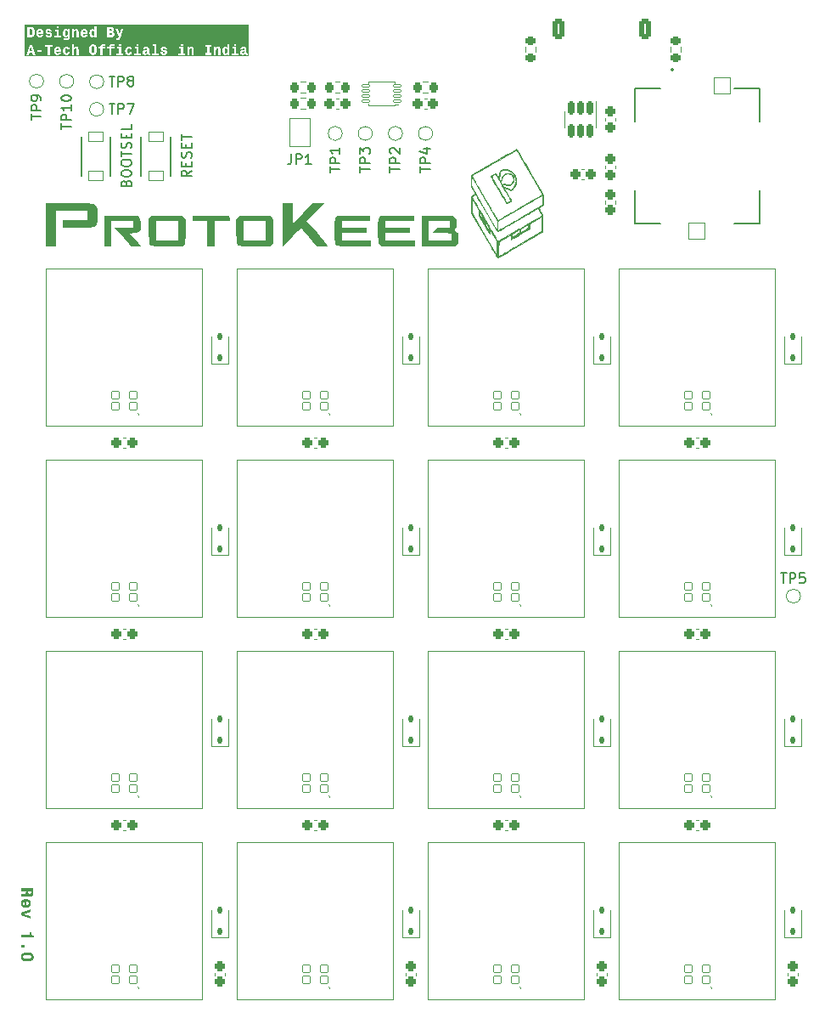
<source format=gto>
G04 #@! TF.GenerationSoftware,KiCad,Pcbnew,7.0.10*
G04 #@! TF.CreationDate,2024-04-21T01:18:49+05:30*
G04 #@! TF.ProjectId,AT-ProtoKeeb_rev1,41542d50-726f-4746-9f4b-6565625f7265,v1.0*
G04 #@! TF.SameCoordinates,Original*
G04 #@! TF.FileFunction,Legend,Top*
G04 #@! TF.FilePolarity,Positive*
%FSLAX46Y46*%
G04 Gerber Fmt 4.6, Leading zero omitted, Abs format (unit mm)*
G04 Created by KiCad (PCBNEW 7.0.10) date 2024-04-21 01:18:49*
%MOMM*%
%LPD*%
G01*
G04 APERTURE LIST*
G04 Aperture macros list*
%AMRoundRect*
0 Rectangle with rounded corners*
0 $1 Rounding radius*
0 $2 $3 $4 $5 $6 $7 $8 $9 X,Y pos of 4 corners*
0 Add a 4 corners polygon primitive as box body*
4,1,4,$2,$3,$4,$5,$6,$7,$8,$9,$2,$3,0*
0 Add four circle primitives for the rounded corners*
1,1,$1+$1,$2,$3*
1,1,$1+$1,$4,$5*
1,1,$1+$1,$6,$7*
1,1,$1+$1,$8,$9*
0 Add four rect primitives between the rounded corners*
20,1,$1+$1,$2,$3,$4,$5,0*
20,1,$1+$1,$4,$5,$6,$7,0*
20,1,$1+$1,$6,$7,$8,$9,0*
20,1,$1+$1,$8,$9,$2,$3,0*%
%AMFreePoly0*
4,1,16,0.526870,0.776870,0.531618,0.771079,1.031618,0.021079,1.037262,-0.007452,1.031618,-0.021079,0.531618,-0.771079,0.507452,-0.787262,0.500000,-0.788000,-0.500000,-0.788000,-0.526870,-0.776870,-0.538000,-0.750000,-0.538000,0.750000,-0.526870,0.776870,-0.500000,0.788000,0.500000,0.788000,0.526870,0.776870,0.526870,0.776870,$1*%
%AMFreePoly1*
4,1,16,0.526870,0.776870,0.538000,0.750000,0.538000,-0.750000,0.526870,-0.776870,0.500000,-0.788000,-0.650000,-0.788000,-0.676870,-0.776870,-0.688000,-0.750000,-0.681618,-0.728921,-0.195670,0.000000,-0.681618,0.728921,-0.687262,0.757452,-0.671079,0.781618,-0.650000,0.788000,0.500000,0.788000,0.526870,0.776870,0.526870,0.776870,$1*%
G04 Aperture macros list end*
%ADD10C,0.254000*%
%ADD11C,0.210000*%
%ADD12C,0.153000*%
%ADD13C,0.100000*%
%ADD14C,0.120000*%
%ADD15C,0.127000*%
%ADD16C,0.200000*%
%ADD17C,0.050000*%
%ADD18RoundRect,0.038000X0.350000X-0.350000X0.350000X0.350000X-0.350000X0.350000X-0.350000X-0.350000X0*%
%ADD19C,4.063800*%
%ADD20C,2.324000*%
%ADD21C,2.629000*%
%ADD22RoundRect,0.131500X0.131500X-0.206500X0.131500X0.206500X-0.131500X0.206500X-0.131500X-0.206500X0*%
%ADD23RoundRect,0.244000X-0.244000X-0.269000X0.244000X-0.269000X0.244000X0.269000X-0.244000X0.269000X0*%
%ADD24RoundRect,0.244000X0.269000X-0.244000X0.269000X0.244000X-0.269000X0.244000X-0.269000X-0.244000X0*%
%ADD25RoundRect,0.237750X0.275250X-0.237750X0.275250X0.237750X-0.275250X0.237750X-0.275250X-0.237750X0*%
%ADD26C,1.076000*%
%ADD27RoundRect,0.038000X-0.750000X0.500000X-0.750000X-0.500000X0.750000X-0.500000X0.750000X0.500000X0*%
%ADD28RoundRect,0.219000X0.219000X0.294000X-0.219000X0.294000X-0.219000X-0.294000X0.219000X-0.294000X0*%
%ADD29RoundRect,0.244000X0.244000X0.269000X-0.244000X0.269000X-0.244000X-0.269000X0.244000X-0.269000X0*%
%ADD30FreePoly0,270.000000*%
%ADD31FreePoly1,270.000000*%
%ADD32RoundRect,0.244000X-0.269000X0.244000X-0.269000X-0.244000X0.269000X-0.244000X0.269000X0.244000X0*%
%ADD33C,1.726000*%
%ADD34RoundRect,0.038000X-0.825000X-0.825000X0.825000X-0.825000X0.825000X0.825000X-0.825000X0.825000X0*%
%ADD35O,3.076000X6.076000*%
%ADD36RoundRect,0.219000X-0.219000X-0.294000X0.219000X-0.294000X0.219000X0.294000X-0.219000X0.294000X0*%
%ADD37C,2.776000*%
%ADD38RoundRect,0.219000X0.294000X-0.219000X0.294000X0.219000X-0.294000X0.219000X-0.294000X-0.219000X0*%
%ADD39RoundRect,0.169000X-0.169000X0.531500X-0.169000X-0.531500X0.169000X-0.531500X0.169000X0.531500X0*%
%ADD40RoundRect,0.219000X-0.294000X0.219000X-0.294000X-0.219000X0.294000X-0.219000X0.294000X0.219000X0*%
%ADD41RoundRect,0.038000X0.375000X0.125000X-0.375000X0.125000X-0.375000X-0.125000X0.375000X-0.125000X0*%
%ADD42RoundRect,0.038000X0.750000X-0.500000X0.750000X0.500000X-0.750000X0.500000X-0.750000X-0.500000X0*%
%ADD43C,0.726000*%
%ADD44O,1.204000X2.304000*%
%ADD45RoundRect,0.240800X-0.361200X-0.761200X0.361200X-0.761200X0.361200X0.761200X-0.361200X0.761200X0*%
G04 APERTURE END LIST*
D10*
G36*
X47696727Y-138074779D02*
G01*
X47696368Y-138097352D01*
X47695293Y-138119242D01*
X47693499Y-138140449D01*
X47690989Y-138160972D01*
X47687761Y-138180812D01*
X47683816Y-138199969D01*
X47679153Y-138218442D01*
X47673773Y-138236232D01*
X47667676Y-138253338D01*
X47660862Y-138269761D01*
X47653330Y-138285501D01*
X47645081Y-138300557D01*
X47636114Y-138314930D01*
X47626431Y-138328619D01*
X47616030Y-138341625D01*
X47604911Y-138353948D01*
X47593106Y-138365555D01*
X47580644Y-138376413D01*
X47567525Y-138386522D01*
X47553750Y-138395882D01*
X47539317Y-138404493D01*
X47524228Y-138412356D01*
X47508483Y-138419469D01*
X47492080Y-138425834D01*
X47475021Y-138431450D01*
X47457305Y-138436318D01*
X47438933Y-138440436D01*
X47419903Y-138443806D01*
X47400217Y-138446427D01*
X47379875Y-138448299D01*
X47358875Y-138449422D01*
X47337219Y-138449796D01*
X47322238Y-138449640D01*
X47307615Y-138449171D01*
X47293351Y-138448390D01*
X47279446Y-138447296D01*
X47265900Y-138445889D01*
X47252712Y-138444169D01*
X47239883Y-138442137D01*
X47227412Y-138439793D01*
X47209379Y-138435690D01*
X47192152Y-138430883D01*
X47175733Y-138425374D01*
X47160121Y-138419160D01*
X47145315Y-138412244D01*
X47140559Y-138409782D01*
X47126773Y-138401876D01*
X47113566Y-138393163D01*
X47100936Y-138383643D01*
X47088884Y-138373316D01*
X47077410Y-138362182D01*
X47066514Y-138350240D01*
X47056196Y-138337492D01*
X47046456Y-138323937D01*
X47037294Y-138309576D01*
X47028710Y-138294407D01*
X47023308Y-138283846D01*
X47019276Y-138296245D01*
X47014857Y-138307968D01*
X47008362Y-138322546D01*
X47001179Y-138335923D01*
X46993308Y-138348098D01*
X46984749Y-138359071D01*
X46975502Y-138368842D01*
X46965566Y-138377411D01*
X46960340Y-138381245D01*
X46948514Y-138388287D01*
X46934284Y-138394680D01*
X46922034Y-138399048D01*
X46908432Y-138403051D01*
X46893477Y-138406689D01*
X46877171Y-138409961D01*
X46859512Y-138412869D01*
X46846988Y-138414604D01*
X46833863Y-138416176D01*
X46820137Y-138417587D01*
X46805810Y-138418835D01*
X46798421Y-138419398D01*
X46637744Y-138431495D01*
X46621595Y-138432920D01*
X46606647Y-138434558D01*
X46592902Y-138436410D01*
X46580359Y-138438475D01*
X46566370Y-138441355D01*
X46554260Y-138444569D01*
X46542206Y-138448866D01*
X46530480Y-138454826D01*
X46520001Y-138462123D01*
X46510768Y-138470755D01*
X46502783Y-138480723D01*
X46498779Y-138487019D01*
X46465900Y-138487019D01*
X46465900Y-138204127D01*
X46477376Y-138198369D01*
X46488946Y-138193808D01*
X46501940Y-138189693D01*
X46514211Y-138186519D01*
X46522974Y-138184585D01*
X46537678Y-138181870D01*
X46551780Y-138179724D01*
X46564273Y-138178083D01*
X46577841Y-138176510D01*
X46592485Y-138175006D01*
X46608205Y-138173568D01*
X46620702Y-138172535D01*
X46629369Y-138171868D01*
X46750963Y-138163182D01*
X46765565Y-138161969D01*
X46779515Y-138160502D01*
X46792813Y-138158780D01*
X46805459Y-138156804D01*
X46823206Y-138153363D01*
X46839486Y-138149349D01*
X46854300Y-138144762D01*
X46867647Y-138139603D01*
X46879527Y-138133872D01*
X46893086Y-138125339D01*
X46904037Y-138115789D01*
X46906367Y-138113242D01*
X46914800Y-138101949D01*
X46922109Y-138088698D01*
X46928293Y-138073489D01*
X46932194Y-138060798D01*
X46935462Y-138047005D01*
X46938097Y-138032110D01*
X46940100Y-138016114D01*
X46941470Y-137999017D01*
X46942208Y-137980818D01*
X46942349Y-137968074D01*
X46942349Y-137920925D01*
X46942349Y-137881841D01*
X47180574Y-137881841D01*
X47180574Y-138010570D01*
X47180857Y-138028403D01*
X47181708Y-138045146D01*
X47183125Y-138060798D01*
X47185110Y-138075360D01*
X47187662Y-138088832D01*
X47190781Y-138101213D01*
X47195821Y-138116024D01*
X47201870Y-138128897D01*
X47208927Y-138139831D01*
X47212833Y-138144571D01*
X47224162Y-138154937D01*
X47234883Y-138161965D01*
X47247078Y-138167868D01*
X47260745Y-138172647D01*
X47275886Y-138176301D01*
X47288209Y-138178304D01*
X47301360Y-138179674D01*
X47315341Y-138180412D01*
X47325121Y-138180553D01*
X47338252Y-138180239D01*
X47350657Y-138179299D01*
X47366070Y-138177069D01*
X47380193Y-138173725D01*
X47393027Y-138169266D01*
X47404572Y-138163692D01*
X47417190Y-138155158D01*
X47427794Y-138144881D01*
X47436641Y-138132490D01*
X47442638Y-138120647D01*
X47447676Y-138107089D01*
X47451755Y-138091814D01*
X47454184Y-138079233D01*
X47456073Y-138065686D01*
X47457423Y-138051174D01*
X47458233Y-138035697D01*
X47458502Y-138019255D01*
X47458502Y-137881841D01*
X47180574Y-137881841D01*
X46942349Y-137881841D01*
X46465900Y-137881841D01*
X46465900Y-137622524D01*
X47696727Y-137622524D01*
X47696727Y-138074779D01*
G37*
G36*
X46957512Y-138692164D02*
G01*
X46971558Y-138692496D01*
X46985415Y-138693049D01*
X46999084Y-138693823D01*
X47012566Y-138694818D01*
X47025860Y-138696034D01*
X47038966Y-138697471D01*
X47051884Y-138699130D01*
X47064615Y-138701009D01*
X47077157Y-138703110D01*
X47089512Y-138705432D01*
X47101679Y-138707975D01*
X47125450Y-138713724D01*
X47148469Y-138720358D01*
X47170737Y-138727877D01*
X47192254Y-138736280D01*
X47213020Y-138745567D01*
X47233034Y-138755739D01*
X47252297Y-138766796D01*
X47270809Y-138778737D01*
X47288570Y-138791562D01*
X47305580Y-138805272D01*
X47321694Y-138819739D01*
X47336768Y-138834832D01*
X47350803Y-138850554D01*
X47363798Y-138866903D01*
X47375754Y-138883880D01*
X47386670Y-138901484D01*
X47396546Y-138919716D01*
X47405383Y-138938576D01*
X47413180Y-138958063D01*
X47419937Y-138978178D01*
X47425655Y-138998921D01*
X47430333Y-139020291D01*
X47433972Y-139042289D01*
X47436571Y-139064915D01*
X47438131Y-139088168D01*
X47438650Y-139112049D01*
X47438517Y-139124922D01*
X47438118Y-139137604D01*
X47437454Y-139150094D01*
X47435326Y-139174497D01*
X47432134Y-139198132D01*
X47427879Y-139220998D01*
X47422560Y-139243097D01*
X47416177Y-139264427D01*
X47408730Y-139284989D01*
X47400219Y-139304783D01*
X47390644Y-139323809D01*
X47380006Y-139342066D01*
X47368303Y-139359556D01*
X47355537Y-139376277D01*
X47341707Y-139392230D01*
X47326813Y-139407414D01*
X47310855Y-139421831D01*
X47302478Y-139428751D01*
X47284980Y-139442010D01*
X47266530Y-139454414D01*
X47247127Y-139465963D01*
X47226772Y-139476656D01*
X47205465Y-139486493D01*
X47183205Y-139495476D01*
X47159993Y-139503602D01*
X47148030Y-139507345D01*
X47135829Y-139510873D01*
X47123390Y-139514188D01*
X47110712Y-139517289D01*
X47097797Y-139520176D01*
X47084643Y-139522850D01*
X47071251Y-139525309D01*
X47057621Y-139527555D01*
X47043754Y-139529586D01*
X47029648Y-139531404D01*
X47015303Y-139533008D01*
X47000721Y-139534398D01*
X46985901Y-139535574D01*
X46970843Y-139536537D01*
X46955546Y-139537285D01*
X46940012Y-139537820D01*
X46924239Y-139538141D01*
X46908228Y-139538248D01*
X46895433Y-139538228D01*
X46881838Y-139538149D01*
X46869043Y-139537975D01*
X46867283Y-139537937D01*
X46854410Y-139537472D01*
X46843089Y-139536697D01*
X46843089Y-138946408D01*
X47021757Y-138946408D01*
X47021757Y-139277069D01*
X47034563Y-139276373D01*
X47047004Y-139275373D01*
X47064978Y-139273299D01*
X47082129Y-139270538D01*
X47098456Y-139267090D01*
X47113961Y-139262955D01*
X47128642Y-139258134D01*
X47142499Y-139252625D01*
X47155533Y-139246429D01*
X47167744Y-139239546D01*
X47179132Y-139231976D01*
X47182745Y-139229300D01*
X47193000Y-139220890D01*
X47202247Y-139211946D01*
X47210485Y-139202468D01*
X47219899Y-139188999D01*
X47227521Y-139174580D01*
X47233349Y-139159211D01*
X47236543Y-139147061D01*
X47238729Y-139134377D01*
X47239906Y-139121158D01*
X47240130Y-139112049D01*
X47239595Y-139099389D01*
X47237221Y-139083111D01*
X47232946Y-139067522D01*
X47226771Y-139052621D01*
X47218696Y-139038408D01*
X47211394Y-139028200D01*
X47203022Y-139018379D01*
X47193582Y-139008945D01*
X47183073Y-138999898D01*
X47179333Y-138996969D01*
X47167670Y-138988671D01*
X47155364Y-138981109D01*
X47142414Y-138974284D01*
X47128821Y-138968194D01*
X47114584Y-138962840D01*
X47099704Y-138958223D01*
X47084181Y-138954342D01*
X47068014Y-138951197D01*
X47051204Y-138948788D01*
X47033750Y-138947114D01*
X47021757Y-138946408D01*
X46843089Y-138946408D01*
X46843089Y-138941135D01*
X46825723Y-138943265D01*
X46809105Y-138946049D01*
X46793233Y-138949488D01*
X46778109Y-138953581D01*
X46763732Y-138958329D01*
X46750101Y-138963730D01*
X46737218Y-138969786D01*
X46725081Y-138976496D01*
X46713692Y-138983861D01*
X46703049Y-138991880D01*
X46696369Y-138997589D01*
X46687112Y-139006617D01*
X46678765Y-139016135D01*
X46671329Y-139026144D01*
X46662830Y-139040253D01*
X46655950Y-139055234D01*
X46651853Y-139067042D01*
X46648666Y-139079341D01*
X46646389Y-139092131D01*
X46645023Y-139105412D01*
X46644568Y-139119183D01*
X46644947Y-139132504D01*
X46646083Y-139145325D01*
X46647976Y-139157646D01*
X46651247Y-139171772D01*
X46655609Y-139185178D01*
X46660077Y-139195800D01*
X46666351Y-139207861D01*
X46673542Y-139218918D01*
X46681648Y-139228973D01*
X46690670Y-139238024D01*
X46700608Y-139246072D01*
X46704124Y-139248532D01*
X46704124Y-139515914D01*
X46687618Y-139508809D01*
X46671676Y-139501374D01*
X46656298Y-139493610D01*
X46641486Y-139485516D01*
X46627237Y-139477092D01*
X46613554Y-139468339D01*
X46600435Y-139459256D01*
X46587881Y-139449844D01*
X46575892Y-139440102D01*
X46564467Y-139430031D01*
X46553606Y-139419630D01*
X46543311Y-139408899D01*
X46533580Y-139397839D01*
X46524414Y-139386449D01*
X46515812Y-139374730D01*
X46507775Y-139362681D01*
X46500300Y-139350229D01*
X46493308Y-139337299D01*
X46486797Y-139323892D01*
X46480769Y-139310007D01*
X46475223Y-139295645D01*
X46470160Y-139280806D01*
X46465578Y-139265489D01*
X46461479Y-139249695D01*
X46457862Y-139233423D01*
X46454728Y-139216674D01*
X46452076Y-139199448D01*
X46449905Y-139181744D01*
X46448218Y-139163563D01*
X46447012Y-139144904D01*
X46446289Y-139125768D01*
X46446047Y-139106155D01*
X46446567Y-139082692D01*
X46448127Y-139059840D01*
X46450726Y-139037599D01*
X46454364Y-139015968D01*
X46459043Y-138994948D01*
X46464761Y-138974538D01*
X46471518Y-138954740D01*
X46479315Y-138935551D01*
X46488152Y-138916974D01*
X46498028Y-138899007D01*
X46508944Y-138881651D01*
X46520900Y-138864906D01*
X46533895Y-138848771D01*
X46547930Y-138833247D01*
X46563004Y-138818334D01*
X46579118Y-138804032D01*
X46596135Y-138790472D01*
X46613918Y-138777787D01*
X46632466Y-138765977D01*
X46651780Y-138755041D01*
X46671860Y-138744981D01*
X46692705Y-138735795D01*
X46714317Y-138727484D01*
X46736694Y-138720048D01*
X46759837Y-138713487D01*
X46783746Y-138707800D01*
X46795987Y-138705285D01*
X46808420Y-138702989D01*
X46821045Y-138700911D01*
X46833861Y-138699052D01*
X46846868Y-138697412D01*
X46860067Y-138695990D01*
X46873457Y-138694787D01*
X46887038Y-138693803D01*
X46900812Y-138693038D01*
X46914776Y-138692491D01*
X46928932Y-138692163D01*
X46943279Y-138692054D01*
X46957512Y-138692164D01*
G37*
G36*
X47418798Y-139742352D02*
G01*
X47418798Y-139980266D01*
X46733592Y-140178166D01*
X47418798Y-140368312D01*
X47418798Y-140604365D01*
X46465900Y-140321473D01*
X46465900Y-140028966D01*
X47418798Y-139742352D01*
G37*
G36*
X47319538Y-142263563D02*
G01*
X47319538Y-141966403D01*
X47498207Y-141966403D01*
X47498207Y-141978810D01*
X47498396Y-141999789D01*
X47498963Y-142019997D01*
X47499908Y-142039435D01*
X47501231Y-142058102D01*
X47502932Y-142075998D01*
X47505011Y-142093124D01*
X47507469Y-142109479D01*
X47510304Y-142125064D01*
X47513517Y-142139878D01*
X47517109Y-142153921D01*
X47521078Y-142167194D01*
X47525426Y-142179696D01*
X47530151Y-142191427D01*
X47537948Y-142207579D01*
X47546596Y-142221998D01*
X47556365Y-142235100D01*
X47567410Y-142247188D01*
X47579731Y-142258263D01*
X47593328Y-142268322D01*
X47608200Y-142277368D01*
X47624349Y-142285400D01*
X47635824Y-142290191D01*
X47647865Y-142294531D01*
X47660474Y-142298420D01*
X47673650Y-142301859D01*
X47687392Y-142304847D01*
X47701702Y-142307384D01*
X47716579Y-142309471D01*
X47716579Y-142509232D01*
X46465900Y-142509232D01*
X46465900Y-142263563D01*
X47319538Y-142263563D01*
G37*
G36*
X46783532Y-143219254D02*
G01*
X46783532Y-143546502D01*
X46465900Y-143546502D01*
X46465900Y-143219254D01*
X46783532Y-143219254D01*
G37*
G36*
X47116299Y-144002281D02*
G01*
X47134869Y-144002615D01*
X47153153Y-144003172D01*
X47171152Y-144003953D01*
X47188864Y-144004956D01*
X47206290Y-144006182D01*
X47223431Y-144007631D01*
X47240285Y-144009303D01*
X47256853Y-144011198D01*
X47273136Y-144013316D01*
X47289132Y-144015657D01*
X47304843Y-144018221D01*
X47320267Y-144021008D01*
X47335406Y-144024018D01*
X47350259Y-144027251D01*
X47364826Y-144030706D01*
X47379106Y-144034385D01*
X47393101Y-144038287D01*
X47406810Y-144042411D01*
X47420233Y-144046759D01*
X47433370Y-144051329D01*
X47446221Y-144056122D01*
X47458786Y-144061139D01*
X47471065Y-144066378D01*
X47483058Y-144071840D01*
X47494765Y-144077525D01*
X47506187Y-144083434D01*
X47517322Y-144089565D01*
X47528171Y-144095919D01*
X47538735Y-144102496D01*
X47559003Y-144116318D01*
X47578085Y-144131006D01*
X47595935Y-144146533D01*
X47612555Y-144162898D01*
X47627943Y-144180101D01*
X47642100Y-144198143D01*
X47655026Y-144217023D01*
X47666721Y-144236742D01*
X47677185Y-144257299D01*
X47686418Y-144278695D01*
X47694420Y-144300929D01*
X47701191Y-144324002D01*
X47706731Y-144347913D01*
X47709039Y-144360183D01*
X47711039Y-144372662D01*
X47712732Y-144385352D01*
X47714117Y-144398251D01*
X47715194Y-144411359D01*
X47715964Y-144424677D01*
X47716425Y-144438205D01*
X47716579Y-144451942D01*
X47716424Y-144465887D01*
X47715958Y-144479612D01*
X47715181Y-144493116D01*
X47714093Y-144506400D01*
X47712694Y-144519463D01*
X47710985Y-144532305D01*
X47708965Y-144544927D01*
X47706634Y-144557329D01*
X47703992Y-144569510D01*
X47697776Y-144593210D01*
X47690317Y-144616028D01*
X47681615Y-144637964D01*
X47671669Y-144659018D01*
X47660481Y-144679190D01*
X47648049Y-144698480D01*
X47634374Y-144716888D01*
X47619456Y-144734414D01*
X47603295Y-144751057D01*
X47585890Y-144766819D01*
X47567243Y-144781698D01*
X47557453Y-144788807D01*
X47536973Y-144802367D01*
X47526262Y-144808819D01*
X47515238Y-144815052D01*
X47503900Y-144821066D01*
X47492248Y-144826862D01*
X47480282Y-144832439D01*
X47468002Y-144837797D01*
X47455408Y-144842937D01*
X47442501Y-144847858D01*
X47429280Y-144852560D01*
X47415745Y-144857044D01*
X47401896Y-144861308D01*
X47387733Y-144865354D01*
X47373257Y-144869182D01*
X47358467Y-144872790D01*
X47343363Y-144876180D01*
X47327945Y-144879352D01*
X47312213Y-144882304D01*
X47296167Y-144885038D01*
X47279808Y-144887553D01*
X47263135Y-144889850D01*
X47246148Y-144891927D01*
X47228847Y-144893786D01*
X47211232Y-144895427D01*
X47193303Y-144896848D01*
X47175061Y-144898051D01*
X47156505Y-144899035D01*
X47137635Y-144899801D01*
X47118451Y-144900348D01*
X47098953Y-144900676D01*
X47079142Y-144900785D01*
X47059332Y-144900676D01*
X47039840Y-144900350D01*
X47020665Y-144899806D01*
X47001808Y-144899045D01*
X46983268Y-144898066D01*
X46965046Y-144896870D01*
X46947141Y-144895456D01*
X46929554Y-144893825D01*
X46912284Y-144891976D01*
X46895331Y-144889910D01*
X46878696Y-144887626D01*
X46862378Y-144885125D01*
X46846378Y-144882407D01*
X46830696Y-144879470D01*
X46815330Y-144876317D01*
X46800283Y-144872946D01*
X46785552Y-144869357D01*
X46771139Y-144865551D01*
X46757044Y-144861527D01*
X46743266Y-144857286D01*
X46729806Y-144852827D01*
X46716663Y-144848151D01*
X46703837Y-144843257D01*
X46691329Y-144838146D01*
X46679138Y-144832818D01*
X46667265Y-144827271D01*
X46655709Y-144821508D01*
X46644471Y-144815527D01*
X46633550Y-144809328D01*
X46612661Y-144796278D01*
X46602693Y-144789427D01*
X46583724Y-144775096D01*
X46565979Y-144759862D01*
X46549458Y-144743728D01*
X46534160Y-144726692D01*
X46520087Y-144708754D01*
X46507237Y-144689915D01*
X46495611Y-144670174D01*
X46485209Y-144649532D01*
X46476030Y-144627989D01*
X46468076Y-144605544D01*
X46461345Y-144582197D01*
X46455838Y-144557949D01*
X46453543Y-144545487D01*
X46451554Y-144532800D01*
X46449872Y-144519887D01*
X46448495Y-144506749D01*
X46447424Y-144493385D01*
X46446659Y-144479796D01*
X46446200Y-144465982D01*
X46446047Y-144451942D01*
X46446064Y-144450391D01*
X46664420Y-144450391D01*
X46665298Y-144468647D01*
X46667932Y-144485960D01*
X46672321Y-144502329D01*
X46678466Y-144517756D01*
X46686367Y-144532238D01*
X46696023Y-144545778D01*
X46707435Y-144558374D01*
X46720603Y-144570027D01*
X46735527Y-144580737D01*
X46746451Y-144587353D01*
X46758156Y-144593549D01*
X46764301Y-144596490D01*
X46777245Y-144602124D01*
X46791108Y-144607395D01*
X46805889Y-144612302D01*
X46821589Y-144616846D01*
X46838207Y-144621026D01*
X46855743Y-144624843D01*
X46874198Y-144628297D01*
X46893572Y-144631386D01*
X46913864Y-144634113D01*
X46935074Y-144636475D01*
X46957203Y-144638475D01*
X46980250Y-144640110D01*
X47004216Y-144641383D01*
X47029100Y-144642291D01*
X47041886Y-144642609D01*
X47054902Y-144642837D01*
X47068148Y-144642973D01*
X47081624Y-144643018D01*
X47095155Y-144642973D01*
X47108454Y-144642837D01*
X47121519Y-144642609D01*
X47134351Y-144642291D01*
X47146949Y-144641882D01*
X47171447Y-144640792D01*
X47195012Y-144639338D01*
X47217643Y-144637520D01*
X47239342Y-144635339D01*
X47260108Y-144632795D01*
X47279940Y-144629887D01*
X47298840Y-144626615D01*
X47316807Y-144622980D01*
X47333840Y-144618982D01*
X47349941Y-144614620D01*
X47365109Y-144609894D01*
X47379343Y-144604805D01*
X47392645Y-144599353D01*
X47398946Y-144596490D01*
X47410966Y-144590503D01*
X47422210Y-144584097D01*
X47432679Y-144577272D01*
X47446929Y-144566248D01*
X47459433Y-144554280D01*
X47470193Y-144541370D01*
X47479208Y-144527516D01*
X47486478Y-144512718D01*
X47492003Y-144496978D01*
X47495783Y-144480294D01*
X47497819Y-144462667D01*
X47498207Y-144450391D01*
X47497342Y-144432576D01*
X47494750Y-144415655D01*
X47490429Y-144399628D01*
X47484379Y-144384496D01*
X47476601Y-144370257D01*
X47467094Y-144356913D01*
X47455859Y-144344463D01*
X47442896Y-144332907D01*
X47428204Y-144322246D01*
X47417449Y-144315635D01*
X47405926Y-144309422D01*
X47399877Y-144306464D01*
X47387203Y-144300867D01*
X47373685Y-144295632D01*
X47359325Y-144290757D01*
X47344120Y-144286244D01*
X47328073Y-144282091D01*
X47311182Y-144278300D01*
X47293448Y-144274870D01*
X47274871Y-144271800D01*
X47255450Y-144269092D01*
X47235186Y-144266745D01*
X47214079Y-144264759D01*
X47192128Y-144263134D01*
X47169334Y-144261871D01*
X47145697Y-144260968D01*
X47121216Y-144260426D01*
X47108660Y-144260291D01*
X47095892Y-144260246D01*
X47081653Y-144260289D01*
X47067665Y-144260420D01*
X47053929Y-144260638D01*
X47040446Y-144260944D01*
X47027215Y-144261336D01*
X47014235Y-144261816D01*
X47001508Y-144262383D01*
X46989032Y-144263038D01*
X46964838Y-144264608D01*
X46941651Y-144266527D01*
X46919473Y-144268795D01*
X46898302Y-144271413D01*
X46878140Y-144274379D01*
X46858986Y-144277694D01*
X46840840Y-144281358D01*
X46823702Y-144285371D01*
X46807572Y-144289733D01*
X46792450Y-144294444D01*
X46778337Y-144299504D01*
X46765231Y-144304913D01*
X46753024Y-144310716D01*
X46741604Y-144316957D01*
X46730971Y-144323637D01*
X46716499Y-144334479D01*
X46703799Y-144346309D01*
X46692872Y-144359125D01*
X46683716Y-144372928D01*
X46676332Y-144387718D01*
X46670721Y-144403495D01*
X46666881Y-144420259D01*
X46664814Y-144438009D01*
X46664420Y-144450391D01*
X46446064Y-144450391D01*
X46446203Y-144437788D01*
X46446671Y-144423864D01*
X46447451Y-144410170D01*
X46448543Y-144396705D01*
X46449948Y-144383469D01*
X46451664Y-144370463D01*
X46453692Y-144357687D01*
X46456032Y-144345141D01*
X46458684Y-144332824D01*
X46461648Y-144320736D01*
X46468512Y-144297250D01*
X46476624Y-144274683D01*
X46485984Y-144253034D01*
X46496592Y-144232303D01*
X46508449Y-144212491D01*
X46521553Y-144193598D01*
X46535905Y-144175623D01*
X46551505Y-144158566D01*
X46568354Y-144142428D01*
X46586450Y-144127208D01*
X46605794Y-144112906D01*
X46626435Y-144099497D01*
X46637260Y-144093116D01*
X46648421Y-144086952D01*
X46659918Y-144081004D01*
X46671752Y-144075273D01*
X46683922Y-144069758D01*
X46696428Y-144064459D01*
X46709270Y-144059376D01*
X46722448Y-144054510D01*
X46735963Y-144049860D01*
X46749814Y-144045426D01*
X46764001Y-144041208D01*
X46778525Y-144037207D01*
X46793384Y-144033422D01*
X46808580Y-144029853D01*
X46824112Y-144026501D01*
X46839981Y-144023365D01*
X46856185Y-144020445D01*
X46872726Y-144017742D01*
X46889603Y-144015254D01*
X46906817Y-144012983D01*
X46924366Y-144010929D01*
X46942252Y-144009090D01*
X46960474Y-144007468D01*
X46979032Y-144006062D01*
X46997927Y-144004873D01*
X47017158Y-144003899D01*
X47036725Y-144003142D01*
X47056628Y-144002602D01*
X47076867Y-144002277D01*
X47097443Y-144002169D01*
X47116299Y-144002281D01*
G37*
D11*
G36*
X50108841Y-53931573D02*
G01*
X50119770Y-53932546D01*
X50130257Y-53934353D01*
X50140302Y-53936994D01*
X50153009Y-53941813D01*
X50164930Y-53948114D01*
X50176066Y-53955898D01*
X50183902Y-53962708D01*
X50191297Y-53970353D01*
X50198250Y-53978832D01*
X50200462Y-53981819D01*
X50206721Y-53991234D01*
X50212411Y-54001330D01*
X50217534Y-54012106D01*
X50222088Y-54023563D01*
X50226075Y-54035701D01*
X50229494Y-54048519D01*
X50232344Y-54062019D01*
X50234627Y-54076199D01*
X50236341Y-54091059D01*
X50237169Y-54101344D01*
X50237744Y-54111932D01*
X49964363Y-54111932D01*
X49964947Y-54102017D01*
X49966330Y-54087586D01*
X49968322Y-54073688D01*
X49970922Y-54060322D01*
X49974131Y-54047488D01*
X49977949Y-54035185D01*
X49982375Y-54023415D01*
X49987409Y-54012177D01*
X49993053Y-54001470D01*
X49999304Y-53991296D01*
X50006165Y-53981653D01*
X50008587Y-53978561D01*
X50016066Y-53969872D01*
X50023866Y-53962067D01*
X50031986Y-53955146D01*
X50040425Y-53949108D01*
X50052176Y-53942432D01*
X50064496Y-53937327D01*
X50077385Y-53933793D01*
X50090843Y-53931830D01*
X50101310Y-53931388D01*
X50108841Y-53931573D01*
G37*
G36*
X53641736Y-53718347D02*
G01*
X53655854Y-53720077D01*
X53669256Y-53723291D01*
X53681941Y-53727987D01*
X53693908Y-53734167D01*
X53705160Y-53741830D01*
X53715694Y-53750976D01*
X53725512Y-53761605D01*
X53734613Y-53773717D01*
X53740282Y-53782616D01*
X53745632Y-53792174D01*
X53750664Y-53802391D01*
X53753078Y-53807734D01*
X53757676Y-53818934D01*
X53761968Y-53830819D01*
X53765953Y-53843389D01*
X53769632Y-53856645D01*
X53773004Y-53870585D01*
X53776069Y-53885211D01*
X53778828Y-53900523D01*
X53781280Y-53916519D01*
X53783426Y-53933201D01*
X53785265Y-53950567D01*
X53786798Y-53968619D01*
X53788024Y-53987357D01*
X53788944Y-54006779D01*
X53789557Y-54026887D01*
X53789749Y-54037198D01*
X53789863Y-54047680D01*
X53789902Y-54058333D01*
X53789865Y-54068983D01*
X53789755Y-54079455D01*
X53789313Y-54099863D01*
X53788576Y-54119558D01*
X53787546Y-54138539D01*
X53786220Y-54156808D01*
X53784600Y-54174363D01*
X53782686Y-54191205D01*
X53780477Y-54207333D01*
X53777974Y-54222749D01*
X53775176Y-54237451D01*
X53772083Y-54251440D01*
X53768696Y-54264715D01*
X53765015Y-54277278D01*
X53761039Y-54289127D01*
X53756768Y-54300262D01*
X53752203Y-54310685D01*
X53749806Y-54315623D01*
X53744771Y-54325030D01*
X53739414Y-54333810D01*
X53730773Y-54345803D01*
X53721406Y-54356386D01*
X53711313Y-54365557D01*
X53700495Y-54373318D01*
X53688951Y-54379667D01*
X53676681Y-54384606D01*
X53663685Y-54388133D01*
X53649963Y-54390250D01*
X53635516Y-54390955D01*
X53620184Y-54390193D01*
X53605637Y-54387908D01*
X53591874Y-54384099D01*
X53578895Y-54378766D01*
X53566701Y-54371909D01*
X53555292Y-54363529D01*
X53544666Y-54353624D01*
X53534825Y-54342197D01*
X53528700Y-54333732D01*
X53522924Y-54324589D01*
X53517497Y-54314770D01*
X53512418Y-54304273D01*
X53510019Y-54298759D01*
X53505451Y-54287151D01*
X53501188Y-54274769D01*
X53497229Y-54261613D01*
X53493574Y-54247685D01*
X53490224Y-54232982D01*
X53487179Y-54217507D01*
X53484438Y-54201258D01*
X53482002Y-54184236D01*
X53479870Y-54166440D01*
X53478043Y-54147871D01*
X53476520Y-54128529D01*
X53475302Y-54108413D01*
X53474807Y-54098066D01*
X53474388Y-54087524D01*
X53474045Y-54076790D01*
X53473779Y-54065862D01*
X53473589Y-54054741D01*
X53473474Y-54043426D01*
X53473436Y-54031918D01*
X53473599Y-54013400D01*
X53474085Y-53995417D01*
X53474897Y-53977969D01*
X53476033Y-53961056D01*
X53477494Y-53944678D01*
X53479279Y-53928835D01*
X53481388Y-53913527D01*
X53483823Y-53898754D01*
X53486582Y-53884516D01*
X53489665Y-53870812D01*
X53493073Y-53857644D01*
X53496806Y-53845011D01*
X53500863Y-53832912D01*
X53505245Y-53821349D01*
X53509951Y-53810320D01*
X53514982Y-53799826D01*
X53517627Y-53794793D01*
X53523113Y-53785206D01*
X53528859Y-53776258D01*
X53537967Y-53764035D01*
X53547661Y-53753250D01*
X53557940Y-53743902D01*
X53568806Y-53735993D01*
X53580258Y-53729522D01*
X53592296Y-53724489D01*
X53604920Y-53720893D01*
X53618130Y-53718736D01*
X53631926Y-53718017D01*
X53641736Y-53718347D01*
G37*
G36*
X59018506Y-54284783D02*
G01*
X59018466Y-54288545D01*
X59017865Y-54299581D01*
X59016543Y-54310243D01*
X59014499Y-54320531D01*
X59010652Y-54333667D01*
X59005523Y-54346137D01*
X58999112Y-54357942D01*
X58991418Y-54369081D01*
X58984806Y-54377000D01*
X58977473Y-54384544D01*
X58972297Y-54389295D01*
X58964236Y-54395848D01*
X58952934Y-54403511D01*
X58940999Y-54409949D01*
X58928431Y-54415160D01*
X58918589Y-54418264D01*
X58908391Y-54420678D01*
X58897837Y-54422402D01*
X58886927Y-54423437D01*
X58875661Y-54423781D01*
X58869041Y-54423572D01*
X58858510Y-54422291D01*
X58846699Y-54419216D01*
X58835790Y-54414465D01*
X58825782Y-54408036D01*
X58816676Y-54399931D01*
X58808919Y-54390395D01*
X58802767Y-54379868D01*
X58798867Y-54370337D01*
X58796081Y-54360117D01*
X58794409Y-54349209D01*
X58793852Y-54337613D01*
X58794120Y-54328296D01*
X58795211Y-54317315D01*
X58797140Y-54307073D01*
X58800563Y-54295758D01*
X58805195Y-54285507D01*
X58811034Y-54276320D01*
X58815622Y-54270698D01*
X58823601Y-54263061D01*
X58832897Y-54256380D01*
X58843509Y-54250655D01*
X58853357Y-54246614D01*
X58864120Y-54243237D01*
X58868168Y-54242260D01*
X58878806Y-54239856D01*
X58889253Y-54237659D01*
X58900926Y-54235336D01*
X58911589Y-54233304D01*
X58923105Y-54231184D01*
X58932223Y-54229451D01*
X58945111Y-54226723D01*
X58957053Y-54223843D01*
X58968048Y-54220809D01*
X58978096Y-54217622D01*
X58990022Y-54213134D01*
X59000264Y-54208373D01*
X59010700Y-54202040D01*
X59018506Y-54195280D01*
X59018506Y-54284783D01*
G37*
G36*
X66905652Y-53931636D02*
G01*
X66918063Y-53932941D01*
X66929902Y-53935363D01*
X66941168Y-53938903D01*
X66951862Y-53943561D01*
X66961983Y-53949338D01*
X66971532Y-53956232D01*
X66980508Y-53964244D01*
X66988912Y-53973374D01*
X66996743Y-53983623D01*
X67004002Y-53994989D01*
X67008536Y-54003122D01*
X67014788Y-54016130D01*
X67020383Y-54030107D01*
X67023747Y-54039963D01*
X67026818Y-54050251D01*
X67029597Y-54060969D01*
X67032083Y-54072118D01*
X67034277Y-54083697D01*
X67036179Y-54095707D01*
X67037788Y-54108148D01*
X67039104Y-54121020D01*
X67040128Y-54134323D01*
X67040859Y-54148056D01*
X67041298Y-54162220D01*
X67041444Y-54176815D01*
X67041407Y-54184168D01*
X67041115Y-54198555D01*
X67040530Y-54212520D01*
X67039652Y-54226062D01*
X67038482Y-54239181D01*
X67037020Y-54251878D01*
X67035265Y-54264151D01*
X67033217Y-54276002D01*
X67030877Y-54287431D01*
X67028244Y-54298436D01*
X67025319Y-54309019D01*
X67022101Y-54319179D01*
X67016726Y-54333626D01*
X67010693Y-54347123D01*
X67004002Y-54359668D01*
X66999226Y-54367431D01*
X66991586Y-54378138D01*
X66983373Y-54387717D01*
X66974588Y-54396170D01*
X66965230Y-54403495D01*
X66955299Y-54409694D01*
X66944797Y-54414765D01*
X66933721Y-54418710D01*
X66922073Y-54421527D01*
X66909853Y-54423218D01*
X66897060Y-54423781D01*
X66889091Y-54423528D01*
X66877546Y-54422197D01*
X66866494Y-54419726D01*
X66855932Y-54416115D01*
X66845862Y-54411362D01*
X66836283Y-54405470D01*
X66827196Y-54398436D01*
X66818600Y-54390263D01*
X66810495Y-54380948D01*
X66802882Y-54370494D01*
X66795760Y-54358898D01*
X66791350Y-54350554D01*
X66785269Y-54337277D01*
X66779828Y-54323091D01*
X66776556Y-54313127D01*
X66773569Y-54302759D01*
X66770866Y-54291986D01*
X66768448Y-54280808D01*
X66766314Y-54269225D01*
X66764465Y-54257238D01*
X66762900Y-54244846D01*
X66761620Y-54232049D01*
X66760624Y-54218848D01*
X66759913Y-54205242D01*
X66759486Y-54191231D01*
X66759344Y-54176815D01*
X66759379Y-54169558D01*
X66759661Y-54155353D01*
X66760226Y-54141560D01*
X66761074Y-54128180D01*
X66762204Y-54115213D01*
X66763616Y-54102659D01*
X66765311Y-54090518D01*
X66767289Y-54078789D01*
X66769549Y-54067473D01*
X66772091Y-54056569D01*
X66774916Y-54046079D01*
X66778024Y-54036001D01*
X66783215Y-54021658D01*
X66789041Y-54008244D01*
X66795504Y-53995758D01*
X66800168Y-53987963D01*
X66807585Y-53977214D01*
X66815507Y-53967596D01*
X66823934Y-53959110D01*
X66832866Y-53951755D01*
X66842303Y-53945532D01*
X66852244Y-53940440D01*
X66862691Y-53936480D01*
X66873642Y-53933651D01*
X66885099Y-53931954D01*
X66897060Y-53931388D01*
X66905652Y-53931636D01*
G37*
G36*
X68745331Y-54284783D02*
G01*
X68745291Y-54288545D01*
X68744690Y-54299581D01*
X68743367Y-54310243D01*
X68741324Y-54320531D01*
X68737477Y-54333667D01*
X68732348Y-54346137D01*
X68725937Y-54357942D01*
X68718243Y-54369081D01*
X68711631Y-54377000D01*
X68704298Y-54384544D01*
X68699122Y-54389295D01*
X68691061Y-54395848D01*
X68679759Y-54403511D01*
X68667824Y-54409949D01*
X68655255Y-54415160D01*
X68645414Y-54418264D01*
X68635216Y-54420678D01*
X68624662Y-54422402D01*
X68613752Y-54423437D01*
X68602486Y-54423781D01*
X68595866Y-54423572D01*
X68585335Y-54422291D01*
X68573524Y-54419216D01*
X68562615Y-54414465D01*
X68552607Y-54408036D01*
X68543501Y-54399931D01*
X68535744Y-54390395D01*
X68529592Y-54379868D01*
X68525692Y-54370337D01*
X68522905Y-54360117D01*
X68521234Y-54349209D01*
X68520676Y-54337613D01*
X68520945Y-54328296D01*
X68522036Y-54317315D01*
X68523965Y-54307073D01*
X68527388Y-54295758D01*
X68532020Y-54285507D01*
X68537859Y-54276320D01*
X68542447Y-54270698D01*
X68550426Y-54263061D01*
X68559722Y-54256380D01*
X68570334Y-54250655D01*
X68580182Y-54246614D01*
X68590945Y-54243237D01*
X68594993Y-54242260D01*
X68605631Y-54239856D01*
X68616078Y-54237659D01*
X68627750Y-54235336D01*
X68638414Y-54233304D01*
X68649930Y-54231184D01*
X68659048Y-54229451D01*
X68671936Y-54226723D01*
X68683878Y-54223843D01*
X68694873Y-54220809D01*
X68704921Y-54217622D01*
X68716846Y-54213134D01*
X68727089Y-54208373D01*
X68737525Y-54202040D01*
X68745331Y-54195280D01*
X68745331Y-54284783D01*
G37*
G36*
X47542658Y-54161172D02*
G01*
X47336725Y-54161172D01*
X47440589Y-53804956D01*
X47542658Y-54161172D01*
G37*
G36*
X50990972Y-52167635D02*
G01*
X51002906Y-52168934D01*
X51014354Y-52171347D01*
X51025314Y-52174873D01*
X51035788Y-52179512D01*
X51045774Y-52185265D01*
X51055274Y-52192132D01*
X51064287Y-52200112D01*
X51072813Y-52209205D01*
X51080853Y-52219412D01*
X51088405Y-52230732D01*
X51090819Y-52234737D01*
X51097601Y-52247306D01*
X51103694Y-52260703D01*
X51109097Y-52274931D01*
X51112315Y-52284876D01*
X51115228Y-52295191D01*
X51117833Y-52305874D01*
X51120132Y-52316925D01*
X51122125Y-52328345D01*
X51123811Y-52340134D01*
X51125190Y-52352292D01*
X51126263Y-52364818D01*
X51127029Y-52377713D01*
X51127489Y-52390977D01*
X51127643Y-52404609D01*
X51127493Y-52419620D01*
X51127045Y-52434201D01*
X51126299Y-52448351D01*
X51125254Y-52462071D01*
X51123911Y-52475359D01*
X51122269Y-52488217D01*
X51120329Y-52500644D01*
X51118090Y-52512640D01*
X51115552Y-52524206D01*
X51112716Y-52535341D01*
X51109582Y-52546045D01*
X51106148Y-52556318D01*
X51102417Y-52566160D01*
X51096260Y-52580116D01*
X51089431Y-52593103D01*
X51084566Y-52601177D01*
X51076818Y-52612312D01*
X51068530Y-52622275D01*
X51059700Y-52631065D01*
X51050329Y-52638684D01*
X51040418Y-52645130D01*
X51029965Y-52650405D01*
X51018972Y-52654507D01*
X51007437Y-52657437D01*
X50995362Y-52659195D01*
X50982745Y-52659781D01*
X50974766Y-52659528D01*
X50963170Y-52658197D01*
X50952019Y-52655726D01*
X50941315Y-52652115D01*
X50931057Y-52647362D01*
X50921245Y-52641470D01*
X50911880Y-52634436D01*
X50902961Y-52626263D01*
X50894488Y-52616948D01*
X50886461Y-52606494D01*
X50878881Y-52594898D01*
X50874161Y-52586616D01*
X50867651Y-52573545D01*
X50861827Y-52559700D01*
X50858325Y-52550039D01*
X50855127Y-52540033D01*
X50852234Y-52529683D01*
X50849645Y-52518988D01*
X50847361Y-52507948D01*
X50845382Y-52496564D01*
X50843707Y-52484835D01*
X50842336Y-52472762D01*
X50841270Y-52460344D01*
X50840509Y-52447581D01*
X50840052Y-52434474D01*
X50839900Y-52421022D01*
X50840048Y-52406289D01*
X50840493Y-52391966D01*
X50841234Y-52378055D01*
X50842272Y-52364554D01*
X50843607Y-52351463D01*
X50845238Y-52338784D01*
X50847165Y-52326515D01*
X50849389Y-52314657D01*
X50851909Y-52303210D01*
X50854726Y-52292173D01*
X50857840Y-52281547D01*
X50861250Y-52271332D01*
X50864957Y-52261528D01*
X50871072Y-52247591D01*
X50877855Y-52234579D01*
X50882743Y-52226443D01*
X50890492Y-52215222D01*
X50898740Y-52205183D01*
X50907490Y-52196325D01*
X50916739Y-52188648D01*
X50926489Y-52182152D01*
X50936740Y-52176837D01*
X50947491Y-52172703D01*
X50958742Y-52169750D01*
X50970494Y-52167978D01*
X50982745Y-52167388D01*
X50990972Y-52167635D01*
G37*
G36*
X48340327Y-52167573D02*
G01*
X48351256Y-52168546D01*
X48361743Y-52170353D01*
X48371789Y-52172994D01*
X48384495Y-52177813D01*
X48396416Y-52184114D01*
X48407552Y-52191898D01*
X48415389Y-52198708D01*
X48422783Y-52206353D01*
X48429736Y-52214832D01*
X48431948Y-52217819D01*
X48438207Y-52227234D01*
X48443898Y-52237330D01*
X48449020Y-52248106D01*
X48453575Y-52259563D01*
X48457561Y-52271701D01*
X48460980Y-52284519D01*
X48463831Y-52298019D01*
X48466113Y-52312199D01*
X48467828Y-52327059D01*
X48468655Y-52337344D01*
X48469230Y-52347932D01*
X48195849Y-52347932D01*
X48196433Y-52338017D01*
X48197816Y-52323586D01*
X48199808Y-52309688D01*
X48202409Y-52296322D01*
X48205617Y-52283488D01*
X48209435Y-52271185D01*
X48213861Y-52259415D01*
X48218896Y-52248177D01*
X48224539Y-52237470D01*
X48230791Y-52227296D01*
X48237651Y-52217653D01*
X48240073Y-52214561D01*
X48247553Y-52205872D01*
X48255352Y-52198067D01*
X48263472Y-52191146D01*
X48271912Y-52185108D01*
X48283663Y-52178432D01*
X48295983Y-52173327D01*
X48308871Y-52169793D01*
X48322329Y-52167830D01*
X48332796Y-52167388D01*
X48340327Y-52167573D01*
G37*
G36*
X52761611Y-52167573D02*
G01*
X52772540Y-52168546D01*
X52783027Y-52170353D01*
X52793073Y-52172994D01*
X52805779Y-52177813D01*
X52817700Y-52184114D01*
X52828836Y-52191898D01*
X52836673Y-52198708D01*
X52844067Y-52206353D01*
X52851020Y-52214832D01*
X52853233Y-52217819D01*
X52859491Y-52227234D01*
X52865182Y-52237330D01*
X52870304Y-52248106D01*
X52874859Y-52259563D01*
X52878845Y-52271701D01*
X52882264Y-52284519D01*
X52885115Y-52298019D01*
X52887397Y-52312199D01*
X52889112Y-52327059D01*
X52889939Y-52337344D01*
X52890514Y-52347932D01*
X52617133Y-52347932D01*
X52617717Y-52338017D01*
X52619100Y-52323586D01*
X52621092Y-52309688D01*
X52623693Y-52296322D01*
X52626901Y-52283488D01*
X52630719Y-52271185D01*
X52635145Y-52259415D01*
X52640180Y-52248177D01*
X52645823Y-52237470D01*
X52652075Y-52227296D01*
X52658935Y-52217653D01*
X52661357Y-52214561D01*
X52668837Y-52205872D01*
X52676636Y-52198067D01*
X52684756Y-52191146D01*
X52693196Y-52185108D01*
X52704947Y-52178432D01*
X52717267Y-52173327D01*
X52730155Y-52169793D01*
X52743613Y-52167830D01*
X52754080Y-52167388D01*
X52761611Y-52167573D01*
G37*
G36*
X53641800Y-52167636D02*
G01*
X53654211Y-52168941D01*
X53666050Y-52171363D01*
X53677316Y-52174903D01*
X53688010Y-52179561D01*
X53698131Y-52185338D01*
X53707680Y-52192232D01*
X53716656Y-52200244D01*
X53725060Y-52209374D01*
X53732891Y-52219623D01*
X53740150Y-52230989D01*
X53744684Y-52239122D01*
X53750936Y-52252130D01*
X53756531Y-52266107D01*
X53759895Y-52275963D01*
X53762966Y-52286251D01*
X53765745Y-52296969D01*
X53768231Y-52308118D01*
X53770425Y-52319697D01*
X53772327Y-52331707D01*
X53773935Y-52344148D01*
X53775252Y-52357020D01*
X53776276Y-52370323D01*
X53777007Y-52384056D01*
X53777446Y-52398220D01*
X53777592Y-52412815D01*
X53777555Y-52420168D01*
X53777263Y-52434555D01*
X53776678Y-52448520D01*
X53775800Y-52462062D01*
X53774630Y-52475181D01*
X53773168Y-52487878D01*
X53771413Y-52500151D01*
X53769365Y-52512002D01*
X53767025Y-52523431D01*
X53764392Y-52534436D01*
X53761467Y-52545019D01*
X53758249Y-52555179D01*
X53752874Y-52569626D01*
X53746841Y-52583123D01*
X53740150Y-52595668D01*
X53735374Y-52603431D01*
X53727734Y-52614138D01*
X53719521Y-52623717D01*
X53710736Y-52632170D01*
X53701378Y-52639495D01*
X53691447Y-52645694D01*
X53680944Y-52650765D01*
X53669869Y-52654710D01*
X53658221Y-52657527D01*
X53646001Y-52659218D01*
X53633208Y-52659781D01*
X53625239Y-52659528D01*
X53613694Y-52658197D01*
X53602642Y-52655726D01*
X53592080Y-52652115D01*
X53582010Y-52647362D01*
X53572431Y-52641470D01*
X53563344Y-52634436D01*
X53554748Y-52626263D01*
X53546643Y-52616948D01*
X53539030Y-52606494D01*
X53531908Y-52594898D01*
X53527498Y-52586554D01*
X53521417Y-52573277D01*
X53515976Y-52559091D01*
X53512704Y-52549127D01*
X53509717Y-52538759D01*
X53507014Y-52527986D01*
X53504596Y-52516808D01*
X53502462Y-52505225D01*
X53500613Y-52493238D01*
X53499048Y-52480846D01*
X53497768Y-52468049D01*
X53496772Y-52454848D01*
X53496060Y-52441242D01*
X53495634Y-52427231D01*
X53495491Y-52412815D01*
X53495527Y-52405558D01*
X53495809Y-52391353D01*
X53496374Y-52377560D01*
X53497222Y-52364180D01*
X53498352Y-52351213D01*
X53499764Y-52338659D01*
X53501459Y-52326518D01*
X53503437Y-52314789D01*
X53505697Y-52303473D01*
X53508239Y-52292569D01*
X53511064Y-52282079D01*
X53514172Y-52272001D01*
X53519363Y-52257658D01*
X53525189Y-52244244D01*
X53531652Y-52231758D01*
X53536316Y-52223963D01*
X53543733Y-52213214D01*
X53551655Y-52203596D01*
X53560082Y-52195110D01*
X53569014Y-52187755D01*
X53578451Y-52181532D01*
X53588392Y-52176440D01*
X53598839Y-52172480D01*
X53609790Y-52169651D01*
X53621247Y-52167954D01*
X53633208Y-52167388D01*
X53641800Y-52167636D01*
G37*
G36*
X47445441Y-51986921D02*
G01*
X47459555Y-51988082D01*
X47473006Y-51990636D01*
X47485794Y-51994582D01*
X47497920Y-51999922D01*
X47509383Y-52006655D01*
X47520184Y-52014780D01*
X47530321Y-52024299D01*
X47539796Y-52035211D01*
X47548609Y-52047515D01*
X47554116Y-52056492D01*
X47559328Y-52066088D01*
X47564266Y-52076254D01*
X47568885Y-52087005D01*
X47573185Y-52098341D01*
X47577167Y-52110262D01*
X47580831Y-52122769D01*
X47584176Y-52135860D01*
X47587202Y-52149536D01*
X47589910Y-52163797D01*
X47592299Y-52178644D01*
X47594370Y-52194075D01*
X47596122Y-52210092D01*
X47597556Y-52226693D01*
X47598671Y-52243880D01*
X47599467Y-52261651D01*
X47599945Y-52280008D01*
X47600104Y-52298949D01*
X47599957Y-52319326D01*
X47599515Y-52338976D01*
X47598779Y-52357899D01*
X47597748Y-52376094D01*
X47596423Y-52393562D01*
X47594803Y-52410303D01*
X47592888Y-52426316D01*
X47590679Y-52441602D01*
X47588176Y-52456161D01*
X47585378Y-52469993D01*
X47582286Y-52483097D01*
X47578899Y-52495474D01*
X47575217Y-52507124D01*
X47571241Y-52518046D01*
X47566970Y-52528241D01*
X47562405Y-52537709D01*
X47554929Y-52550725D01*
X47546636Y-52562461D01*
X47537528Y-52572916D01*
X47527604Y-52582092D01*
X47516863Y-52589987D01*
X47505307Y-52596601D01*
X47492935Y-52601936D01*
X47479747Y-52605990D01*
X47465743Y-52608764D01*
X47450923Y-52610258D01*
X47440589Y-52610542D01*
X47317234Y-52610542D01*
X47317234Y-51986844D01*
X47440589Y-51986844D01*
X47445441Y-51986921D01*
G37*
G36*
X55422295Y-52381004D02*
G01*
X55434297Y-52381741D01*
X55445677Y-52382970D01*
X55456434Y-52384689D01*
X55469810Y-52387747D01*
X55482080Y-52391678D01*
X55493244Y-52396482D01*
X55503302Y-52402160D01*
X55512254Y-52408712D01*
X55514336Y-52410472D01*
X55522006Y-52418087D01*
X55528618Y-52426625D01*
X55534171Y-52436083D01*
X55538667Y-52446464D01*
X55542105Y-52457766D01*
X55544486Y-52469989D01*
X55545808Y-52483135D01*
X55546106Y-52493599D01*
X55546074Y-52497131D01*
X55545601Y-52507411D01*
X55544086Y-52520382D01*
X55541562Y-52532512D01*
X55538027Y-52543800D01*
X55533483Y-52554246D01*
X55527929Y-52563851D01*
X55521366Y-52572615D01*
X55513792Y-52580537D01*
X55507463Y-52585899D01*
X55498183Y-52592228D01*
X55487940Y-52597620D01*
X55476737Y-52602074D01*
X55464571Y-52605590D01*
X55451444Y-52608169D01*
X55440967Y-52609487D01*
X55429949Y-52610278D01*
X55418391Y-52610542D01*
X55275546Y-52610542D01*
X55275546Y-52380758D01*
X55409672Y-52380758D01*
X55422295Y-52381004D01*
G37*
G36*
X55395154Y-51986866D02*
G01*
X55408335Y-51987395D01*
X55420627Y-51988629D01*
X55432029Y-51990568D01*
X55442542Y-51993213D01*
X55454432Y-51997510D01*
X55464932Y-52002910D01*
X55474042Y-52009412D01*
X55480353Y-52015422D01*
X55487059Y-52023972D01*
X55492449Y-52033675D01*
X55496525Y-52044529D01*
X55499287Y-52056535D01*
X55500549Y-52066970D01*
X55500969Y-52078142D01*
X55500945Y-52081715D01*
X55500356Y-52095353D01*
X55498981Y-52107942D01*
X55496822Y-52119480D01*
X55493876Y-52129969D01*
X55489090Y-52141603D01*
X55483077Y-52151597D01*
X55475837Y-52159951D01*
X55474228Y-52161418D01*
X55465024Y-52168056D01*
X55453891Y-52173529D01*
X55443597Y-52177070D01*
X55432069Y-52179865D01*
X55419306Y-52181914D01*
X55408924Y-52182962D01*
X55397848Y-52183591D01*
X55386078Y-52183801D01*
X55275546Y-52183801D01*
X55275546Y-51986844D01*
X55391720Y-51986844D01*
X55395154Y-51986866D01*
G37*
G36*
X69191024Y-54737913D02*
G01*
X46845640Y-54737913D01*
X46845640Y-54571500D01*
X46995640Y-54571500D01*
X47211831Y-54571500D01*
X47280561Y-54325303D01*
X47594975Y-54325303D01*
X47667552Y-54571500D01*
X47887847Y-54571500D01*
X47721565Y-54079106D01*
X48125324Y-54079106D01*
X48125324Y-54276063D01*
X48528215Y-54276063D01*
X48528215Y-54079106D01*
X48125324Y-54079106D01*
X47721565Y-54079106D01*
X47544197Y-53553886D01*
X48833140Y-53553886D01*
X48833140Y-53750844D01*
X49103700Y-53750844D01*
X49103700Y-54571500D01*
X49316814Y-54571500D01*
X49316814Y-54176815D01*
X49754070Y-54176815D01*
X49754160Y-54188677D01*
X49754431Y-54200381D01*
X49754883Y-54211927D01*
X49755516Y-54223314D01*
X49756330Y-54234543D01*
X49757324Y-54245613D01*
X49758500Y-54256526D01*
X49759856Y-54267280D01*
X49761393Y-54277876D01*
X49763111Y-54288313D01*
X49765009Y-54298592D01*
X49767089Y-54308713D01*
X49771790Y-54328480D01*
X49777215Y-54347614D01*
X49783363Y-54366115D01*
X49790234Y-54383983D01*
X49797828Y-54401217D01*
X49806146Y-54417819D01*
X49815187Y-54433787D01*
X49824951Y-54449122D01*
X49835439Y-54463824D01*
X49846650Y-54477893D01*
X49858475Y-54491216D01*
X49870805Y-54503679D01*
X49883640Y-54515283D01*
X49896979Y-54526027D01*
X49910824Y-54535911D01*
X49925173Y-54544936D01*
X49940028Y-54553102D01*
X49955387Y-54560408D01*
X49971251Y-54566854D01*
X49987620Y-54572441D01*
X50004494Y-54577169D01*
X50021873Y-54581036D01*
X50039756Y-54584045D01*
X50058145Y-54586194D01*
X50077039Y-54587483D01*
X50096437Y-54587913D01*
X50112653Y-54587713D01*
X50128474Y-54587115D01*
X50143900Y-54586118D01*
X50158932Y-54584723D01*
X50173569Y-54582929D01*
X50187811Y-54580736D01*
X50201659Y-54578144D01*
X50215112Y-54575154D01*
X50228170Y-54571765D01*
X50240833Y-54567977D01*
X50253102Y-54563791D01*
X50264976Y-54559206D01*
X50276455Y-54554222D01*
X50287540Y-54548839D01*
X50298230Y-54543058D01*
X50308525Y-54536878D01*
X50318487Y-54530233D01*
X50328176Y-54523122D01*
X50337593Y-54515543D01*
X50346737Y-54507498D01*
X50355609Y-54498986D01*
X50364208Y-54490007D01*
X50372535Y-54480561D01*
X50380589Y-54470649D01*
X50388371Y-54460269D01*
X50395880Y-54449423D01*
X50403117Y-54438110D01*
X50410081Y-54426330D01*
X50416773Y-54414083D01*
X50423193Y-54401370D01*
X50429340Y-54388189D01*
X50435214Y-54374542D01*
X50214150Y-54374542D01*
X50212116Y-54377449D01*
X50205462Y-54385666D01*
X50197979Y-54393125D01*
X50189666Y-54399827D01*
X50180524Y-54405771D01*
X50170553Y-54410959D01*
X50161771Y-54414653D01*
X50150687Y-54418259D01*
X50139008Y-54420964D01*
X50128821Y-54422529D01*
X50118221Y-54423468D01*
X50107208Y-54423781D01*
X50095822Y-54423405D01*
X50084842Y-54422276D01*
X50074268Y-54420394D01*
X50064100Y-54417759D01*
X50054337Y-54414371D01*
X50041951Y-54408683D01*
X50030286Y-54401656D01*
X50022011Y-54395508D01*
X50014142Y-54388607D01*
X50006678Y-54380953D01*
X50001957Y-54375431D01*
X49995328Y-54366632D01*
X49989239Y-54357215D01*
X49983691Y-54347181D01*
X49978684Y-54336530D01*
X49974218Y-54325260D01*
X49970293Y-54313374D01*
X49966909Y-54300869D01*
X49964066Y-54287747D01*
X49961764Y-54274007D01*
X49960003Y-54259650D01*
X50452397Y-54259650D01*
X50453038Y-54250290D01*
X50453422Y-54239647D01*
X50453453Y-54238192D01*
X50453598Y-54227613D01*
X50453663Y-54216373D01*
X50453679Y-54205795D01*
X50453590Y-54192557D01*
X50453327Y-54179636D01*
X50646020Y-54179636D01*
X50646110Y-54191184D01*
X50646380Y-54202586D01*
X50646829Y-54213842D01*
X50647459Y-54224953D01*
X50648268Y-54235917D01*
X50649257Y-54246736D01*
X50650426Y-54257410D01*
X50651774Y-54267937D01*
X50653303Y-54278319D01*
X50655011Y-54288555D01*
X50658967Y-54308589D01*
X50663642Y-54328041D01*
X50669037Y-54346909D01*
X50675151Y-54365194D01*
X50681984Y-54382897D01*
X50689536Y-54400016D01*
X50697808Y-54416553D01*
X50706799Y-54432506D01*
X50716509Y-54447876D01*
X50726939Y-54462663D01*
X50738087Y-54476868D01*
X50749879Y-54490314D01*
X50762174Y-54502894D01*
X50774972Y-54514606D01*
X50788272Y-54525450D01*
X50802076Y-54535427D01*
X50816382Y-54544536D01*
X50831192Y-54552777D01*
X50846504Y-54560151D01*
X50862319Y-54566658D01*
X50878637Y-54572297D01*
X50895458Y-54577068D01*
X50912781Y-54580972D01*
X50930608Y-54584009D01*
X50948938Y-54586178D01*
X50967770Y-54587479D01*
X50987105Y-54587913D01*
X51005531Y-54587606D01*
X51023494Y-54586686D01*
X51040994Y-54585154D01*
X51058031Y-54583008D01*
X51074605Y-54580249D01*
X51090717Y-54576877D01*
X51106366Y-54572892D01*
X51121552Y-54568294D01*
X51136275Y-54563083D01*
X51150535Y-54557258D01*
X51164333Y-54550821D01*
X51177667Y-54543770D01*
X51190539Y-54536107D01*
X51202948Y-54527830D01*
X51214894Y-54518940D01*
X51226378Y-54509437D01*
X51237348Y-54499364D01*
X51247692Y-54488825D01*
X51257408Y-54477821D01*
X51266497Y-54466353D01*
X51274959Y-54454420D01*
X51282794Y-54442022D01*
X51290002Y-54429159D01*
X51296582Y-54415831D01*
X51302536Y-54402039D01*
X51307862Y-54387782D01*
X51312562Y-54373059D01*
X51316634Y-54357872D01*
X51320079Y-54342221D01*
X51322897Y-54326104D01*
X51325088Y-54309523D01*
X51326652Y-54292476D01*
X51120462Y-54292476D01*
X51120112Y-54296063D01*
X51118711Y-54306577D01*
X51116022Y-54320029D01*
X51112396Y-54332832D01*
X51107831Y-54344986D01*
X51102330Y-54356490D01*
X51095890Y-54367345D01*
X51088513Y-54377551D01*
X51080198Y-54387108D01*
X51071190Y-54395704D01*
X51061734Y-54403153D01*
X51051828Y-54409456D01*
X51041474Y-54414613D01*
X51030671Y-54418624D01*
X51019419Y-54421489D01*
X51007718Y-54423208D01*
X50995568Y-54423781D01*
X50987354Y-54423534D01*
X50975483Y-54422235D01*
X50964153Y-54419822D01*
X50953363Y-54416296D01*
X50943115Y-54411657D01*
X50933408Y-54405904D01*
X50924242Y-54399038D01*
X50915616Y-54391058D01*
X50907532Y-54381964D01*
X50899989Y-54371757D01*
X50892986Y-54360437D01*
X50888639Y-54352267D01*
X50882643Y-54339184D01*
X50877278Y-54325110D01*
X50874053Y-54315177D01*
X50871107Y-54304802D01*
X50868443Y-54293987D01*
X50866058Y-54282731D01*
X50863955Y-54271034D01*
X50862132Y-54258897D01*
X50860589Y-54246319D01*
X50859327Y-54233299D01*
X50858345Y-54219840D01*
X50857644Y-54205939D01*
X50857223Y-54191597D01*
X50857083Y-54176815D01*
X50857118Y-54169511D01*
X50857400Y-54155217D01*
X50857965Y-54141345D01*
X50858813Y-54127893D01*
X50859943Y-54114862D01*
X50861355Y-54102251D01*
X50863050Y-54090062D01*
X50865028Y-54078293D01*
X50867288Y-54066945D01*
X50869830Y-54056017D01*
X50872655Y-54045511D01*
X50875763Y-54035425D01*
X50880954Y-54021085D01*
X50886780Y-54007692D01*
X50893243Y-53995245D01*
X50897911Y-53987512D01*
X50905349Y-53976849D01*
X50913310Y-53967308D01*
X50921794Y-53958889D01*
X50930801Y-53951593D01*
X50940331Y-53945419D01*
X50950384Y-53940368D01*
X50960960Y-53936439D01*
X50972059Y-53933633D01*
X50983680Y-53931949D01*
X50995825Y-53931388D01*
X51008595Y-53931865D01*
X51020749Y-53933295D01*
X51032285Y-53935679D01*
X51043205Y-53939017D01*
X51053507Y-53943309D01*
X51063192Y-53948554D01*
X51072260Y-53954753D01*
X51080711Y-53961906D01*
X51088505Y-53969900D01*
X51095473Y-53978624D01*
X51101616Y-53988076D01*
X51106934Y-53998258D01*
X51111426Y-54009170D01*
X51115092Y-54020810D01*
X51117933Y-54033180D01*
X51119949Y-54046280D01*
X51326652Y-54046280D01*
X51325102Y-54030091D01*
X51322953Y-54014351D01*
X51320205Y-53999060D01*
X51316858Y-53984218D01*
X51312912Y-53969824D01*
X51308367Y-53955879D01*
X51303223Y-53942383D01*
X51297480Y-53929336D01*
X51291138Y-53916738D01*
X51284196Y-53904588D01*
X51276656Y-53892888D01*
X51268516Y-53881636D01*
X51259778Y-53870832D01*
X51250440Y-53860478D01*
X51240504Y-53850572D01*
X51229968Y-53841116D01*
X51218942Y-53832172D01*
X51207468Y-53823805D01*
X51195548Y-53816015D01*
X51183181Y-53808802D01*
X51170367Y-53802167D01*
X51157107Y-53796108D01*
X51143400Y-53790626D01*
X51129245Y-53785721D01*
X51114644Y-53781394D01*
X51099597Y-53777643D01*
X51084102Y-53774469D01*
X51068161Y-53771873D01*
X51051773Y-53769853D01*
X51034938Y-53768411D01*
X51017656Y-53767545D01*
X50999928Y-53767257D01*
X50979895Y-53767693D01*
X50960382Y-53769004D01*
X50941387Y-53771188D01*
X50922911Y-53774245D01*
X50904954Y-53778176D01*
X50887517Y-53782981D01*
X50870598Y-53788659D01*
X50854197Y-53795210D01*
X50838316Y-53802635D01*
X50822954Y-53810934D01*
X50808111Y-53820106D01*
X50793786Y-53830152D01*
X50779981Y-53841072D01*
X50766694Y-53852865D01*
X50753927Y-53865531D01*
X50741678Y-53879071D01*
X50730094Y-53893348D01*
X50719258Y-53908227D01*
X50709169Y-53923706D01*
X50699828Y-53939787D01*
X50691233Y-53956468D01*
X50683386Y-53973751D01*
X50676287Y-53991635D01*
X50669935Y-54010120D01*
X50664330Y-54029205D01*
X50659472Y-54048892D01*
X50657323Y-54058961D01*
X50655362Y-54069180D01*
X50653587Y-54079550D01*
X50651999Y-54090069D01*
X50650597Y-54100739D01*
X50649383Y-54111559D01*
X50648355Y-54122530D01*
X50647515Y-54133651D01*
X50646861Y-54144922D01*
X50646394Y-54156343D01*
X50646114Y-54167914D01*
X50646020Y-54179636D01*
X50453327Y-54179636D01*
X50453325Y-54179517D01*
X50452883Y-54166674D01*
X50452264Y-54154027D01*
X50451469Y-54141577D01*
X50450496Y-54129324D01*
X50449347Y-54117268D01*
X50448021Y-54105409D01*
X50446518Y-54093746D01*
X50444838Y-54082281D01*
X50442982Y-54071012D01*
X50440948Y-54059940D01*
X50438738Y-54049065D01*
X50436351Y-54038387D01*
X50433787Y-54027905D01*
X50431047Y-54017621D01*
X50428129Y-54007533D01*
X50425035Y-53997642D01*
X50418316Y-53978451D01*
X50410890Y-53960048D01*
X50402757Y-53942431D01*
X50393916Y-53925603D01*
X50384368Y-53909561D01*
X50374113Y-53894307D01*
X50363150Y-53879840D01*
X50357429Y-53872914D01*
X50345510Y-53859720D01*
X50332955Y-53847407D01*
X50319766Y-53835972D01*
X50305941Y-53825418D01*
X50291482Y-53815742D01*
X50276387Y-53806947D01*
X50260657Y-53799031D01*
X50244292Y-53791994D01*
X50227292Y-53785837D01*
X50209657Y-53780560D01*
X50191386Y-53776162D01*
X50172481Y-53772644D01*
X50152940Y-53770005D01*
X50132764Y-53768246D01*
X50122438Y-53767696D01*
X50111953Y-53767367D01*
X50101310Y-53767257D01*
X50081566Y-53767686D01*
X50062341Y-53768976D01*
X50043634Y-53771125D01*
X50025447Y-53774133D01*
X50007779Y-53778001D01*
X49990629Y-53782728D01*
X49973999Y-53788315D01*
X49957887Y-53794761D01*
X49942295Y-53802067D01*
X49927221Y-53810233D01*
X49912666Y-53819258D01*
X49898630Y-53829142D01*
X49885113Y-53839887D01*
X49872115Y-53851490D01*
X49859636Y-53863953D01*
X49847676Y-53877276D01*
X49836341Y-53891339D01*
X49825737Y-53906023D01*
X49815864Y-53921328D01*
X49806723Y-53937254D01*
X49798313Y-53953802D01*
X49790635Y-53970970D01*
X49783687Y-53988760D01*
X49777471Y-54007170D01*
X49771986Y-54026202D01*
X49767233Y-54045855D01*
X49765131Y-54055914D01*
X49763211Y-54066129D01*
X49761474Y-54076499D01*
X49759920Y-54087024D01*
X49758549Y-54097704D01*
X49757360Y-54108540D01*
X49757050Y-54111932D01*
X49756355Y-54119531D01*
X49755532Y-54130677D01*
X49754892Y-54141979D01*
X49754435Y-54153436D01*
X49754161Y-54165048D01*
X49754070Y-54176815D01*
X49316814Y-54176815D01*
X49316814Y-53750844D01*
X49587374Y-53750844D01*
X49587374Y-53553886D01*
X48833140Y-53553886D01*
X47544197Y-53553886D01*
X47340828Y-53553886D01*
X47134829Y-54161172D01*
X46995640Y-54571500D01*
X46845640Y-54571500D01*
X46845640Y-53521060D01*
X51538996Y-53521060D01*
X51538996Y-54571500D01*
X51749289Y-54571500D01*
X51749289Y-54177585D01*
X51749320Y-54169200D01*
X51749564Y-54152899D01*
X51750053Y-54137223D01*
X51750787Y-54122172D01*
X51751764Y-54107747D01*
X51752987Y-54093946D01*
X51754453Y-54080771D01*
X51756164Y-54068221D01*
X51758120Y-54056295D01*
X51760320Y-54044995D01*
X51762764Y-54034320D01*
X51765453Y-54024271D01*
X51769944Y-54010368D01*
X51774986Y-53997872D01*
X51780577Y-53986782D01*
X51784654Y-53980074D01*
X51791394Y-53970824D01*
X51798881Y-53962547D01*
X51807118Y-53955244D01*
X51816102Y-53948915D01*
X51825835Y-53943559D01*
X51836316Y-53939178D01*
X51847545Y-53935770D01*
X51859523Y-53933335D01*
X51872249Y-53931875D01*
X51885724Y-53931388D01*
X51889058Y-53931421D01*
X51901764Y-53932227D01*
X51913461Y-53934106D01*
X51924148Y-53937059D01*
X51933825Y-53941087D01*
X51944502Y-53947631D01*
X51953600Y-53955853D01*
X51961121Y-53965753D01*
X51964971Y-53973000D01*
X51969515Y-53985314D01*
X51972481Y-53996537D01*
X51975069Y-54009465D01*
X51977278Y-54024096D01*
X51978540Y-54034797D01*
X51979634Y-54046256D01*
X51980560Y-54058471D01*
X51981317Y-54071444D01*
X51981906Y-54085175D01*
X51982327Y-54099662D01*
X51982579Y-54114907D01*
X51982663Y-54130910D01*
X51982663Y-54571500D01*
X52192957Y-54571500D01*
X52192957Y-54090390D01*
X52192907Y-54078211D01*
X52192760Y-54066293D01*
X52192515Y-54054637D01*
X52192201Y-54044228D01*
X53254424Y-54044228D01*
X53254521Y-54060209D01*
X53254813Y-54075966D01*
X53255301Y-54091500D01*
X53255983Y-54106811D01*
X53256859Y-54121898D01*
X53257931Y-54136762D01*
X53259198Y-54151403D01*
X53260659Y-54165820D01*
X53262315Y-54180013D01*
X53264166Y-54193984D01*
X53266212Y-54207731D01*
X53268453Y-54221254D01*
X53270888Y-54234554D01*
X53273519Y-54247631D01*
X53276344Y-54260484D01*
X53279364Y-54273114D01*
X53282579Y-54285521D01*
X53285989Y-54297704D01*
X53289593Y-54309663D01*
X53293393Y-54321400D01*
X53297387Y-54332913D01*
X53301576Y-54344202D01*
X53305960Y-54355268D01*
X53310539Y-54366111D01*
X53315313Y-54376730D01*
X53320282Y-54387126D01*
X53325445Y-54397299D01*
X53330803Y-54407248D01*
X53336356Y-54416974D01*
X53342104Y-54426476D01*
X53348047Y-54435755D01*
X53354185Y-54444811D01*
X53360496Y-54453615D01*
X53366960Y-54462139D01*
X53373577Y-54470385D01*
X53380347Y-54478350D01*
X53387270Y-54486036D01*
X53401573Y-54500570D01*
X53416488Y-54513986D01*
X53432013Y-54526284D01*
X53448150Y-54537464D01*
X53464897Y-54547525D01*
X53482256Y-54556469D01*
X53500226Y-54564295D01*
X53518807Y-54571003D01*
X53537999Y-54576593D01*
X53557802Y-54581065D01*
X53567933Y-54582882D01*
X53578216Y-54584419D01*
X53588653Y-54585677D01*
X53599242Y-54586655D01*
X53609984Y-54587354D01*
X53620878Y-54587773D01*
X53631926Y-54587913D01*
X53642895Y-54587774D01*
X53653716Y-54587359D01*
X53664389Y-54586666D01*
X53674914Y-54585697D01*
X53685290Y-54584450D01*
X53705598Y-54581126D01*
X53725313Y-54576694D01*
X53744435Y-54571155D01*
X53762964Y-54564507D01*
X53780900Y-54556751D01*
X53798243Y-54547887D01*
X53814992Y-54537916D01*
X53831149Y-54526836D01*
X53846713Y-54514648D01*
X53861683Y-54501353D01*
X53876061Y-54486949D01*
X53883027Y-54479332D01*
X53889845Y-54471438D01*
X53896515Y-54463266D01*
X53903037Y-54454818D01*
X53909410Y-54446093D01*
X53915611Y-54437108D01*
X53921614Y-54427913D01*
X53927422Y-54418507D01*
X53933032Y-54408891D01*
X53938445Y-54399065D01*
X53943662Y-54389028D01*
X53948681Y-54378781D01*
X53953504Y-54368323D01*
X53958130Y-54357655D01*
X53962559Y-54346777D01*
X53966791Y-54335688D01*
X53970827Y-54324389D01*
X53974665Y-54312880D01*
X53978307Y-54301160D01*
X53981752Y-54289230D01*
X53985000Y-54277089D01*
X53988051Y-54264738D01*
X53990905Y-54252177D01*
X53993563Y-54239405D01*
X53996023Y-54226423D01*
X53998287Y-54213231D01*
X54000354Y-54199828D01*
X54002224Y-54186215D01*
X54003897Y-54172391D01*
X54005374Y-54158358D01*
X54006653Y-54144113D01*
X54007736Y-54129659D01*
X54008622Y-54114994D01*
X54009311Y-54100118D01*
X54009803Y-54085032D01*
X54010098Y-54069736D01*
X54010197Y-54054230D01*
X54010098Y-54038755D01*
X54009803Y-54023490D01*
X54009311Y-54008435D01*
X54008622Y-53993590D01*
X54007736Y-53978955D01*
X54006653Y-53964530D01*
X54006625Y-53964214D01*
X54148682Y-53964214D01*
X54375645Y-53964214D01*
X54375645Y-54571500D01*
X54582861Y-54571500D01*
X54582861Y-53964214D01*
X54863679Y-53964214D01*
X55032939Y-53964214D01*
X55259902Y-53964214D01*
X55259902Y-54571500D01*
X55467117Y-54571500D01*
X55965922Y-54571500D01*
X56650657Y-54571500D01*
X56650657Y-54407368D01*
X56424720Y-54407368D01*
X56424720Y-54179636D01*
X56835818Y-54179636D01*
X56835908Y-54191184D01*
X56836177Y-54202586D01*
X56836627Y-54213842D01*
X56837256Y-54224953D01*
X56838065Y-54235917D01*
X56839054Y-54246736D01*
X56840223Y-54257410D01*
X56841572Y-54267937D01*
X56843100Y-54278319D01*
X56844809Y-54288555D01*
X56848765Y-54308589D01*
X56853440Y-54328041D01*
X56858835Y-54346909D01*
X56864948Y-54365194D01*
X56871782Y-54382897D01*
X56879334Y-54400016D01*
X56887606Y-54416553D01*
X56896597Y-54432506D01*
X56906307Y-54447876D01*
X56916736Y-54462663D01*
X56927885Y-54476868D01*
X56939677Y-54490314D01*
X56951972Y-54502894D01*
X56964769Y-54514606D01*
X56978070Y-54525450D01*
X56991874Y-54535427D01*
X57006180Y-54544536D01*
X57020989Y-54552777D01*
X57036301Y-54560151D01*
X57052116Y-54566658D01*
X57068434Y-54572297D01*
X57085255Y-54577068D01*
X57102579Y-54580972D01*
X57120406Y-54584009D01*
X57138735Y-54586178D01*
X57157568Y-54587479D01*
X57176903Y-54587913D01*
X57195329Y-54587606D01*
X57213291Y-54586686D01*
X57230791Y-54585154D01*
X57247829Y-54583008D01*
X57264403Y-54580249D01*
X57280515Y-54576877D01*
X57296163Y-54572892D01*
X57300760Y-54571500D01*
X57734436Y-54571500D01*
X58419171Y-54571500D01*
X58419171Y-54407368D01*
X58193234Y-54407368D01*
X58193234Y-54338125D01*
X58590739Y-54338125D01*
X58590996Y-54352485D01*
X58591765Y-54366456D01*
X58593047Y-54380038D01*
X58594842Y-54393231D01*
X58597151Y-54406036D01*
X58599972Y-54418452D01*
X58603306Y-54430479D01*
X58607152Y-54442118D01*
X58611512Y-54453368D01*
X58616385Y-54464229D01*
X58621770Y-54474702D01*
X58627669Y-54484786D01*
X58634080Y-54494481D01*
X58641004Y-54503787D01*
X58648442Y-54512705D01*
X58656392Y-54521234D01*
X58664799Y-54529309D01*
X58673606Y-54536862D01*
X58682815Y-54543895D01*
X58692424Y-54550406D01*
X58702433Y-54556397D01*
X58712844Y-54561866D01*
X58723655Y-54566815D01*
X58734867Y-54571243D01*
X58746480Y-54575150D01*
X58758493Y-54578536D01*
X58770907Y-54581401D01*
X58783722Y-54583745D01*
X58796937Y-54585568D01*
X58810553Y-54586871D01*
X58824570Y-54587652D01*
X58838988Y-54587913D01*
X58847392Y-54587791D01*
X58859896Y-54587155D01*
X58872279Y-54585973D01*
X58884540Y-54584246D01*
X58896679Y-54581973D01*
X58908697Y-54579155D01*
X58920592Y-54575791D01*
X58932367Y-54571882D01*
X58944019Y-54567427D01*
X58955550Y-54562427D01*
X58966959Y-54556882D01*
X58974507Y-54552861D01*
X58985646Y-54546422D01*
X58996563Y-54539491D01*
X59007260Y-54532068D01*
X59017736Y-54524155D01*
X59027991Y-54515749D01*
X59038025Y-54506853D01*
X59047838Y-54497465D01*
X59057430Y-54487586D01*
X59066802Y-54477215D01*
X59075952Y-54466353D01*
X59077398Y-54473629D01*
X59079938Y-54484058D01*
X59082924Y-54493906D01*
X59087601Y-54506132D01*
X59093070Y-54517323D01*
X59099334Y-54527481D01*
X59106390Y-54536606D01*
X59114240Y-54544696D01*
X59122883Y-54551752D01*
X59127571Y-54554920D01*
X59137757Y-54560642D01*
X59149025Y-54565547D01*
X59161375Y-54569634D01*
X59171347Y-54572163D01*
X59181928Y-54574232D01*
X59193118Y-54575842D01*
X59204916Y-54576991D01*
X59217323Y-54577681D01*
X59230338Y-54577911D01*
X59237605Y-54577884D01*
X59248708Y-54577742D01*
X59260055Y-54577478D01*
X59270345Y-54577142D01*
X59280876Y-54576709D01*
X59291695Y-54576180D01*
X59302803Y-54575555D01*
X59314199Y-54574833D01*
X59314199Y-54571500D01*
X59511669Y-54571500D01*
X60197173Y-54571500D01*
X60197173Y-54407368D01*
X59961748Y-54407368D01*
X59961748Y-54308890D01*
X60377205Y-54308890D01*
X60377718Y-54325506D01*
X60378872Y-54341632D01*
X60380667Y-54357266D01*
X60383103Y-54372410D01*
X60386181Y-54387063D01*
X60389899Y-54401225D01*
X60394259Y-54414897D01*
X60399260Y-54428077D01*
X60404902Y-54440767D01*
X60411185Y-54452965D01*
X60418109Y-54464673D01*
X60425675Y-54475890D01*
X60433881Y-54486616D01*
X60442729Y-54496851D01*
X60452218Y-54506595D01*
X60462348Y-54515849D01*
X60473075Y-54524575D01*
X60484355Y-54532739D01*
X60496188Y-54540339D01*
X60508574Y-54547377D01*
X60521513Y-54553851D01*
X60535005Y-54559763D01*
X60549050Y-54565111D01*
X60563647Y-54569897D01*
X60578798Y-54574119D01*
X60594502Y-54577779D01*
X60610759Y-54580875D01*
X60627569Y-54583409D01*
X60644932Y-54585379D01*
X60662847Y-54586787D01*
X60681316Y-54587631D01*
X60700338Y-54587913D01*
X60719872Y-54587641D01*
X60738850Y-54586827D01*
X60757274Y-54585469D01*
X60775143Y-54583569D01*
X60792456Y-54581126D01*
X60809215Y-54578139D01*
X60825419Y-54574610D01*
X60837371Y-54571500D01*
X62155720Y-54571500D01*
X62840455Y-54571500D01*
X63034335Y-54571500D01*
X63244628Y-54571500D01*
X63244628Y-54177585D01*
X63244658Y-54169200D01*
X63244903Y-54152899D01*
X63245392Y-54137223D01*
X63246125Y-54122172D01*
X63247103Y-54107747D01*
X63248325Y-54093946D01*
X63249792Y-54080771D01*
X63251503Y-54068221D01*
X63253458Y-54056295D01*
X63255658Y-54044995D01*
X63258102Y-54034320D01*
X63260791Y-54024271D01*
X63265283Y-54010368D01*
X63270324Y-53997872D01*
X63275915Y-53986782D01*
X63279993Y-53980074D01*
X63286732Y-53970824D01*
X63294220Y-53962547D01*
X63302456Y-53955244D01*
X63311440Y-53948915D01*
X63321173Y-53943559D01*
X63331654Y-53939178D01*
X63342884Y-53935770D01*
X63354861Y-53933335D01*
X63367588Y-53931875D01*
X63381062Y-53931388D01*
X63384396Y-53931421D01*
X63397103Y-53932227D01*
X63408800Y-53934106D01*
X63419487Y-53937059D01*
X63429164Y-53941087D01*
X63439840Y-53947631D01*
X63448939Y-53955853D01*
X63456460Y-53965753D01*
X63460310Y-53973000D01*
X63464854Y-53985314D01*
X63467820Y-53996537D01*
X63470407Y-54009465D01*
X63472616Y-54024096D01*
X63473879Y-54034797D01*
X63474973Y-54046256D01*
X63475898Y-54058471D01*
X63476656Y-54071444D01*
X63477245Y-54085175D01*
X63477665Y-54099662D01*
X63477918Y-54114907D01*
X63478002Y-54130910D01*
X63478002Y-54571500D01*
X63688295Y-54571500D01*
X63688295Y-54090390D01*
X63688246Y-54078211D01*
X63688099Y-54066293D01*
X63687853Y-54054637D01*
X63687510Y-54043242D01*
X63687068Y-54032109D01*
X63686528Y-54021237D01*
X63685890Y-54010627D01*
X63685153Y-54000278D01*
X63683386Y-53980365D01*
X63681226Y-53961497D01*
X63678674Y-53943676D01*
X63675729Y-53926900D01*
X63672391Y-53911170D01*
X63668660Y-53896486D01*
X63664537Y-53882848D01*
X63660021Y-53870255D01*
X63655112Y-53858709D01*
X63649811Y-53848208D01*
X63644117Y-53838753D01*
X63638030Y-53830345D01*
X63627956Y-53819070D01*
X63616584Y-53808905D01*
X63608281Y-53802744D01*
X63599401Y-53797076D01*
X63589945Y-53791900D01*
X63579911Y-53787218D01*
X63569300Y-53783029D01*
X63558112Y-53779332D01*
X63546347Y-53776128D01*
X63534005Y-53773418D01*
X63521086Y-53771200D01*
X63507590Y-53769475D01*
X63493517Y-53768242D01*
X63478867Y-53767503D01*
X63463640Y-53767257D01*
X63454028Y-53767381D01*
X63439990Y-53768033D01*
X63426406Y-53769244D01*
X63413278Y-53771014D01*
X63400606Y-53773343D01*
X63388388Y-53776232D01*
X63376626Y-53779679D01*
X63365319Y-53783685D01*
X63354468Y-53788250D01*
X63344072Y-53793374D01*
X63334131Y-53799057D01*
X63327740Y-53803153D01*
X63318354Y-53809873D01*
X63309206Y-53817281D01*
X63300298Y-53825380D01*
X63291628Y-53834168D01*
X63283198Y-53843646D01*
X63275006Y-53853814D01*
X63267053Y-53864672D01*
X63259339Y-53876219D01*
X63251864Y-53888456D01*
X63244628Y-53901383D01*
X63244628Y-53783670D01*
X63034335Y-53783670D01*
X63034335Y-54571500D01*
X62840455Y-54571500D01*
X62840455Y-54407368D01*
X62614518Y-54407368D01*
X62614518Y-53800083D01*
X62216243Y-53800083D01*
X62216243Y-53964214D01*
X62407046Y-53964214D01*
X62407046Y-54407368D01*
X62155720Y-54407368D01*
X62155720Y-54571500D01*
X60837371Y-54571500D01*
X60841068Y-54570538D01*
X60856161Y-54565923D01*
X60870700Y-54560764D01*
X60884684Y-54555063D01*
X60898113Y-54548819D01*
X60910987Y-54542032D01*
X60923306Y-54534702D01*
X60935069Y-54526829D01*
X60946278Y-54518413D01*
X60956899Y-54509512D01*
X60966835Y-54500181D01*
X60976085Y-54490422D01*
X60984650Y-54480234D01*
X60992530Y-54469617D01*
X60999725Y-54458571D01*
X61006235Y-54447097D01*
X61012059Y-54435194D01*
X61017198Y-54422862D01*
X61021652Y-54410101D01*
X61025421Y-54396912D01*
X61028504Y-54383294D01*
X61030902Y-54369247D01*
X61032615Y-54354771D01*
X61033643Y-54339867D01*
X61033986Y-54324533D01*
X61033754Y-54312702D01*
X61033060Y-54301188D01*
X61031903Y-54289990D01*
X61030283Y-54279109D01*
X61028201Y-54268544D01*
X61025655Y-54258296D01*
X61022647Y-54248364D01*
X61017266Y-54234060D01*
X61010845Y-54220469D01*
X61003382Y-54207589D01*
X60994878Y-54195422D01*
X60985332Y-54183967D01*
X60974745Y-54173225D01*
X60967092Y-54166410D01*
X60958945Y-54159877D01*
X60950302Y-54153627D01*
X60941165Y-54147660D01*
X60931533Y-54141974D01*
X60921406Y-54136572D01*
X60910784Y-54131452D01*
X60899668Y-54126614D01*
X60888056Y-54122059D01*
X60875950Y-54117787D01*
X60863348Y-54113796D01*
X60850252Y-54110089D01*
X60836661Y-54106664D01*
X60822575Y-54103521D01*
X60807994Y-54100661D01*
X60792918Y-54098084D01*
X60678796Y-54080388D01*
X60672474Y-54079197D01*
X60662479Y-54076622D01*
X60651377Y-54072555D01*
X60641249Y-54067425D01*
X60632095Y-54061231D01*
X60623914Y-54053973D01*
X60622652Y-54052666D01*
X60615920Y-54044456D01*
X60610631Y-54035614D01*
X60606283Y-54024501D01*
X60604119Y-54014292D01*
X60603398Y-54003452D01*
X60603499Y-53999431D01*
X60605017Y-53987968D01*
X60608356Y-53977407D01*
X60613516Y-53967748D01*
X60620497Y-53958991D01*
X60629300Y-53951135D01*
X60634301Y-53947606D01*
X60643277Y-53942496D01*
X60653054Y-53938349D01*
X60663633Y-53935168D01*
X60675013Y-53932950D01*
X60687195Y-53931696D01*
X60697517Y-53931388D01*
X60700639Y-53931410D01*
X60712743Y-53931933D01*
X60724229Y-53933153D01*
X60735098Y-53935070D01*
X60745351Y-53937685D01*
X60757298Y-53941934D01*
X60768281Y-53947272D01*
X60778300Y-53953699D01*
X60782004Y-53956547D01*
X60790290Y-53964185D01*
X60797186Y-53972561D01*
X60802692Y-53981676D01*
X60806808Y-53991530D01*
X60809534Y-54002122D01*
X60810870Y-54013453D01*
X61011674Y-54013453D01*
X61011674Y-54010632D01*
X61011346Y-53996927D01*
X61010360Y-53983572D01*
X61008717Y-53970568D01*
X61006417Y-53957915D01*
X61003460Y-53945612D01*
X60999845Y-53933660D01*
X60995574Y-53922058D01*
X60990645Y-53910807D01*
X60985059Y-53899907D01*
X60978816Y-53889357D01*
X60971916Y-53879158D01*
X60964358Y-53869310D01*
X60956144Y-53859812D01*
X60947272Y-53850665D01*
X60937743Y-53841868D01*
X60927557Y-53833422D01*
X60916841Y-53825410D01*
X60905658Y-53817915D01*
X60894009Y-53810936D01*
X60881892Y-53804475D01*
X60869309Y-53798530D01*
X60856259Y-53793103D01*
X60842742Y-53788192D01*
X60828758Y-53783798D01*
X60814307Y-53779921D01*
X60799390Y-53776561D01*
X60784005Y-53773718D01*
X60768154Y-53771392D01*
X60751836Y-53769583D01*
X60735052Y-53768290D01*
X60717800Y-53767515D01*
X60700081Y-53767257D01*
X60682565Y-53767509D01*
X60665536Y-53768266D01*
X60648994Y-53769529D01*
X60632938Y-53771296D01*
X60617370Y-53773568D01*
X60602288Y-53776345D01*
X60587693Y-53779627D01*
X60573585Y-53783413D01*
X60559964Y-53787705D01*
X60546830Y-53792501D01*
X60534182Y-53797803D01*
X60522022Y-53803609D01*
X60510348Y-53809920D01*
X60499161Y-53816736D01*
X60488461Y-53824057D01*
X60478248Y-53831883D01*
X60468621Y-53840156D01*
X60459615Y-53848817D01*
X60451230Y-53857867D01*
X60443466Y-53867306D01*
X60436324Y-53877134D01*
X60429802Y-53887350D01*
X60423902Y-53897955D01*
X60418622Y-53908948D01*
X60413964Y-53920330D01*
X60409927Y-53932101D01*
X60406511Y-53944261D01*
X60403716Y-53956809D01*
X60401542Y-53969746D01*
X60399989Y-53983072D01*
X60399057Y-53996786D01*
X60398747Y-54010889D01*
X60398976Y-54021797D01*
X60399665Y-54032467D01*
X60400812Y-54042899D01*
X60402417Y-54053092D01*
X60405686Y-54067934D01*
X60409988Y-54082240D01*
X60415322Y-54096010D01*
X60421688Y-54109243D01*
X60429086Y-54121940D01*
X60437517Y-54134100D01*
X60446980Y-54145724D01*
X60457475Y-54156812D01*
X60465045Y-54163869D01*
X60473007Y-54170616D01*
X60481361Y-54177053D01*
X60490109Y-54183179D01*
X60499249Y-54188994D01*
X60508782Y-54194499D01*
X60518708Y-54199693D01*
X60529026Y-54204577D01*
X60539737Y-54209150D01*
X60550841Y-54213412D01*
X60562337Y-54217364D01*
X60574226Y-54221006D01*
X60586508Y-54224337D01*
X60599182Y-54227357D01*
X60612250Y-54230067D01*
X60625710Y-54232466D01*
X60750603Y-54253495D01*
X60759631Y-54255327D01*
X60770161Y-54258258D01*
X60779852Y-54261903D01*
X60790374Y-54267220D01*
X60799687Y-54273564D01*
X60807793Y-54280936D01*
X60810246Y-54283578D01*
X60816656Y-54292044D01*
X60821642Y-54301321D01*
X60825203Y-54311410D01*
X60827340Y-54322310D01*
X60828053Y-54334022D01*
X60827920Y-54339056D01*
X60826433Y-54351089D01*
X60823292Y-54362332D01*
X60818499Y-54372787D01*
X60812052Y-54382453D01*
X60803953Y-54391330D01*
X60794200Y-54399418D01*
X60789902Y-54402368D01*
X60780710Y-54407698D01*
X60770724Y-54412266D01*
X60759945Y-54416073D01*
X60748372Y-54419118D01*
X60736006Y-54421402D01*
X60722847Y-54422925D01*
X60712457Y-54423567D01*
X60701620Y-54423781D01*
X60688004Y-54423313D01*
X60675109Y-54421906D01*
X60662936Y-54419562D01*
X60651483Y-54416280D01*
X60640752Y-54412061D01*
X60630742Y-54406903D01*
X60621454Y-54400809D01*
X60612887Y-54393776D01*
X60605197Y-54385886D01*
X60598413Y-54377219D01*
X60592535Y-54367774D01*
X60587562Y-54357552D01*
X60583495Y-54346552D01*
X60580333Y-54334776D01*
X60578077Y-54322221D01*
X60576727Y-54308890D01*
X60377205Y-54308890D01*
X59961748Y-54308890D01*
X59961748Y-53521060D01*
X59563473Y-53521060D01*
X59563473Y-53685191D01*
X59754275Y-53685191D01*
X59754275Y-54407368D01*
X59511669Y-54407368D01*
X59511669Y-54571500D01*
X59314199Y-54571500D01*
X59314199Y-54416088D01*
X59305118Y-54417336D01*
X59294452Y-54418652D01*
X59289606Y-54419148D01*
X59279064Y-54419678D01*
X59275105Y-54419621D01*
X59264190Y-54418765D01*
X59253279Y-54416466D01*
X59243213Y-54412126D01*
X59234954Y-54405060D01*
X59230945Y-54398433D01*
X59227316Y-54387808D01*
X59225104Y-54376219D01*
X59223895Y-54364813D01*
X59223342Y-54354543D01*
X59223157Y-54343255D01*
X59223157Y-53996784D01*
X59222878Y-53982250D01*
X59222039Y-53968205D01*
X59220642Y-53954649D01*
X59218685Y-53941582D01*
X59216170Y-53929004D01*
X59213095Y-53916914D01*
X59209462Y-53905314D01*
X59205269Y-53894202D01*
X59200518Y-53883579D01*
X59195208Y-53873445D01*
X59189338Y-53863800D01*
X59182910Y-53854644D01*
X59175922Y-53845976D01*
X59168376Y-53837798D01*
X59160271Y-53830108D01*
X59151606Y-53822907D01*
X59142382Y-53816168D01*
X59132532Y-53809864D01*
X59122058Y-53803995D01*
X59110958Y-53798560D01*
X59099233Y-53793560D01*
X59086883Y-53788995D01*
X59073908Y-53784865D01*
X59060308Y-53781169D01*
X59046083Y-53777909D01*
X59031233Y-53775083D01*
X59015757Y-53772691D01*
X58999657Y-53770735D01*
X58982931Y-53769213D01*
X58965580Y-53768126D01*
X58947604Y-53767474D01*
X58929003Y-53767257D01*
X58911979Y-53767507D01*
X58895400Y-53768258D01*
X58879265Y-53769511D01*
X58863575Y-53771264D01*
X58848330Y-53773518D01*
X58833530Y-53776273D01*
X58819174Y-53779528D01*
X58805264Y-53783285D01*
X58791798Y-53787543D01*
X58778777Y-53792301D01*
X58766201Y-53797560D01*
X58754069Y-53803321D01*
X58742382Y-53809582D01*
X58731140Y-53816344D01*
X58720343Y-53823607D01*
X58709991Y-53831370D01*
X58700177Y-53839559D01*
X58690997Y-53848096D01*
X58682450Y-53856982D01*
X58674536Y-53866216D01*
X58667255Y-53875799D01*
X58660607Y-53885731D01*
X58654592Y-53896011D01*
X58649211Y-53906640D01*
X58644463Y-53917617D01*
X58640347Y-53928944D01*
X58636865Y-53940618D01*
X58634016Y-53952642D01*
X58631800Y-53965014D01*
X58630217Y-53977734D01*
X58629268Y-53990803D01*
X58628951Y-54004221D01*
X58628951Y-54013453D01*
X58830525Y-54013453D01*
X58830901Y-54003344D01*
X58832432Y-53991664D01*
X58835139Y-53981049D01*
X58839941Y-53969716D01*
X58846439Y-53959915D01*
X58854631Y-53951648D01*
X58862803Y-53945811D01*
X58872253Y-53940964D01*
X58882979Y-53937106D01*
X58894983Y-53934237D01*
X58905506Y-53932654D01*
X58916846Y-53931704D01*
X58929003Y-53931388D01*
X58931897Y-53931405D01*
X58943007Y-53931820D01*
X58955846Y-53933116D01*
X58967520Y-53935276D01*
X58978030Y-53938300D01*
X58989105Y-53943070D01*
X58998503Y-53949083D01*
X59002627Y-53952559D01*
X59009660Y-53960457D01*
X59015070Y-53969617D01*
X59018856Y-53980040D01*
X59021020Y-53991724D01*
X59021584Y-54002426D01*
X59021121Y-54009798D01*
X59018691Y-54020131D01*
X59014178Y-54029594D01*
X59007583Y-54038187D01*
X58998905Y-54045910D01*
X58988145Y-54052763D01*
X58975301Y-54058746D01*
X58965582Y-54062251D01*
X58954937Y-54065370D01*
X58943367Y-54068101D01*
X58930871Y-54070447D01*
X58917449Y-54072405D01*
X58903101Y-54073977D01*
X58892485Y-54074913D01*
X58880704Y-54075971D01*
X58869969Y-54076957D01*
X58858767Y-54078016D01*
X58847707Y-54079106D01*
X58832173Y-54081165D01*
X58817113Y-54083622D01*
X58802528Y-54086478D01*
X58788418Y-54089733D01*
X58774783Y-54093386D01*
X58761622Y-54097438D01*
X58748937Y-54101889D01*
X58736726Y-54106739D01*
X58724990Y-54111987D01*
X58713729Y-54117634D01*
X58702943Y-54123680D01*
X58692632Y-54130124D01*
X58682796Y-54136968D01*
X58673434Y-54144209D01*
X58664547Y-54151850D01*
X58656135Y-54159889D01*
X58648216Y-54168309D01*
X58640808Y-54177092D01*
X58633911Y-54186237D01*
X58627524Y-54195745D01*
X58621649Y-54205615D01*
X58616285Y-54215849D01*
X58611431Y-54226444D01*
X58607088Y-54237403D01*
X58603256Y-54248724D01*
X58599936Y-54260408D01*
X58597126Y-54272454D01*
X58594826Y-54284863D01*
X58593038Y-54297635D01*
X58591761Y-54310769D01*
X58590995Y-54324266D01*
X58590748Y-54337613D01*
X58590739Y-54338125D01*
X58193234Y-54338125D01*
X58193234Y-53800083D01*
X57794959Y-53800083D01*
X57794959Y-53964214D01*
X57985762Y-53964214D01*
X57985762Y-54407368D01*
X57734436Y-54407368D01*
X57734436Y-54571500D01*
X57300760Y-54571500D01*
X57311349Y-54568294D01*
X57326072Y-54563083D01*
X57340333Y-54557258D01*
X57354130Y-54550821D01*
X57367465Y-54543770D01*
X57380337Y-54536107D01*
X57392746Y-54527830D01*
X57404692Y-54518940D01*
X57416175Y-54509437D01*
X57427146Y-54499364D01*
X57437489Y-54488825D01*
X57447205Y-54477821D01*
X57456295Y-54466353D01*
X57464757Y-54454420D01*
X57472591Y-54442022D01*
X57479799Y-54429159D01*
X57486380Y-54415831D01*
X57492333Y-54402039D01*
X57497660Y-54387782D01*
X57502359Y-54373059D01*
X57506431Y-54357872D01*
X57509877Y-54342221D01*
X57512695Y-54326104D01*
X57514885Y-54309523D01*
X57516449Y-54292476D01*
X57310259Y-54292476D01*
X57309910Y-54296063D01*
X57308508Y-54306577D01*
X57305820Y-54320029D01*
X57302193Y-54332832D01*
X57297629Y-54344986D01*
X57292127Y-54356490D01*
X57285688Y-54367345D01*
X57278311Y-54377551D01*
X57269996Y-54387108D01*
X57260988Y-54395704D01*
X57251531Y-54403153D01*
X57241626Y-54409456D01*
X57231271Y-54414613D01*
X57220468Y-54418624D01*
X57209216Y-54421489D01*
X57197515Y-54423208D01*
X57185366Y-54423781D01*
X57177151Y-54423534D01*
X57165280Y-54422235D01*
X57153950Y-54419822D01*
X57143161Y-54416296D01*
X57132913Y-54411657D01*
X57123206Y-54405904D01*
X57114039Y-54399038D01*
X57105414Y-54391058D01*
X57097330Y-54381964D01*
X57089786Y-54371757D01*
X57082784Y-54360437D01*
X57078436Y-54352267D01*
X57072441Y-54339184D01*
X57067076Y-54325110D01*
X57063850Y-54315177D01*
X57060905Y-54304802D01*
X57058240Y-54293987D01*
X57055856Y-54282731D01*
X57053752Y-54271034D01*
X57051929Y-54258897D01*
X57050386Y-54246319D01*
X57049124Y-54233299D01*
X57048142Y-54219840D01*
X57047441Y-54205939D01*
X57047020Y-54191597D01*
X57046880Y-54176815D01*
X57046915Y-54169511D01*
X57047198Y-54155217D01*
X57047763Y-54141345D01*
X57048610Y-54127893D01*
X57049740Y-54114862D01*
X57051153Y-54102251D01*
X57052848Y-54090062D01*
X57054826Y-54078293D01*
X57057086Y-54066945D01*
X57059628Y-54056017D01*
X57062453Y-54045511D01*
X57065561Y-54035425D01*
X57070752Y-54021085D01*
X57076578Y-54007692D01*
X57083040Y-53995245D01*
X57087709Y-53987512D01*
X57095147Y-53976849D01*
X57103108Y-53967308D01*
X57111592Y-53958889D01*
X57120599Y-53951593D01*
X57130129Y-53945419D01*
X57140182Y-53940368D01*
X57150757Y-53936439D01*
X57161856Y-53933633D01*
X57173478Y-53931949D01*
X57185622Y-53931388D01*
X57198393Y-53931865D01*
X57210547Y-53933295D01*
X57222083Y-53935679D01*
X57233002Y-53939017D01*
X57243305Y-53943309D01*
X57252990Y-53948554D01*
X57262058Y-53954753D01*
X57270509Y-53961906D01*
X57278303Y-53969900D01*
X57285271Y-53978624D01*
X57291414Y-53988076D01*
X57296731Y-53998258D01*
X57301223Y-54009170D01*
X57304890Y-54020810D01*
X57307731Y-54033180D01*
X57309747Y-54046280D01*
X57516449Y-54046280D01*
X57514900Y-54030091D01*
X57512751Y-54014351D01*
X57510003Y-53999060D01*
X57506656Y-53984218D01*
X57502710Y-53969824D01*
X57498165Y-53955879D01*
X57493021Y-53942383D01*
X57487278Y-53929336D01*
X57480935Y-53916738D01*
X57473994Y-53904588D01*
X57466454Y-53892888D01*
X57458314Y-53881636D01*
X57449576Y-53870832D01*
X57440238Y-53860478D01*
X57430301Y-53850572D01*
X57419766Y-53841116D01*
X57408739Y-53832172D01*
X57397266Y-53823805D01*
X57385346Y-53816015D01*
X57372979Y-53808802D01*
X57360165Y-53802167D01*
X57346904Y-53796108D01*
X57333197Y-53790626D01*
X57319043Y-53785721D01*
X57304442Y-53781394D01*
X57289394Y-53777643D01*
X57273900Y-53774469D01*
X57257959Y-53771873D01*
X57241571Y-53769853D01*
X57224736Y-53768411D01*
X57207454Y-53767545D01*
X57189726Y-53767257D01*
X57169693Y-53767693D01*
X57150179Y-53769004D01*
X57131185Y-53771188D01*
X57112709Y-53774245D01*
X57094752Y-53778176D01*
X57077314Y-53782981D01*
X57060395Y-53788659D01*
X57043995Y-53795210D01*
X57028114Y-53802635D01*
X57012752Y-53810934D01*
X56997908Y-53820106D01*
X56983584Y-53830152D01*
X56969778Y-53841072D01*
X56956492Y-53852865D01*
X56943724Y-53865531D01*
X56931475Y-53879071D01*
X56919892Y-53893348D01*
X56909056Y-53908227D01*
X56898967Y-53923706D01*
X56889625Y-53939787D01*
X56881031Y-53956468D01*
X56873184Y-53973751D01*
X56866084Y-53991635D01*
X56859732Y-54010120D01*
X56854127Y-54029205D01*
X56849270Y-54048892D01*
X56847121Y-54058961D01*
X56845159Y-54069180D01*
X56843384Y-54079550D01*
X56841796Y-54090069D01*
X56840395Y-54100739D01*
X56839181Y-54111559D01*
X56838153Y-54122530D01*
X56837312Y-54133651D01*
X56836658Y-54144922D01*
X56836191Y-54156343D01*
X56835911Y-54167914D01*
X56835818Y-54179636D01*
X56424720Y-54179636D01*
X56424720Y-53800083D01*
X56026446Y-53800083D01*
X56026446Y-53964214D01*
X56217248Y-53964214D01*
X56217248Y-54407368D01*
X55965922Y-54407368D01*
X55965922Y-54571500D01*
X55467117Y-54571500D01*
X55467117Y-53964214D01*
X55747936Y-53964214D01*
X55747936Y-53800083D01*
X55467117Y-53800083D01*
X55467117Y-53769052D01*
X55467254Y-53763602D01*
X55468786Y-53750819D01*
X55472022Y-53739239D01*
X55476961Y-53728861D01*
X55483603Y-53719684D01*
X55491947Y-53711710D01*
X55501995Y-53704938D01*
X55506538Y-53702547D01*
X55516724Y-53698227D01*
X55528377Y-53694525D01*
X55541496Y-53691439D01*
X55552298Y-53689530D01*
X55563925Y-53687968D01*
X55576377Y-53686753D01*
X55589654Y-53685885D01*
X55603756Y-53685365D01*
X55618682Y-53685191D01*
X55622285Y-53685198D01*
X55633236Y-53685303D01*
X55644404Y-53685535D01*
X55655788Y-53685892D01*
X55667389Y-53686376D01*
X55679206Y-53686986D01*
X55683234Y-53687186D01*
X55693488Y-53687745D01*
X55704006Y-53688393D01*
X55714786Y-53689128D01*
X55725829Y-53689951D01*
X55737136Y-53690861D01*
X55748705Y-53691859D01*
X55749218Y-53527984D01*
X55746483Y-53527777D01*
X55735664Y-53526980D01*
X55725037Y-53526231D01*
X55714603Y-53525529D01*
X55704360Y-53524876D01*
X55691828Y-53524127D01*
X55679596Y-53523454D01*
X55667665Y-53522855D01*
X55662994Y-53522638D01*
X55651395Y-53522156D01*
X55639908Y-53521761D01*
X55628534Y-53521454D01*
X55617273Y-53521235D01*
X55606124Y-53521104D01*
X55595088Y-53521060D01*
X55583529Y-53521109D01*
X55572190Y-53521257D01*
X55561070Y-53521504D01*
X55550169Y-53521849D01*
X55539487Y-53522293D01*
X55529025Y-53522836D01*
X55508759Y-53524217D01*
X55489371Y-53525994D01*
X55470860Y-53528164D01*
X55453227Y-53530730D01*
X55436471Y-53533690D01*
X55420593Y-53537045D01*
X55405592Y-53540795D01*
X55391469Y-53544939D01*
X55378224Y-53549478D01*
X55365856Y-53554412D01*
X55354365Y-53559740D01*
X55343753Y-53565464D01*
X55334017Y-53571581D01*
X55325042Y-53578173D01*
X55316646Y-53585318D01*
X55308830Y-53593016D01*
X55301592Y-53601266D01*
X55294933Y-53610070D01*
X55288853Y-53619426D01*
X55283352Y-53629336D01*
X55278431Y-53639799D01*
X55274088Y-53650814D01*
X55270324Y-53662383D01*
X55267140Y-53674504D01*
X55264534Y-53687179D01*
X55262507Y-53700406D01*
X55261060Y-53714186D01*
X55260191Y-53728520D01*
X55259902Y-53743406D01*
X55259902Y-53800083D01*
X55032939Y-53800083D01*
X55032939Y-53964214D01*
X54863679Y-53964214D01*
X54863679Y-53800083D01*
X54582861Y-53800083D01*
X54582861Y-53769052D01*
X54582997Y-53763602D01*
X54584530Y-53750819D01*
X54587765Y-53739239D01*
X54592704Y-53728861D01*
X54599346Y-53719684D01*
X54607691Y-53711710D01*
X54617739Y-53704938D01*
X54622282Y-53702547D01*
X54632468Y-53698227D01*
X54644120Y-53694525D01*
X54657240Y-53691439D01*
X54668042Y-53689530D01*
X54679668Y-53687968D01*
X54692120Y-53686753D01*
X54705397Y-53685885D01*
X54719499Y-53685365D01*
X54734426Y-53685191D01*
X54738028Y-53685198D01*
X54748979Y-53685303D01*
X54760147Y-53685535D01*
X54771531Y-53685892D01*
X54783132Y-53686376D01*
X54794949Y-53686986D01*
X54798977Y-53687186D01*
X54809231Y-53687745D01*
X54819749Y-53688393D01*
X54830529Y-53689128D01*
X54841573Y-53689951D01*
X54852879Y-53690861D01*
X54864448Y-53691859D01*
X54864961Y-53527984D01*
X54862226Y-53527777D01*
X54851407Y-53526980D01*
X54840780Y-53526231D01*
X54830346Y-53525529D01*
X54820104Y-53524876D01*
X54807571Y-53524127D01*
X54795340Y-53523454D01*
X54783408Y-53522855D01*
X54778737Y-53522638D01*
X54767138Y-53522156D01*
X54755651Y-53521761D01*
X54744277Y-53521454D01*
X54733016Y-53521235D01*
X54721867Y-53521104D01*
X54710832Y-53521060D01*
X54699273Y-53521109D01*
X54687933Y-53521257D01*
X54676813Y-53521504D01*
X54665912Y-53521849D01*
X54655231Y-53522293D01*
X54644768Y-53522836D01*
X54624503Y-53524217D01*
X54605114Y-53525994D01*
X54586603Y-53528164D01*
X54568970Y-53530730D01*
X54552214Y-53533690D01*
X54536336Y-53537045D01*
X54521335Y-53540795D01*
X54507212Y-53544939D01*
X54493967Y-53549478D01*
X54481599Y-53554412D01*
X54470109Y-53559740D01*
X54459496Y-53565464D01*
X54449760Y-53571581D01*
X54440786Y-53578173D01*
X54432390Y-53585318D01*
X54424573Y-53593016D01*
X54417335Y-53601266D01*
X54410676Y-53610070D01*
X54404596Y-53619426D01*
X54399096Y-53629336D01*
X54394174Y-53639799D01*
X54389831Y-53650814D01*
X54386067Y-53662383D01*
X54382883Y-53674504D01*
X54380277Y-53687179D01*
X54378251Y-53700406D01*
X54376803Y-53714186D01*
X54375935Y-53728520D01*
X54375645Y-53743406D01*
X54375645Y-53800083D01*
X54148682Y-53800083D01*
X54148682Y-53964214D01*
X54006625Y-53964214D01*
X54005374Y-53950314D01*
X54003897Y-53936309D01*
X54002224Y-53922513D01*
X54000354Y-53908927D01*
X53998287Y-53895551D01*
X53996023Y-53882385D01*
X53993563Y-53869429D01*
X53990905Y-53856682D01*
X53988051Y-53844146D01*
X53985000Y-53831819D01*
X53981752Y-53819702D01*
X53978307Y-53807796D01*
X53974665Y-53796099D01*
X53970827Y-53784611D01*
X53966791Y-53773334D01*
X53962559Y-53762267D01*
X53958130Y-53751409D01*
X53953504Y-53740762D01*
X53948681Y-53730324D01*
X53943662Y-53720096D01*
X53938445Y-53710078D01*
X53933032Y-53700270D01*
X53927422Y-53690672D01*
X53921614Y-53681283D01*
X53915611Y-53672105D01*
X53909410Y-53663136D01*
X53903037Y-53654395D01*
X53896515Y-53645931D01*
X53889845Y-53637745D01*
X53883027Y-53629837D01*
X53868946Y-53614852D01*
X53854272Y-53600978D01*
X53839005Y-53588213D01*
X53823145Y-53576558D01*
X53806692Y-53566014D01*
X53789645Y-53556579D01*
X53772006Y-53548254D01*
X53753774Y-53541039D01*
X53734948Y-53534934D01*
X53715530Y-53529940D01*
X53695518Y-53526055D01*
X53685290Y-53524529D01*
X53674914Y-53523280D01*
X53664389Y-53522309D01*
X53653716Y-53521615D01*
X53642895Y-53521199D01*
X53631926Y-53521060D01*
X53621144Y-53521197D01*
X53610503Y-53521608D01*
X53600001Y-53522293D01*
X53589639Y-53523252D01*
X53579416Y-53524485D01*
X53559391Y-53527773D01*
X53539924Y-53532156D01*
X53521017Y-53537636D01*
X53502668Y-53544212D01*
X53484878Y-53551883D01*
X53467648Y-53560651D01*
X53450976Y-53570514D01*
X53434864Y-53581474D01*
X53419310Y-53593529D01*
X53404315Y-53606681D01*
X53389880Y-53620928D01*
X53382872Y-53628462D01*
X53376003Y-53636271D01*
X53369275Y-53644354D01*
X53362686Y-53652710D01*
X53356236Y-53661341D01*
X53349973Y-53670193D01*
X53343908Y-53679246D01*
X53338041Y-53688499D01*
X53332374Y-53697954D01*
X53326906Y-53707609D01*
X53321636Y-53717465D01*
X53316565Y-53727522D01*
X53311693Y-53737780D01*
X53307020Y-53748239D01*
X53302546Y-53758899D01*
X53298271Y-53769759D01*
X53294194Y-53780821D01*
X53290317Y-53792083D01*
X53286638Y-53803546D01*
X53283158Y-53815210D01*
X53279877Y-53827075D01*
X53276795Y-53839140D01*
X53273911Y-53851407D01*
X53271227Y-53863874D01*
X53268741Y-53876543D01*
X53266454Y-53889412D01*
X53264366Y-53902482D01*
X53262477Y-53915752D01*
X53260787Y-53929224D01*
X53259296Y-53942897D01*
X53258003Y-53956770D01*
X53256909Y-53970844D01*
X53256015Y-53985119D01*
X53255319Y-53999595D01*
X53254821Y-54014272D01*
X53254523Y-54029150D01*
X53254505Y-54031918D01*
X53254424Y-54044228D01*
X52192201Y-54044228D01*
X52192171Y-54043242D01*
X52191729Y-54032109D01*
X52191189Y-54021237D01*
X52190551Y-54010627D01*
X52189815Y-54000278D01*
X52188048Y-53980365D01*
X52185888Y-53961497D01*
X52183336Y-53943676D01*
X52180390Y-53926900D01*
X52177052Y-53911170D01*
X52173322Y-53896486D01*
X52169198Y-53882848D01*
X52164682Y-53870255D01*
X52159774Y-53858709D01*
X52154472Y-53848208D01*
X52148778Y-53838753D01*
X52142691Y-53830345D01*
X52132618Y-53819070D01*
X52121245Y-53808905D01*
X52112943Y-53802744D01*
X52104063Y-53797076D01*
X52094606Y-53791900D01*
X52084572Y-53787218D01*
X52073961Y-53783029D01*
X52062774Y-53779332D01*
X52051009Y-53776128D01*
X52038667Y-53773418D01*
X52025748Y-53771200D01*
X52012252Y-53769475D01*
X51998179Y-53768242D01*
X51983529Y-53767503D01*
X51968302Y-53767257D01*
X51958690Y-53767382D01*
X51944651Y-53768039D01*
X51931068Y-53769260D01*
X51917940Y-53771045D01*
X51905267Y-53773393D01*
X51893050Y-53776304D01*
X51881288Y-53779779D01*
X51869981Y-53783817D01*
X51859129Y-53788419D01*
X51848733Y-53793585D01*
X51838792Y-53799314D01*
X51832402Y-53803475D01*
X51823016Y-53810296D01*
X51813868Y-53817810D01*
X51804959Y-53826019D01*
X51796290Y-53834923D01*
X51787859Y-53844520D01*
X51779667Y-53854812D01*
X51771714Y-53865798D01*
X51764001Y-53877478D01*
X51756526Y-53889853D01*
X51749289Y-53902921D01*
X51749289Y-53521060D01*
X51538996Y-53521060D01*
X46845640Y-53521060D01*
X46845640Y-53504647D01*
X56217248Y-53504647D01*
X56217248Y-53701604D01*
X56424720Y-53701604D01*
X56424720Y-53504647D01*
X57985762Y-53504647D01*
X57985762Y-53701604D01*
X58193234Y-53701604D01*
X58193234Y-53504647D01*
X62407046Y-53504647D01*
X62407046Y-53701604D01*
X62614518Y-53701604D01*
X62614518Y-53553886D01*
X64833623Y-53553886D01*
X64833623Y-53734430D01*
X65020322Y-53734430D01*
X65020322Y-54390955D01*
X64833623Y-54390955D01*
X64833623Y-54571500D01*
X65421674Y-54571500D01*
X65687105Y-54571500D01*
X65897398Y-54571500D01*
X65897398Y-54177585D01*
X65897429Y-54169200D01*
X65897673Y-54152899D01*
X65898162Y-54137223D01*
X65898895Y-54122172D01*
X65899873Y-54107747D01*
X65901095Y-54093946D01*
X65902562Y-54080771D01*
X65904273Y-54068221D01*
X65906228Y-54056295D01*
X65908428Y-54044995D01*
X65910873Y-54034320D01*
X65913561Y-54024271D01*
X65918053Y-54010368D01*
X65923094Y-53997872D01*
X65928686Y-53986782D01*
X65932763Y-53980074D01*
X65939503Y-53970824D01*
X65946990Y-53962547D01*
X65955226Y-53955244D01*
X65964211Y-53948915D01*
X65973944Y-53943559D01*
X65984425Y-53939178D01*
X65995654Y-53935770D01*
X66007632Y-53933335D01*
X66020358Y-53931875D01*
X66033832Y-53931388D01*
X66037167Y-53931421D01*
X66049873Y-53932227D01*
X66061570Y-53934106D01*
X66072257Y-53937059D01*
X66081934Y-53941087D01*
X66092611Y-53947631D01*
X66101709Y-53955853D01*
X66109230Y-53965753D01*
X66113080Y-53973000D01*
X66117624Y-53985314D01*
X66120590Y-53996537D01*
X66123178Y-54009465D01*
X66125387Y-54024096D01*
X66126649Y-54034797D01*
X66127743Y-54046256D01*
X66128669Y-54058471D01*
X66129426Y-54071444D01*
X66130015Y-54085175D01*
X66130436Y-54099662D01*
X66130688Y-54114907D01*
X66130772Y-54130910D01*
X66130772Y-54571500D01*
X66341065Y-54571500D01*
X66341065Y-54176815D01*
X66549050Y-54176815D01*
X66549125Y-54188505D01*
X66549347Y-54200045D01*
X66549718Y-54211436D01*
X66550237Y-54222677D01*
X66550904Y-54233768D01*
X66551719Y-54244709D01*
X66552683Y-54255500D01*
X66553795Y-54266142D01*
X66555055Y-54276634D01*
X66556464Y-54286976D01*
X66559725Y-54307211D01*
X66563580Y-54326846D01*
X66568028Y-54345883D01*
X66573069Y-54364321D01*
X66578703Y-54382160D01*
X66584930Y-54399399D01*
X66591750Y-54416040D01*
X66599163Y-54432081D01*
X66607170Y-54447524D01*
X66615769Y-54462367D01*
X66624961Y-54476611D01*
X66634675Y-54490089D01*
X66644776Y-54502697D01*
X66655264Y-54514436D01*
X66666138Y-54525306D01*
X66677399Y-54535305D01*
X66689047Y-54544435D01*
X66701081Y-54552696D01*
X66713502Y-54560087D01*
X66726310Y-54566609D01*
X66739504Y-54572261D01*
X66753085Y-54577043D01*
X66767053Y-54580956D01*
X66781408Y-54584000D01*
X66796149Y-54586174D01*
X66811277Y-54587478D01*
X66826791Y-54587913D01*
X66835238Y-54587786D01*
X66847608Y-54587124D01*
X66859617Y-54585893D01*
X66871266Y-54584094D01*
X66882554Y-54581728D01*
X66893482Y-54578793D01*
X66904048Y-54575290D01*
X66914254Y-54571220D01*
X66924100Y-54566581D01*
X66933585Y-54561374D01*
X66942709Y-54555599D01*
X66951594Y-54549182D01*
X66960362Y-54542048D01*
X66969013Y-54534198D01*
X66977547Y-54525630D01*
X66985963Y-54516346D01*
X66994262Y-54506345D01*
X67002444Y-54495627D01*
X67010509Y-54484193D01*
X67018457Y-54472041D01*
X67026287Y-54459173D01*
X67031442Y-54450196D01*
X67031442Y-54571500D01*
X67241735Y-54571500D01*
X67461261Y-54571500D01*
X68145996Y-54571500D01*
X68145996Y-54407368D01*
X67920059Y-54407368D01*
X67920059Y-54338125D01*
X68317564Y-54338125D01*
X68317821Y-54352485D01*
X68318590Y-54366456D01*
X68319872Y-54380038D01*
X68321667Y-54393231D01*
X68323975Y-54406036D01*
X68326796Y-54418452D01*
X68330130Y-54430479D01*
X68333977Y-54442118D01*
X68338337Y-54453368D01*
X68343210Y-54464229D01*
X68348595Y-54474702D01*
X68354494Y-54484786D01*
X68360905Y-54494481D01*
X68367829Y-54503787D01*
X68375266Y-54512705D01*
X68383217Y-54521234D01*
X68391623Y-54529309D01*
X68400431Y-54536862D01*
X68409639Y-54543895D01*
X68419248Y-54550406D01*
X68429258Y-54556397D01*
X68439669Y-54561866D01*
X68450480Y-54566815D01*
X68461692Y-54571243D01*
X68473304Y-54575150D01*
X68485318Y-54578536D01*
X68497732Y-54581401D01*
X68510546Y-54583745D01*
X68523762Y-54585568D01*
X68537378Y-54586871D01*
X68551395Y-54587652D01*
X68565812Y-54587913D01*
X68574216Y-54587791D01*
X68586721Y-54587155D01*
X68599104Y-54585973D01*
X68611365Y-54584246D01*
X68623504Y-54581973D01*
X68635521Y-54579155D01*
X68647417Y-54575791D01*
X68659191Y-54571882D01*
X68670844Y-54567427D01*
X68682375Y-54562427D01*
X68693784Y-54556882D01*
X68701332Y-54552861D01*
X68712470Y-54546422D01*
X68723388Y-54539491D01*
X68734085Y-54532068D01*
X68744561Y-54524155D01*
X68754816Y-54515749D01*
X68764850Y-54506853D01*
X68774663Y-54497465D01*
X68784255Y-54487586D01*
X68793626Y-54477215D01*
X68802777Y-54466353D01*
X68804222Y-54473629D01*
X68806763Y-54484058D01*
X68809749Y-54493906D01*
X68814426Y-54506132D01*
X68819895Y-54517323D01*
X68826158Y-54527481D01*
X68833215Y-54536606D01*
X68841065Y-54544696D01*
X68849708Y-54551752D01*
X68854395Y-54554920D01*
X68864582Y-54560642D01*
X68875850Y-54565547D01*
X68888199Y-54569634D01*
X68898172Y-54572163D01*
X68908753Y-54574232D01*
X68919943Y-54575842D01*
X68931741Y-54576991D01*
X68944147Y-54577681D01*
X68957163Y-54577911D01*
X68964430Y-54577884D01*
X68975533Y-54577742D01*
X68986880Y-54577478D01*
X68997170Y-54577142D01*
X69007700Y-54576709D01*
X69018520Y-54576180D01*
X69029627Y-54575555D01*
X69041024Y-54574833D01*
X69041024Y-54416088D01*
X69031942Y-54417336D01*
X69021277Y-54418652D01*
X69016430Y-54419148D01*
X69005889Y-54419678D01*
X69001930Y-54419621D01*
X68991015Y-54418765D01*
X68980103Y-54416466D01*
X68970038Y-54412126D01*
X68961779Y-54405060D01*
X68957770Y-54398433D01*
X68954141Y-54387808D01*
X68951929Y-54376219D01*
X68950719Y-54364813D01*
X68950166Y-54354543D01*
X68949982Y-54343255D01*
X68949982Y-53996784D01*
X68949703Y-53982250D01*
X68948864Y-53968205D01*
X68947467Y-53954649D01*
X68945510Y-53941582D01*
X68942995Y-53929004D01*
X68939920Y-53916914D01*
X68936287Y-53905314D01*
X68932094Y-53894202D01*
X68927343Y-53883579D01*
X68922032Y-53873445D01*
X68916163Y-53863800D01*
X68909735Y-53854644D01*
X68902747Y-53845976D01*
X68895201Y-53837798D01*
X68887095Y-53830108D01*
X68878431Y-53822907D01*
X68869207Y-53816168D01*
X68859357Y-53809864D01*
X68848883Y-53803995D01*
X68837783Y-53798560D01*
X68826058Y-53793560D01*
X68813708Y-53788995D01*
X68800733Y-53784865D01*
X68787133Y-53781169D01*
X68772908Y-53777909D01*
X68758058Y-53775083D01*
X68742582Y-53772691D01*
X68726482Y-53770735D01*
X68709756Y-53769213D01*
X68692405Y-53768126D01*
X68674429Y-53767474D01*
X68655828Y-53767257D01*
X68638804Y-53767507D01*
X68622225Y-53768258D01*
X68606090Y-53769511D01*
X68590400Y-53771264D01*
X68575155Y-53773518D01*
X68560355Y-53776273D01*
X68545999Y-53779528D01*
X68532089Y-53783285D01*
X68518623Y-53787543D01*
X68505602Y-53792301D01*
X68493025Y-53797560D01*
X68480894Y-53803321D01*
X68469207Y-53809582D01*
X68457965Y-53816344D01*
X68447168Y-53823607D01*
X68436816Y-53831370D01*
X68427002Y-53839559D01*
X68417822Y-53848096D01*
X68409275Y-53856982D01*
X68401361Y-53866216D01*
X68394080Y-53875799D01*
X68387432Y-53885731D01*
X68381417Y-53896011D01*
X68376036Y-53906640D01*
X68371287Y-53917617D01*
X68367172Y-53928944D01*
X68363690Y-53940618D01*
X68360841Y-53952642D01*
X68358625Y-53965014D01*
X68357042Y-53977734D01*
X68356092Y-53990803D01*
X68355776Y-54004221D01*
X68355776Y-54013453D01*
X68557349Y-54013453D01*
X68557726Y-54003344D01*
X68559256Y-53991664D01*
X68561964Y-53981049D01*
X68566766Y-53969716D01*
X68573264Y-53959915D01*
X68581456Y-53951648D01*
X68589628Y-53945811D01*
X68599077Y-53940964D01*
X68609804Y-53937106D01*
X68621808Y-53934237D01*
X68632330Y-53932654D01*
X68643671Y-53931704D01*
X68655828Y-53931388D01*
X68658722Y-53931405D01*
X68669832Y-53931820D01*
X68682671Y-53933116D01*
X68694345Y-53935276D01*
X68704855Y-53938300D01*
X68715930Y-53943070D01*
X68725327Y-53949083D01*
X68729452Y-53952559D01*
X68736485Y-53960457D01*
X68741894Y-53969617D01*
X68745681Y-53980040D01*
X68747845Y-53991724D01*
X68748408Y-54002426D01*
X68747946Y-54009798D01*
X68745516Y-54020131D01*
X68741003Y-54029594D01*
X68734408Y-54038187D01*
X68725730Y-54045910D01*
X68714970Y-54052763D01*
X68702126Y-54058746D01*
X68692407Y-54062251D01*
X68681762Y-54065370D01*
X68670192Y-54068101D01*
X68657695Y-54070447D01*
X68644274Y-54072405D01*
X68629926Y-54073977D01*
X68619310Y-54074913D01*
X68607529Y-54075971D01*
X68596794Y-54076957D01*
X68585592Y-54078016D01*
X68574532Y-54079106D01*
X68558997Y-54081165D01*
X68543938Y-54083622D01*
X68529353Y-54086478D01*
X68515243Y-54089733D01*
X68501608Y-54093386D01*
X68488447Y-54097438D01*
X68475762Y-54101889D01*
X68463551Y-54106739D01*
X68451815Y-54111987D01*
X68440554Y-54117634D01*
X68429768Y-54123680D01*
X68419457Y-54130124D01*
X68409620Y-54136968D01*
X68400259Y-54144209D01*
X68391372Y-54151850D01*
X68382960Y-54159889D01*
X68375041Y-54168309D01*
X68367633Y-54177092D01*
X68360736Y-54186237D01*
X68354349Y-54195745D01*
X68348474Y-54205615D01*
X68343109Y-54215849D01*
X68338256Y-54226444D01*
X68333913Y-54237403D01*
X68330081Y-54248724D01*
X68326760Y-54260408D01*
X68323950Y-54272454D01*
X68321651Y-54284863D01*
X68319863Y-54297635D01*
X68318586Y-54310769D01*
X68317820Y-54324266D01*
X68317573Y-54337613D01*
X68317564Y-54338125D01*
X67920059Y-54338125D01*
X67920059Y-53800083D01*
X67521784Y-53800083D01*
X67521784Y-53964214D01*
X67712587Y-53964214D01*
X67712587Y-54407368D01*
X67461261Y-54407368D01*
X67461261Y-54571500D01*
X67241735Y-54571500D01*
X67241735Y-53521060D01*
X67031442Y-53521060D01*
X67031442Y-53905486D01*
X67026224Y-53896478D01*
X67018303Y-53883567D01*
X67010269Y-53871377D01*
X67002122Y-53859909D01*
X66993863Y-53849162D01*
X66985491Y-53839136D01*
X66977006Y-53829832D01*
X66968408Y-53821248D01*
X66959698Y-53813386D01*
X66950875Y-53806246D01*
X66941939Y-53799826D01*
X66935900Y-53795882D01*
X66926551Y-53790444D01*
X66916855Y-53785577D01*
X66906812Y-53781283D01*
X66896422Y-53777562D01*
X66885684Y-53774413D01*
X66874600Y-53771837D01*
X66863168Y-53769833D01*
X66851390Y-53768402D01*
X66839264Y-53767543D01*
X66826791Y-53767257D01*
X66811277Y-53767689D01*
X66796149Y-53768988D01*
X66781408Y-53771152D01*
X66767053Y-53774181D01*
X66753085Y-53778076D01*
X66739504Y-53782836D01*
X66726310Y-53788462D01*
X66713502Y-53794954D01*
X66701081Y-53802311D01*
X66689047Y-53810533D01*
X66677399Y-53819622D01*
X66666138Y-53829575D01*
X66655264Y-53840394D01*
X66644776Y-53852079D01*
X66634675Y-53864629D01*
X66624961Y-53878045D01*
X66620291Y-53885045D01*
X66611395Y-53899497D01*
X66603092Y-53914551D01*
X66595383Y-53930209D01*
X66588266Y-53946470D01*
X66581742Y-53963334D01*
X66575812Y-53980801D01*
X66570474Y-53998871D01*
X66565730Y-54017544D01*
X66561579Y-54036820D01*
X66558020Y-54056699D01*
X66556464Y-54066865D01*
X66555055Y-54077182D01*
X66553795Y-54087649D01*
X66552683Y-54098267D01*
X66551719Y-54109036D01*
X66550904Y-54119956D01*
X66550237Y-54131026D01*
X66549718Y-54142247D01*
X66549347Y-54153619D01*
X66549125Y-54165142D01*
X66549050Y-54176815D01*
X66341065Y-54176815D01*
X66341065Y-54090390D01*
X66341016Y-54078211D01*
X66340869Y-54066293D01*
X66340624Y-54054637D01*
X66340280Y-54043242D01*
X66339838Y-54032109D01*
X66339298Y-54021237D01*
X66338660Y-54010627D01*
X66337924Y-54000278D01*
X66336157Y-53980365D01*
X66333997Y-53961497D01*
X66331444Y-53943676D01*
X66328499Y-53926900D01*
X66325161Y-53911170D01*
X66321431Y-53896486D01*
X66317307Y-53882848D01*
X66312791Y-53870255D01*
X66307883Y-53858709D01*
X66302581Y-53848208D01*
X66296887Y-53838753D01*
X66290800Y-53830345D01*
X66280726Y-53819070D01*
X66269354Y-53808905D01*
X66261051Y-53802744D01*
X66252172Y-53797076D01*
X66242715Y-53791900D01*
X66232681Y-53787218D01*
X66222070Y-53783029D01*
X66210882Y-53779332D01*
X66199118Y-53776128D01*
X66186776Y-53773418D01*
X66173857Y-53771200D01*
X66160361Y-53769475D01*
X66146288Y-53768242D01*
X66131638Y-53767503D01*
X66116411Y-53767257D01*
X66106799Y-53767381D01*
X66092760Y-53768033D01*
X66079177Y-53769244D01*
X66066049Y-53771014D01*
X66053376Y-53773343D01*
X66041159Y-53776232D01*
X66029396Y-53779679D01*
X66018090Y-53783685D01*
X66007238Y-53788250D01*
X65996842Y-53793374D01*
X65986901Y-53799057D01*
X65980511Y-53803153D01*
X65971124Y-53809873D01*
X65961977Y-53817281D01*
X65953068Y-53825380D01*
X65944399Y-53834168D01*
X65935968Y-53843646D01*
X65927776Y-53853814D01*
X65919823Y-53864672D01*
X65912109Y-53876219D01*
X65904634Y-53888456D01*
X65897398Y-53901383D01*
X65897398Y-53783670D01*
X65687105Y-53783670D01*
X65687105Y-54571500D01*
X65421674Y-54571500D01*
X65421674Y-54390955D01*
X65234975Y-54390955D01*
X65234975Y-53734430D01*
X65421674Y-53734430D01*
X65421674Y-53553886D01*
X64833623Y-53553886D01*
X62614518Y-53553886D01*
X62614518Y-53504647D01*
X67712587Y-53504647D01*
X67712587Y-53701604D01*
X67920059Y-53701604D01*
X67920059Y-53504647D01*
X67712587Y-53504647D01*
X62614518Y-53504647D01*
X62407046Y-53504647D01*
X58193234Y-53504647D01*
X57985762Y-53504647D01*
X56424720Y-53504647D01*
X56217248Y-53504647D01*
X46845640Y-53504647D01*
X46845640Y-51789886D01*
X47101299Y-51789886D01*
X47101299Y-51986844D01*
X47101299Y-52807500D01*
X47440589Y-52807500D01*
X47452264Y-52807374D01*
X47463757Y-52806998D01*
X47475070Y-52806370D01*
X47486202Y-52805492D01*
X47497153Y-52804363D01*
X47507924Y-52802982D01*
X47518513Y-52801351D01*
X47528922Y-52799469D01*
X47539150Y-52797336D01*
X47549197Y-52794952D01*
X47568749Y-52789431D01*
X47587577Y-52782907D01*
X47605682Y-52775379D01*
X47623064Y-52766846D01*
X47639722Y-52757310D01*
X47655658Y-52746771D01*
X47670870Y-52735227D01*
X47685358Y-52722680D01*
X47699124Y-52709129D01*
X47712166Y-52694574D01*
X47724485Y-52679016D01*
X47730386Y-52670865D01*
X47741626Y-52653838D01*
X47746965Y-52644963D01*
X47752116Y-52635846D01*
X47757081Y-52626488D01*
X47761858Y-52616889D01*
X47766447Y-52607048D01*
X47770850Y-52596965D01*
X47775065Y-52586642D01*
X47779092Y-52576076D01*
X47782933Y-52565270D01*
X47786586Y-52554222D01*
X47790051Y-52542932D01*
X47793329Y-52531401D01*
X47796420Y-52519629D01*
X47799324Y-52507615D01*
X47802040Y-52495360D01*
X47804569Y-52482863D01*
X47806911Y-52470125D01*
X47809065Y-52457145D01*
X47811032Y-52443924D01*
X47812812Y-52430462D01*
X47814404Y-52416758D01*
X47814801Y-52412815D01*
X47985556Y-52412815D01*
X47985646Y-52424677D01*
X47985918Y-52436381D01*
X47986370Y-52447927D01*
X47987003Y-52459314D01*
X47987816Y-52470543D01*
X47988811Y-52481613D01*
X47989986Y-52492526D01*
X47991342Y-52503280D01*
X47992879Y-52513876D01*
X47994597Y-52524313D01*
X47996496Y-52534592D01*
X47998575Y-52544713D01*
X48003276Y-52564480D01*
X48008701Y-52583614D01*
X48014849Y-52602115D01*
X48021720Y-52619983D01*
X48029315Y-52637217D01*
X48037632Y-52653819D01*
X48046673Y-52669787D01*
X48056438Y-52685122D01*
X48066925Y-52699824D01*
X48078136Y-52713893D01*
X48089961Y-52727216D01*
X48102291Y-52739679D01*
X48115126Y-52751283D01*
X48128466Y-52762027D01*
X48142310Y-52771911D01*
X48156660Y-52780936D01*
X48171514Y-52789102D01*
X48186873Y-52796408D01*
X48202737Y-52802854D01*
X48219106Y-52808441D01*
X48235980Y-52813169D01*
X48253359Y-52817036D01*
X48271243Y-52820045D01*
X48289632Y-52822194D01*
X48308525Y-52823483D01*
X48327923Y-52823913D01*
X48344139Y-52823713D01*
X48359960Y-52823115D01*
X48375387Y-52822118D01*
X48390418Y-52820723D01*
X48405055Y-52818929D01*
X48419298Y-52816736D01*
X48433145Y-52814144D01*
X48446598Y-52811154D01*
X48459656Y-52807765D01*
X48472320Y-52803977D01*
X48484588Y-52799791D01*
X48496462Y-52795206D01*
X48507942Y-52790222D01*
X48519026Y-52784839D01*
X48529716Y-52779058D01*
X48540012Y-52772878D01*
X48549973Y-52766233D01*
X48559663Y-52759122D01*
X48569079Y-52751543D01*
X48578224Y-52743498D01*
X48587095Y-52734986D01*
X48595695Y-52726007D01*
X48604021Y-52716561D01*
X48612076Y-52706649D01*
X48619857Y-52696269D01*
X48627367Y-52685423D01*
X48634604Y-52674110D01*
X48641568Y-52662330D01*
X48648260Y-52650083D01*
X48654679Y-52637370D01*
X48660826Y-52624189D01*
X48666700Y-52610542D01*
X48445636Y-52610542D01*
X48443603Y-52613449D01*
X48436949Y-52621666D01*
X48429466Y-52629125D01*
X48421153Y-52635827D01*
X48412011Y-52641771D01*
X48402039Y-52646959D01*
X48393257Y-52650653D01*
X48382173Y-52654259D01*
X48370495Y-52656964D01*
X48360308Y-52658529D01*
X48349708Y-52659468D01*
X48338695Y-52659781D01*
X48327309Y-52659405D01*
X48316329Y-52658276D01*
X48305755Y-52656394D01*
X48295586Y-52653759D01*
X48285823Y-52650371D01*
X48273437Y-52644683D01*
X48261773Y-52637656D01*
X48253497Y-52631508D01*
X48245628Y-52624607D01*
X48238164Y-52616953D01*
X48233444Y-52611431D01*
X48226814Y-52602632D01*
X48220725Y-52593215D01*
X48215177Y-52583181D01*
X48210171Y-52572530D01*
X48205705Y-52561260D01*
X48201780Y-52549374D01*
X48200567Y-52544890D01*
X48881866Y-52544890D01*
X48882379Y-52561506D01*
X48883533Y-52577632D01*
X48885328Y-52593266D01*
X48887765Y-52608410D01*
X48890842Y-52623063D01*
X48894561Y-52637225D01*
X48898920Y-52650897D01*
X48903921Y-52664077D01*
X48909563Y-52676767D01*
X48915846Y-52688965D01*
X48922771Y-52700673D01*
X48930336Y-52711890D01*
X48938543Y-52722616D01*
X48947390Y-52732851D01*
X48956879Y-52742595D01*
X48967009Y-52751849D01*
X48977736Y-52760575D01*
X48989016Y-52768739D01*
X49000849Y-52776339D01*
X49013235Y-52783377D01*
X49026174Y-52789851D01*
X49039666Y-52795763D01*
X49053711Y-52801111D01*
X49068309Y-52805897D01*
X49083460Y-52810119D01*
X49099164Y-52813779D01*
X49115421Y-52816875D01*
X49132230Y-52819409D01*
X49149593Y-52821379D01*
X49167509Y-52822787D01*
X49185978Y-52823631D01*
X49205000Y-52823913D01*
X49224533Y-52823641D01*
X49243512Y-52822827D01*
X49261936Y-52821469D01*
X49279804Y-52819569D01*
X49297118Y-52817126D01*
X49313877Y-52814139D01*
X49330080Y-52810610D01*
X49342032Y-52807500D01*
X49776125Y-52807500D01*
X50460860Y-52807500D01*
X50460860Y-52643368D01*
X50234923Y-52643368D01*
X50234923Y-52406147D01*
X50629607Y-52406147D01*
X50629681Y-52418029D01*
X50629738Y-52421022D01*
X50629903Y-52429757D01*
X50630274Y-52441334D01*
X50630793Y-52452758D01*
X50631460Y-52464030D01*
X50632276Y-52475150D01*
X50633239Y-52486117D01*
X50634351Y-52496933D01*
X50635612Y-52507595D01*
X50637020Y-52518106D01*
X50638577Y-52528464D01*
X50640282Y-52538671D01*
X50644137Y-52558626D01*
X50648585Y-52577972D01*
X50653626Y-52596710D01*
X50659260Y-52614838D01*
X50665487Y-52632357D01*
X50672307Y-52649267D01*
X50679720Y-52665568D01*
X50687726Y-52681260D01*
X50696325Y-52696342D01*
X50705518Y-52710816D01*
X50715232Y-52724511D01*
X50725333Y-52737323D01*
X50735820Y-52749251D01*
X50746695Y-52760296D01*
X50757956Y-52770457D01*
X50769603Y-52779734D01*
X50781638Y-52788128D01*
X50794059Y-52795638D01*
X50806866Y-52802265D01*
X50820061Y-52808008D01*
X50833642Y-52812868D01*
X50847610Y-52816844D01*
X50861964Y-52819937D01*
X50876705Y-52822145D01*
X50891833Y-52823471D01*
X50907348Y-52823913D01*
X50915449Y-52823796D01*
X50927327Y-52823186D01*
X50938876Y-52822053D01*
X50950095Y-52820397D01*
X50960986Y-52818219D01*
X50971547Y-52815517D01*
X50981780Y-52812292D01*
X50991683Y-52808544D01*
X51001257Y-52804274D01*
X51010502Y-52799480D01*
X51019419Y-52794164D01*
X51028226Y-52788171D01*
X51037147Y-52781349D01*
X51046180Y-52773698D01*
X51055326Y-52765216D01*
X51064585Y-52755906D01*
X51073956Y-52745766D01*
X51083440Y-52734797D01*
X51093037Y-52722998D01*
X51099498Y-52714671D01*
X51106008Y-52705975D01*
X51112569Y-52696911D01*
X51119180Y-52687479D01*
X51119180Y-52806474D01*
X51119039Y-52816175D01*
X51118303Y-52830081D01*
X51116936Y-52843211D01*
X51114937Y-52855566D01*
X51112307Y-52867145D01*
X51109047Y-52877949D01*
X51105155Y-52887978D01*
X51098984Y-52900144D01*
X51091691Y-52910931D01*
X51083276Y-52920340D01*
X51073595Y-52928514D01*
X51062503Y-52935599D01*
X51053259Y-52940197D01*
X51043221Y-52944182D01*
X51032390Y-52947554D01*
X51020765Y-52950313D01*
X51008347Y-52952459D01*
X50995135Y-52953991D01*
X50981131Y-52954911D01*
X50966332Y-52955218D01*
X50962897Y-52955202D01*
X50949698Y-52954817D01*
X50937364Y-52953919D01*
X50925896Y-52952509D01*
X50915293Y-52950585D01*
X50903256Y-52947460D01*
X50892573Y-52943533D01*
X50883241Y-52938804D01*
X50879912Y-52936719D01*
X50871139Y-52929668D01*
X50864188Y-52921428D01*
X50859058Y-52911997D01*
X50855749Y-52901376D01*
X50854262Y-52889565D01*
X50657561Y-52889565D01*
X50657561Y-52892130D01*
X50657887Y-52905864D01*
X50658867Y-52919178D01*
X50660500Y-52932071D01*
X50662786Y-52944543D01*
X50665725Y-52956594D01*
X50669317Y-52968225D01*
X50673563Y-52979435D01*
X50678462Y-52990224D01*
X50684013Y-53000592D01*
X50690219Y-53010540D01*
X50697077Y-53020067D01*
X50704588Y-53029173D01*
X50712752Y-53037858D01*
X50721570Y-53046123D01*
X50731041Y-53053967D01*
X50741165Y-53061390D01*
X50751917Y-53068408D01*
X50763272Y-53074974D01*
X50775230Y-53081087D01*
X50787792Y-53086747D01*
X50800956Y-53091954D01*
X50814723Y-53096709D01*
X50829094Y-53101010D01*
X50844067Y-53104859D01*
X50859644Y-53108255D01*
X50875824Y-53111198D01*
X50892607Y-53113689D01*
X50909992Y-53115726D01*
X50927981Y-53117311D01*
X50946573Y-53118443D01*
X50965768Y-53119122D01*
X50985566Y-53119349D01*
X50996563Y-53119271D01*
X51007367Y-53119038D01*
X51017980Y-53118650D01*
X51028402Y-53118107D01*
X51048672Y-53116554D01*
X51068177Y-53114380D01*
X51086916Y-53111585D01*
X51104890Y-53108169D01*
X51122099Y-53104132D01*
X51138542Y-53099474D01*
X51154220Y-53094194D01*
X51169132Y-53088294D01*
X51183279Y-53081772D01*
X51196661Y-53074629D01*
X51209277Y-53066866D01*
X51221128Y-53058481D01*
X51232214Y-53049475D01*
X51242534Y-53039848D01*
X51247441Y-53034797D01*
X51256788Y-53024110D01*
X51265511Y-53012642D01*
X51273612Y-53000392D01*
X51281089Y-52987361D01*
X51287943Y-52973549D01*
X51294174Y-52958955D01*
X51299782Y-52943579D01*
X51304767Y-52927423D01*
X51309129Y-52910485D01*
X51312867Y-52892765D01*
X51315983Y-52874264D01*
X51318475Y-52854982D01*
X51320345Y-52834919D01*
X51321046Y-52824594D01*
X51321591Y-52814074D01*
X51321830Y-52807500D01*
X51538996Y-52807500D01*
X51749289Y-52807500D01*
X51749289Y-52413585D01*
X51749320Y-52405200D01*
X51749564Y-52388899D01*
X51750053Y-52373223D01*
X51750787Y-52358172D01*
X51751764Y-52343747D01*
X51752987Y-52329946D01*
X51754453Y-52316771D01*
X51756164Y-52304221D01*
X51758120Y-52292295D01*
X51760320Y-52280995D01*
X51762764Y-52270320D01*
X51765453Y-52260271D01*
X51769944Y-52246368D01*
X51774986Y-52233872D01*
X51780577Y-52222782D01*
X51784654Y-52216074D01*
X51791394Y-52206824D01*
X51798881Y-52198547D01*
X51807118Y-52191244D01*
X51816102Y-52184915D01*
X51825835Y-52179559D01*
X51836316Y-52175178D01*
X51847545Y-52171770D01*
X51859523Y-52169335D01*
X51872249Y-52167875D01*
X51885724Y-52167388D01*
X51889058Y-52167421D01*
X51901764Y-52168227D01*
X51913461Y-52170106D01*
X51924148Y-52173059D01*
X51933825Y-52177087D01*
X51944502Y-52183631D01*
X51953600Y-52191853D01*
X51961121Y-52201753D01*
X51964971Y-52209000D01*
X51969515Y-52221314D01*
X51972481Y-52232537D01*
X51975069Y-52245465D01*
X51977278Y-52260096D01*
X51978540Y-52270797D01*
X51979634Y-52282256D01*
X51980560Y-52294471D01*
X51981317Y-52307444D01*
X51981906Y-52321175D01*
X51982327Y-52335662D01*
X51982579Y-52350907D01*
X51982663Y-52366910D01*
X51982663Y-52807500D01*
X52192957Y-52807500D01*
X52192957Y-52412815D01*
X52406840Y-52412815D01*
X52406930Y-52424677D01*
X52407202Y-52436381D01*
X52407654Y-52447927D01*
X52408287Y-52459314D01*
X52409100Y-52470543D01*
X52410095Y-52481613D01*
X52411270Y-52492526D01*
X52412626Y-52503280D01*
X52414163Y-52513876D01*
X52415881Y-52524313D01*
X52417780Y-52534592D01*
X52419859Y-52544713D01*
X52424560Y-52564480D01*
X52429985Y-52583614D01*
X52436133Y-52602115D01*
X52443004Y-52619983D01*
X52450599Y-52637217D01*
X52458916Y-52653819D01*
X52467957Y-52669787D01*
X52477722Y-52685122D01*
X52488209Y-52699824D01*
X52499420Y-52713893D01*
X52511245Y-52727216D01*
X52523575Y-52739679D01*
X52536410Y-52751283D01*
X52549750Y-52762027D01*
X52563594Y-52771911D01*
X52577944Y-52780936D01*
X52592798Y-52789102D01*
X52608157Y-52796408D01*
X52624021Y-52802854D01*
X52640390Y-52808441D01*
X52657264Y-52813169D01*
X52674643Y-52817036D01*
X52692527Y-52820045D01*
X52710916Y-52822194D01*
X52729809Y-52823483D01*
X52749207Y-52823913D01*
X52765423Y-52823713D01*
X52781244Y-52823115D01*
X52796671Y-52822118D01*
X52811702Y-52820723D01*
X52826339Y-52818929D01*
X52840582Y-52816736D01*
X52854429Y-52814144D01*
X52867882Y-52811154D01*
X52880940Y-52807765D01*
X52893604Y-52803977D01*
X52905872Y-52799791D01*
X52917746Y-52795206D01*
X52929226Y-52790222D01*
X52940311Y-52784839D01*
X52951000Y-52779058D01*
X52961296Y-52772878D01*
X52971257Y-52766233D01*
X52980947Y-52759122D01*
X52990363Y-52751543D01*
X52999508Y-52743498D01*
X53008379Y-52734986D01*
X53016979Y-52726007D01*
X53025305Y-52716561D01*
X53033360Y-52706649D01*
X53041141Y-52696269D01*
X53048651Y-52685423D01*
X53055888Y-52674110D01*
X53062852Y-52662330D01*
X53069544Y-52650083D01*
X53075963Y-52637370D01*
X53082110Y-52624189D01*
X53087984Y-52610542D01*
X52866920Y-52610542D01*
X52864887Y-52613449D01*
X52858233Y-52621666D01*
X52850750Y-52629125D01*
X52842437Y-52635827D01*
X52833295Y-52641771D01*
X52823323Y-52646959D01*
X52814541Y-52650653D01*
X52803457Y-52654259D01*
X52791779Y-52656964D01*
X52781592Y-52658529D01*
X52770992Y-52659468D01*
X52759979Y-52659781D01*
X52748593Y-52659405D01*
X52737613Y-52658276D01*
X52727039Y-52656394D01*
X52716870Y-52653759D01*
X52707107Y-52650371D01*
X52694721Y-52644683D01*
X52683057Y-52637656D01*
X52674781Y-52631508D01*
X52666912Y-52624607D01*
X52659448Y-52616953D01*
X52654728Y-52611431D01*
X52648098Y-52602632D01*
X52642009Y-52593215D01*
X52636461Y-52583181D01*
X52631455Y-52572530D01*
X52626989Y-52561260D01*
X52623064Y-52549374D01*
X52619680Y-52536869D01*
X52616837Y-52523747D01*
X52614535Y-52510007D01*
X52612773Y-52495650D01*
X53105167Y-52495650D01*
X53105808Y-52486290D01*
X53106193Y-52475647D01*
X53106224Y-52474192D01*
X53106368Y-52463613D01*
X53106433Y-52452373D01*
X53106449Y-52441795D01*
X53106361Y-52428557D01*
X53106096Y-52415517D01*
X53106003Y-52412815D01*
X53285198Y-52412815D01*
X53285273Y-52424505D01*
X53285495Y-52436045D01*
X53285866Y-52447436D01*
X53286384Y-52458677D01*
X53287052Y-52469768D01*
X53287867Y-52480709D01*
X53288831Y-52491500D01*
X53289943Y-52502142D01*
X53291203Y-52512634D01*
X53292612Y-52522976D01*
X53295873Y-52543211D01*
X53299728Y-52562846D01*
X53304176Y-52581883D01*
X53309217Y-52600321D01*
X53314851Y-52618160D01*
X53321078Y-52635399D01*
X53327898Y-52652040D01*
X53335311Y-52668081D01*
X53343317Y-52683524D01*
X53351917Y-52698367D01*
X53361109Y-52712611D01*
X53370823Y-52726089D01*
X53380924Y-52738697D01*
X53391412Y-52750436D01*
X53402286Y-52761306D01*
X53413547Y-52771305D01*
X53425195Y-52780435D01*
X53437229Y-52788696D01*
X53449650Y-52796087D01*
X53462458Y-52802609D01*
X53475652Y-52808261D01*
X53489233Y-52813043D01*
X53503201Y-52816956D01*
X53517556Y-52820000D01*
X53532297Y-52822174D01*
X53547425Y-52823478D01*
X53562939Y-52823913D01*
X53571386Y-52823786D01*
X53583756Y-52823124D01*
X53595765Y-52821893D01*
X53607414Y-52820094D01*
X53618702Y-52817728D01*
X53629629Y-52814793D01*
X53640196Y-52811290D01*
X53650402Y-52807220D01*
X53660248Y-52802581D01*
X53669733Y-52797374D01*
X53678857Y-52791599D01*
X53687742Y-52785182D01*
X53696510Y-52778048D01*
X53705161Y-52770198D01*
X53713695Y-52761630D01*
X53722111Y-52752346D01*
X53730410Y-52742345D01*
X53738592Y-52731627D01*
X53746657Y-52720193D01*
X53754605Y-52708041D01*
X53762435Y-52695173D01*
X53767590Y-52686196D01*
X53767590Y-52807500D01*
X53977883Y-52807500D01*
X53977883Y-51789886D01*
X55060893Y-51789886D01*
X55060893Y-51986844D01*
X55060893Y-52380758D01*
X55060893Y-52807500D01*
X55445062Y-52807500D01*
X55463231Y-52807170D01*
X55480934Y-52806181D01*
X55498173Y-52804533D01*
X55514946Y-52802226D01*
X55531255Y-52799260D01*
X55547099Y-52795634D01*
X55562479Y-52791350D01*
X55577393Y-52786406D01*
X55591843Y-52780803D01*
X55605828Y-52774541D01*
X55619348Y-52767620D01*
X55632403Y-52760039D01*
X55644993Y-52751800D01*
X55657119Y-52742901D01*
X55668779Y-52733343D01*
X55679975Y-52723126D01*
X55690627Y-52712373D01*
X55700592Y-52701207D01*
X55709869Y-52689628D01*
X55718459Y-52677637D01*
X55726362Y-52665233D01*
X55733578Y-52652416D01*
X55740107Y-52639187D01*
X55745948Y-52625545D01*
X55751102Y-52611490D01*
X55755569Y-52597022D01*
X55759349Y-52582142D01*
X55762441Y-52566849D01*
X55764847Y-52551143D01*
X55766565Y-52535024D01*
X55767596Y-52518493D01*
X55767939Y-52501549D01*
X55767750Y-52489834D01*
X55767182Y-52478348D01*
X55766235Y-52467090D01*
X55764910Y-52456060D01*
X55763206Y-52445259D01*
X55761123Y-52434686D01*
X55758662Y-52424342D01*
X55755822Y-52414226D01*
X55752603Y-52404338D01*
X55749006Y-52394679D01*
X55742899Y-52380619D01*
X55735941Y-52367072D01*
X55728131Y-52354039D01*
X55719469Y-52341521D01*
X55710056Y-52329658D01*
X55699995Y-52318593D01*
X55689284Y-52308326D01*
X55677923Y-52298857D01*
X55665914Y-52290186D01*
X55653256Y-52282313D01*
X55639948Y-52275237D01*
X55625991Y-52268960D01*
X55616326Y-52265218D01*
X55606372Y-52261831D01*
X55596130Y-52258799D01*
X55585600Y-52256121D01*
X55593567Y-52253030D01*
X55605100Y-52247859D01*
X55616134Y-52242048D01*
X55626667Y-52235597D01*
X55636699Y-52228506D01*
X55646231Y-52220775D01*
X55655263Y-52212404D01*
X55663795Y-52203392D01*
X55671826Y-52193741D01*
X55679356Y-52183449D01*
X55686386Y-52172517D01*
X55692894Y-52161064D01*
X55698762Y-52149211D01*
X55703990Y-52136956D01*
X55708578Y-52124299D01*
X55712525Y-52111242D01*
X55715833Y-52097783D01*
X55718500Y-52083924D01*
X55720527Y-52069662D01*
X55721914Y-52055000D01*
X55722661Y-52039937D01*
X55722803Y-52029672D01*
X55722585Y-52019670D01*
X55905655Y-52019670D01*
X56208529Y-52772878D01*
X56187756Y-52819553D01*
X56183043Y-52830878D01*
X56178391Y-52841644D01*
X56173802Y-52851851D01*
X56169275Y-52861499D01*
X56162601Y-52874923D01*
X56156067Y-52887090D01*
X56149672Y-52897998D01*
X56143417Y-52907649D01*
X56137302Y-52916042D01*
X56129366Y-52925277D01*
X56119795Y-52933675D01*
X56109773Y-52939881D01*
X56098297Y-52945036D01*
X56088071Y-52948401D01*
X56076915Y-52951094D01*
X56064830Y-52953114D01*
X56051815Y-52954460D01*
X56041443Y-52955028D01*
X56030549Y-52955218D01*
X56027843Y-52955202D01*
X56016760Y-52954817D01*
X56005259Y-52953919D01*
X55994854Y-52952713D01*
X55984131Y-52951114D01*
X55973163Y-52949160D01*
X55961803Y-52946886D01*
X55951753Y-52944683D01*
X55941415Y-52942246D01*
X55930788Y-52939574D01*
X55930788Y-53103705D01*
X55935170Y-53104683D01*
X55946037Y-53106987D01*
X55956778Y-53109091D01*
X55967395Y-53110994D01*
X55977886Y-53112697D01*
X55988252Y-53114200D01*
X55998492Y-53115502D01*
X56002590Y-53115968D01*
X56014825Y-53117185D01*
X56026970Y-53118132D01*
X56039024Y-53118808D01*
X56050988Y-53119214D01*
X56062862Y-53119349D01*
X56077983Y-53119182D01*
X56092635Y-53118684D01*
X56106818Y-53117852D01*
X56120533Y-53116688D01*
X56133778Y-53115191D01*
X56146555Y-53113362D01*
X56158863Y-53111200D01*
X56170702Y-53108706D01*
X56182072Y-53105879D01*
X56192973Y-53102719D01*
X56203406Y-53099227D01*
X56213369Y-53095402D01*
X56222864Y-53091245D01*
X56236227Y-53084385D01*
X56248536Y-53076777D01*
X56260143Y-53068176D01*
X56271403Y-53058240D01*
X56278717Y-53050875D01*
X56285877Y-53042917D01*
X56292882Y-53034366D01*
X56299734Y-53025222D01*
X56306431Y-53015484D01*
X56312973Y-53005154D01*
X56319361Y-52994231D01*
X56325596Y-52982714D01*
X56331675Y-52970605D01*
X56337601Y-52957902D01*
X56343372Y-52944607D01*
X56348989Y-52930718D01*
X56354452Y-52916236D01*
X56675790Y-52019670D01*
X56464214Y-52019670D01*
X56301109Y-52518988D01*
X56119026Y-52019670D01*
X55905655Y-52019670D01*
X55722585Y-52019670D01*
X55722499Y-52015699D01*
X55721585Y-52002119D01*
X55720062Y-51988931D01*
X55717930Y-51976137D01*
X55715190Y-51963735D01*
X55711840Y-51951725D01*
X55707881Y-51940109D01*
X55703312Y-51928885D01*
X55698135Y-51918053D01*
X55692349Y-51907615D01*
X55685954Y-51897569D01*
X55678949Y-51887916D01*
X55671336Y-51878656D01*
X55663113Y-51869788D01*
X55654281Y-51861313D01*
X55644841Y-51853230D01*
X55634842Y-51845560D01*
X55624336Y-51838384D01*
X55613324Y-51831703D01*
X55601804Y-51825517D01*
X55589778Y-51819826D01*
X55577245Y-51814630D01*
X55564205Y-51809929D01*
X55550658Y-51805722D01*
X55536604Y-51802011D01*
X55522043Y-51798794D01*
X55506975Y-51796072D01*
X55491401Y-51793845D01*
X55475319Y-51792113D01*
X55458731Y-51790876D01*
X55441635Y-51790134D01*
X55424033Y-51789886D01*
X55060893Y-51789886D01*
X53977883Y-51789886D01*
X53977883Y-51757060D01*
X53767590Y-51757060D01*
X53767590Y-52141486D01*
X53762372Y-52132478D01*
X53754451Y-52119567D01*
X53746417Y-52107377D01*
X53738270Y-52095909D01*
X53730011Y-52085162D01*
X53721638Y-52075136D01*
X53713154Y-52065832D01*
X53704556Y-52057248D01*
X53695846Y-52049386D01*
X53687023Y-52042246D01*
X53678087Y-52035826D01*
X53672048Y-52031882D01*
X53662699Y-52026444D01*
X53653003Y-52021577D01*
X53642960Y-52017283D01*
X53632570Y-52013562D01*
X53621832Y-52010413D01*
X53610748Y-52007837D01*
X53599316Y-52005833D01*
X53587538Y-52004402D01*
X53575412Y-52003543D01*
X53562939Y-52003257D01*
X53547425Y-52003689D01*
X53532297Y-52004988D01*
X53517556Y-52007152D01*
X53503201Y-52010181D01*
X53489233Y-52014076D01*
X53475652Y-52018836D01*
X53462458Y-52024462D01*
X53449650Y-52030954D01*
X53437229Y-52038311D01*
X53425195Y-52046533D01*
X53413547Y-52055622D01*
X53402286Y-52065575D01*
X53391412Y-52076394D01*
X53380924Y-52088079D01*
X53370823Y-52100629D01*
X53361109Y-52114045D01*
X53356439Y-52121045D01*
X53347543Y-52135497D01*
X53339240Y-52150551D01*
X53331531Y-52166209D01*
X53324414Y-52182470D01*
X53317890Y-52199334D01*
X53311960Y-52216801D01*
X53306622Y-52234871D01*
X53301878Y-52253544D01*
X53297727Y-52272820D01*
X53294168Y-52292699D01*
X53292612Y-52302865D01*
X53291203Y-52313182D01*
X53289943Y-52323649D01*
X53288831Y-52334267D01*
X53287867Y-52345036D01*
X53287052Y-52355956D01*
X53286384Y-52367026D01*
X53285866Y-52378247D01*
X53285495Y-52389619D01*
X53285273Y-52401142D01*
X53285198Y-52412815D01*
X53106003Y-52412815D01*
X53105654Y-52402674D01*
X53105035Y-52390027D01*
X53104239Y-52377577D01*
X53103267Y-52365324D01*
X53102117Y-52353268D01*
X53100791Y-52341409D01*
X53099288Y-52329746D01*
X53097609Y-52318281D01*
X53095752Y-52307012D01*
X53093719Y-52295940D01*
X53091508Y-52285065D01*
X53089122Y-52274387D01*
X53086558Y-52263905D01*
X53083817Y-52253621D01*
X53080900Y-52243533D01*
X53077805Y-52233642D01*
X53071087Y-52214451D01*
X53063660Y-52196048D01*
X53055527Y-52178431D01*
X53046686Y-52161603D01*
X53037138Y-52145561D01*
X53026883Y-52130307D01*
X53015921Y-52115840D01*
X53010199Y-52108914D01*
X52998280Y-52095720D01*
X52985726Y-52083407D01*
X52972536Y-52071972D01*
X52958712Y-52061418D01*
X52944252Y-52051742D01*
X52929157Y-52042947D01*
X52913428Y-52035031D01*
X52897063Y-52027994D01*
X52880062Y-52021837D01*
X52862427Y-52016560D01*
X52844157Y-52012162D01*
X52825251Y-52008644D01*
X52805710Y-52006005D01*
X52785535Y-52004246D01*
X52775209Y-52003696D01*
X52764724Y-52003367D01*
X52754080Y-52003257D01*
X52734336Y-52003686D01*
X52715111Y-52004976D01*
X52696405Y-52007125D01*
X52678218Y-52010133D01*
X52660549Y-52014001D01*
X52643400Y-52018728D01*
X52626769Y-52024315D01*
X52610658Y-52030761D01*
X52595065Y-52038067D01*
X52579991Y-52046233D01*
X52565436Y-52055258D01*
X52551401Y-52065142D01*
X52537884Y-52075887D01*
X52524885Y-52087490D01*
X52512406Y-52099953D01*
X52500446Y-52113276D01*
X52489111Y-52127339D01*
X52478507Y-52142023D01*
X52468635Y-52157328D01*
X52459493Y-52173254D01*
X52451084Y-52189802D01*
X52443405Y-52206970D01*
X52436458Y-52224760D01*
X52430242Y-52243170D01*
X52424757Y-52262202D01*
X52420003Y-52281855D01*
X52417901Y-52291914D01*
X52415981Y-52302129D01*
X52414244Y-52312499D01*
X52412690Y-52323024D01*
X52411319Y-52333704D01*
X52410131Y-52344540D01*
X52409821Y-52347932D01*
X52409125Y-52355531D01*
X52408303Y-52366677D01*
X52407663Y-52377979D01*
X52407206Y-52389436D01*
X52406931Y-52401048D01*
X52406840Y-52412815D01*
X52192957Y-52412815D01*
X52192957Y-52326390D01*
X52192907Y-52314211D01*
X52192760Y-52302293D01*
X52192515Y-52290637D01*
X52192171Y-52279242D01*
X52191729Y-52268109D01*
X52191189Y-52257237D01*
X52190551Y-52246627D01*
X52189815Y-52236278D01*
X52188048Y-52216365D01*
X52185888Y-52197497D01*
X52183336Y-52179676D01*
X52180390Y-52162900D01*
X52177052Y-52147170D01*
X52173322Y-52132486D01*
X52169198Y-52118848D01*
X52164682Y-52106255D01*
X52159774Y-52094709D01*
X52154472Y-52084208D01*
X52148778Y-52074753D01*
X52142691Y-52066345D01*
X52132618Y-52055070D01*
X52121245Y-52044905D01*
X52112943Y-52038744D01*
X52104063Y-52033076D01*
X52094606Y-52027900D01*
X52084572Y-52023218D01*
X52073961Y-52019029D01*
X52062774Y-52015332D01*
X52051009Y-52012128D01*
X52038667Y-52009418D01*
X52025748Y-52007200D01*
X52012252Y-52005475D01*
X51998179Y-52004242D01*
X51983529Y-52003503D01*
X51968302Y-52003257D01*
X51958690Y-52003381D01*
X51944651Y-52004033D01*
X51931068Y-52005244D01*
X51917940Y-52007014D01*
X51905267Y-52009343D01*
X51893050Y-52012232D01*
X51881288Y-52015679D01*
X51869981Y-52019685D01*
X51859129Y-52024250D01*
X51848733Y-52029374D01*
X51838792Y-52035057D01*
X51832402Y-52039153D01*
X51823016Y-52045873D01*
X51813868Y-52053281D01*
X51804959Y-52061380D01*
X51796290Y-52070168D01*
X51787859Y-52079646D01*
X51779667Y-52089814D01*
X51771714Y-52100672D01*
X51764001Y-52112219D01*
X51756526Y-52124456D01*
X51749289Y-52137383D01*
X51749289Y-52019670D01*
X51538996Y-52019670D01*
X51538996Y-52807500D01*
X51321830Y-52807500D01*
X51321980Y-52803358D01*
X51322214Y-52792447D01*
X51322292Y-52781341D01*
X51322292Y-52019670D01*
X51119180Y-52019670D01*
X51119180Y-52134049D01*
X51116166Y-52129571D01*
X51110140Y-52120867D01*
X51104113Y-52112500D01*
X51095073Y-52100581D01*
X51086033Y-52089420D01*
X51076993Y-52079015D01*
X51067953Y-52069368D01*
X51058913Y-52060478D01*
X51049873Y-52052346D01*
X51040833Y-52044971D01*
X51031793Y-52038353D01*
X51022752Y-52032493D01*
X51016682Y-52028952D01*
X51007290Y-52024070D01*
X50997556Y-52019702D01*
X50987479Y-52015847D01*
X50977059Y-52012507D01*
X50966297Y-52009681D01*
X50955193Y-52007368D01*
X50943745Y-52005569D01*
X50931955Y-52004284D01*
X50919823Y-52003514D01*
X50907348Y-52003257D01*
X50892109Y-52003692D01*
X50877230Y-52005000D01*
X50862713Y-52007179D01*
X50848555Y-52010229D01*
X50834759Y-52014151D01*
X50821323Y-52018944D01*
X50808248Y-52024610D01*
X50795533Y-52031146D01*
X50783179Y-52038554D01*
X50771186Y-52046834D01*
X50759554Y-52055985D01*
X50748282Y-52066008D01*
X50737370Y-52076902D01*
X50726819Y-52088668D01*
X50716629Y-52101306D01*
X50706800Y-52114815D01*
X50697452Y-52128996D01*
X50688708Y-52143714D01*
X50680566Y-52158969D01*
X50673028Y-52174761D01*
X50666093Y-52191090D01*
X50659760Y-52207956D01*
X50654031Y-52225359D01*
X50648905Y-52243299D01*
X50644382Y-52261775D01*
X50640462Y-52280789D01*
X50637145Y-52300340D01*
X50634432Y-52320427D01*
X50633301Y-52330673D01*
X50632321Y-52341052D01*
X50631492Y-52351566D01*
X50630813Y-52362213D01*
X50630285Y-52372996D01*
X50629909Y-52383912D01*
X50629682Y-52394963D01*
X50629607Y-52406147D01*
X50234923Y-52406147D01*
X50234923Y-52036083D01*
X49836648Y-52036083D01*
X49836648Y-52200214D01*
X50027451Y-52200214D01*
X50027451Y-52643368D01*
X49776125Y-52643368D01*
X49776125Y-52807500D01*
X49342032Y-52807500D01*
X49345729Y-52806538D01*
X49360823Y-52801923D01*
X49375362Y-52796764D01*
X49389346Y-52791063D01*
X49402774Y-52784819D01*
X49415648Y-52778032D01*
X49427967Y-52770702D01*
X49439731Y-52762829D01*
X49450940Y-52754413D01*
X49461561Y-52745512D01*
X49471496Y-52736181D01*
X49480747Y-52726422D01*
X49489312Y-52716234D01*
X49497192Y-52705617D01*
X49504387Y-52694571D01*
X49510896Y-52683097D01*
X49516721Y-52671194D01*
X49521860Y-52658862D01*
X49526314Y-52646101D01*
X49530082Y-52632912D01*
X49533166Y-52619294D01*
X49535564Y-52605247D01*
X49537277Y-52590771D01*
X49538305Y-52575867D01*
X49538647Y-52560533D01*
X49538416Y-52548702D01*
X49537722Y-52537188D01*
X49536565Y-52525990D01*
X49534945Y-52515109D01*
X49532862Y-52504544D01*
X49530317Y-52494296D01*
X49527308Y-52484364D01*
X49521928Y-52470060D01*
X49515506Y-52456469D01*
X49508043Y-52443589D01*
X49499539Y-52431422D01*
X49489993Y-52419967D01*
X49479406Y-52409225D01*
X49471754Y-52402410D01*
X49463606Y-52395877D01*
X49454964Y-52389627D01*
X49445827Y-52383660D01*
X49436195Y-52377974D01*
X49426068Y-52372572D01*
X49415446Y-52367452D01*
X49404329Y-52362614D01*
X49392718Y-52358059D01*
X49380611Y-52353787D01*
X49368010Y-52349796D01*
X49354913Y-52346089D01*
X49341322Y-52342664D01*
X49327236Y-52339521D01*
X49312655Y-52336661D01*
X49297580Y-52334084D01*
X49183457Y-52316388D01*
X49177136Y-52315197D01*
X49167140Y-52312622D01*
X49156039Y-52308555D01*
X49145911Y-52303425D01*
X49136756Y-52297231D01*
X49128576Y-52289973D01*
X49127314Y-52288666D01*
X49120582Y-52280456D01*
X49115292Y-52271614D01*
X49110945Y-52260501D01*
X49108781Y-52250292D01*
X49108060Y-52239452D01*
X49108161Y-52235431D01*
X49109678Y-52223968D01*
X49113017Y-52213407D01*
X49118177Y-52203748D01*
X49125159Y-52194991D01*
X49133961Y-52187135D01*
X49138962Y-52183606D01*
X49147938Y-52178496D01*
X49157716Y-52174349D01*
X49168294Y-52171168D01*
X49179675Y-52168950D01*
X49191856Y-52167696D01*
X49202178Y-52167388D01*
X49205301Y-52167410D01*
X49217404Y-52167933D01*
X49228891Y-52169153D01*
X49239760Y-52171070D01*
X49250012Y-52173685D01*
X49261960Y-52177934D01*
X49272943Y-52183272D01*
X49282962Y-52189699D01*
X49286665Y-52192547D01*
X49294951Y-52200185D01*
X49301847Y-52208561D01*
X49307353Y-52217676D01*
X49311469Y-52227530D01*
X49314195Y-52238122D01*
X49315532Y-52249453D01*
X49516336Y-52249453D01*
X49516336Y-52246632D01*
X49516007Y-52232927D01*
X49515022Y-52219572D01*
X49513379Y-52206568D01*
X49511079Y-52193915D01*
X49508121Y-52181612D01*
X49504507Y-52169660D01*
X49500235Y-52158058D01*
X49495307Y-52146807D01*
X49489721Y-52135907D01*
X49483478Y-52125357D01*
X49476577Y-52115158D01*
X49469020Y-52105310D01*
X49460805Y-52095812D01*
X49451934Y-52086665D01*
X49442405Y-52077868D01*
X49432219Y-52069422D01*
X49421503Y-52061410D01*
X49410320Y-52053915D01*
X49398670Y-52046936D01*
X49386554Y-52040475D01*
X49373970Y-52034530D01*
X49360920Y-52029103D01*
X49347403Y-52024192D01*
X49333419Y-52019798D01*
X49318969Y-52015921D01*
X49304051Y-52012561D01*
X49288667Y-52009718D01*
X49272816Y-52007392D01*
X49256498Y-52005583D01*
X49239713Y-52004290D01*
X49222461Y-52003515D01*
X49204743Y-52003257D01*
X49187227Y-52003509D01*
X49170198Y-52004266D01*
X49153655Y-52005529D01*
X49137600Y-52007296D01*
X49122031Y-52009568D01*
X49106950Y-52012345D01*
X49092355Y-52015627D01*
X49078247Y-52019413D01*
X49064625Y-52023705D01*
X49051491Y-52028501D01*
X49038844Y-52033803D01*
X49026683Y-52039609D01*
X49015009Y-52045920D01*
X49003823Y-52052736D01*
X48993123Y-52060057D01*
X48982909Y-52067883D01*
X48973282Y-52076156D01*
X48964276Y-52084817D01*
X48955892Y-52093867D01*
X48948128Y-52103306D01*
X48940985Y-52113134D01*
X48934464Y-52123350D01*
X48928563Y-52133955D01*
X48923284Y-52144948D01*
X48918625Y-52156330D01*
X48914588Y-52168101D01*
X48911172Y-52180261D01*
X48908377Y-52192809D01*
X48906203Y-52205746D01*
X48904651Y-52219072D01*
X48903719Y-52232786D01*
X48903408Y-52246889D01*
X48903638Y-52257797D01*
X48904326Y-52268467D01*
X48905473Y-52278899D01*
X48907079Y-52289092D01*
X48910348Y-52303934D01*
X48914649Y-52318240D01*
X48919983Y-52332010D01*
X48926349Y-52345243D01*
X48933748Y-52357940D01*
X48942178Y-52370100D01*
X48951641Y-52381724D01*
X48962137Y-52392812D01*
X48969706Y-52399869D01*
X48977668Y-52406616D01*
X48986023Y-52413053D01*
X48994771Y-52419179D01*
X49003911Y-52424994D01*
X49013444Y-52430499D01*
X49023369Y-52435693D01*
X49033688Y-52440577D01*
X49044399Y-52445150D01*
X49055502Y-52449412D01*
X49066999Y-52453364D01*
X49078888Y-52457006D01*
X49091170Y-52460337D01*
X49103844Y-52463357D01*
X49116911Y-52466067D01*
X49130371Y-52468466D01*
X49255265Y-52489495D01*
X49264293Y-52491327D01*
X49274823Y-52494258D01*
X49284514Y-52497903D01*
X49295035Y-52503220D01*
X49304349Y-52509564D01*
X49312454Y-52516936D01*
X49314907Y-52519578D01*
X49321318Y-52528044D01*
X49326304Y-52537321D01*
X49329865Y-52547410D01*
X49332002Y-52558310D01*
X49332714Y-52570022D01*
X49332582Y-52575056D01*
X49331094Y-52587089D01*
X49327954Y-52598332D01*
X49323160Y-52608787D01*
X49316714Y-52618453D01*
X49308614Y-52627330D01*
X49298862Y-52635418D01*
X49294563Y-52638368D01*
X49285371Y-52643698D01*
X49275385Y-52648266D01*
X49264606Y-52652073D01*
X49253034Y-52655118D01*
X49240668Y-52657402D01*
X49227508Y-52658925D01*
X49217118Y-52659567D01*
X49206282Y-52659781D01*
X49192666Y-52659313D01*
X49179771Y-52657906D01*
X49167597Y-52655562D01*
X49156145Y-52652280D01*
X49145414Y-52648061D01*
X49135404Y-52642903D01*
X49126116Y-52636809D01*
X49117548Y-52629776D01*
X49109859Y-52621886D01*
X49103075Y-52613219D01*
X49097196Y-52603774D01*
X49092223Y-52593552D01*
X49088156Y-52582552D01*
X49084995Y-52570776D01*
X49082739Y-52558221D01*
X49081388Y-52544890D01*
X48881866Y-52544890D01*
X48200567Y-52544890D01*
X48198396Y-52536869D01*
X48195553Y-52523747D01*
X48193251Y-52510007D01*
X48191489Y-52495650D01*
X48683883Y-52495650D01*
X48684524Y-52486290D01*
X48684909Y-52475647D01*
X48684940Y-52474192D01*
X48685084Y-52463613D01*
X48685149Y-52452373D01*
X48685165Y-52441795D01*
X48685077Y-52428557D01*
X48684812Y-52415517D01*
X48684370Y-52402674D01*
X48683751Y-52390027D01*
X48682955Y-52377577D01*
X48681983Y-52365324D01*
X48680833Y-52353268D01*
X48679507Y-52341409D01*
X48678004Y-52329746D01*
X48676325Y-52318281D01*
X48674468Y-52307012D01*
X48672435Y-52295940D01*
X48670224Y-52285065D01*
X48667837Y-52274387D01*
X48665274Y-52263905D01*
X48662533Y-52253621D01*
X48659616Y-52243533D01*
X48656521Y-52233642D01*
X48649802Y-52214451D01*
X48642376Y-52196048D01*
X48634243Y-52178431D01*
X48625402Y-52161603D01*
X48615854Y-52145561D01*
X48605599Y-52130307D01*
X48594637Y-52115840D01*
X48588915Y-52108914D01*
X48576996Y-52095720D01*
X48564442Y-52083407D01*
X48551252Y-52071972D01*
X48537428Y-52061418D01*
X48522968Y-52051742D01*
X48507873Y-52042947D01*
X48492144Y-52035031D01*
X48475779Y-52027994D01*
X48458778Y-52021837D01*
X48441143Y-52016560D01*
X48422873Y-52012162D01*
X48403967Y-52008644D01*
X48384426Y-52006005D01*
X48364251Y-52004246D01*
X48353925Y-52003696D01*
X48343440Y-52003367D01*
X48332796Y-52003257D01*
X48313052Y-52003686D01*
X48293827Y-52004976D01*
X48275121Y-52007125D01*
X48256933Y-52010133D01*
X48239265Y-52014001D01*
X48222116Y-52018728D01*
X48205485Y-52024315D01*
X48189374Y-52030761D01*
X48173781Y-52038067D01*
X48158707Y-52046233D01*
X48144152Y-52055258D01*
X48130116Y-52065142D01*
X48116600Y-52075887D01*
X48103601Y-52087490D01*
X48091122Y-52099953D01*
X48079162Y-52113276D01*
X48067827Y-52127339D01*
X48057223Y-52142023D01*
X48047351Y-52157328D01*
X48038209Y-52173254D01*
X48029800Y-52189802D01*
X48022121Y-52206970D01*
X48015174Y-52224760D01*
X48008958Y-52243170D01*
X48003473Y-52262202D01*
X47998719Y-52281855D01*
X47996617Y-52291914D01*
X47994697Y-52302129D01*
X47992960Y-52312499D01*
X47991406Y-52323024D01*
X47990035Y-52333704D01*
X47988847Y-52344540D01*
X47988537Y-52347932D01*
X47987841Y-52355531D01*
X47987019Y-52366677D01*
X47986379Y-52377979D01*
X47985922Y-52389436D01*
X47985647Y-52401048D01*
X47985556Y-52412815D01*
X47814801Y-52412815D01*
X47815809Y-52402813D01*
X47817027Y-52388626D01*
X47818057Y-52374198D01*
X47818900Y-52359529D01*
X47819556Y-52344618D01*
X47820024Y-52329465D01*
X47820305Y-52314072D01*
X47820399Y-52298436D01*
X47820304Y-52282974D01*
X47820020Y-52267745D01*
X47819547Y-52252750D01*
X47818884Y-52237989D01*
X47818032Y-52223462D01*
X47816991Y-52209169D01*
X47815760Y-52195110D01*
X47814340Y-52181285D01*
X47812731Y-52167693D01*
X47810932Y-52154336D01*
X47808944Y-52141212D01*
X47806767Y-52128323D01*
X47804400Y-52115667D01*
X47801844Y-52103245D01*
X47799099Y-52091057D01*
X47796164Y-52079103D01*
X47793040Y-52067383D01*
X47789727Y-52055897D01*
X47786224Y-52044645D01*
X47782532Y-52033627D01*
X47778650Y-52022842D01*
X47774580Y-52012292D01*
X47770320Y-52001975D01*
X47765870Y-51991892D01*
X47761232Y-51982044D01*
X47756403Y-51972429D01*
X47751386Y-51963048D01*
X47746179Y-51953901D01*
X47740783Y-51944988D01*
X47735198Y-51936309D01*
X47723459Y-51919652D01*
X47717313Y-51911669D01*
X47704501Y-51896462D01*
X47690993Y-51882269D01*
X47676789Y-51869089D01*
X47661891Y-51856924D01*
X47646297Y-51845772D01*
X47630008Y-51835634D01*
X47613024Y-51826510D01*
X47595345Y-51818399D01*
X47576970Y-51811303D01*
X47557901Y-51805220D01*
X47538135Y-51800151D01*
X47527992Y-51797996D01*
X47517675Y-51796096D01*
X47507184Y-51794448D01*
X47496520Y-51793054D01*
X47485681Y-51791914D01*
X47474669Y-51791027D01*
X47463483Y-51790393D01*
X47452123Y-51790013D01*
X47440589Y-51789886D01*
X47101299Y-51789886D01*
X46845640Y-51789886D01*
X46845640Y-51740647D01*
X50027451Y-51740647D01*
X50027451Y-51937604D01*
X50234923Y-51937604D01*
X50234923Y-51740647D01*
X50027451Y-51740647D01*
X46845640Y-51740647D01*
X46845640Y-51590647D01*
X69191024Y-51590647D01*
X69191024Y-54737913D01*
G37*
D12*
X122238095Y-106204663D02*
X122809523Y-106204663D01*
X122523809Y-107204663D02*
X122523809Y-106204663D01*
X123142857Y-107204663D02*
X123142857Y-106204663D01*
X123142857Y-106204663D02*
X123523809Y-106204663D01*
X123523809Y-106204663D02*
X123619047Y-106252282D01*
X123619047Y-106252282D02*
X123666666Y-106299901D01*
X123666666Y-106299901D02*
X123714285Y-106395139D01*
X123714285Y-106395139D02*
X123714285Y-106537996D01*
X123714285Y-106537996D02*
X123666666Y-106633234D01*
X123666666Y-106633234D02*
X123619047Y-106680853D01*
X123619047Y-106680853D02*
X123523809Y-106728472D01*
X123523809Y-106728472D02*
X123142857Y-106728472D01*
X124619047Y-106204663D02*
X124142857Y-106204663D01*
X124142857Y-106204663D02*
X124095238Y-106680853D01*
X124095238Y-106680853D02*
X124142857Y-106633234D01*
X124142857Y-106633234D02*
X124238095Y-106585615D01*
X124238095Y-106585615D02*
X124476190Y-106585615D01*
X124476190Y-106585615D02*
X124571428Y-106633234D01*
X124571428Y-106633234D02*
X124619047Y-106680853D01*
X124619047Y-106680853D02*
X124666666Y-106776091D01*
X124666666Y-106776091D02*
X124666666Y-107014186D01*
X124666666Y-107014186D02*
X124619047Y-107109424D01*
X124619047Y-107109424D02*
X124571428Y-107157044D01*
X124571428Y-107157044D02*
X124476190Y-107204663D01*
X124476190Y-107204663D02*
X124238095Y-107204663D01*
X124238095Y-107204663D02*
X124142857Y-107157044D01*
X124142857Y-107157044D02*
X124095238Y-107109424D01*
X55238095Y-56704663D02*
X55809523Y-56704663D01*
X55523809Y-57704663D02*
X55523809Y-56704663D01*
X56142857Y-57704663D02*
X56142857Y-56704663D01*
X56142857Y-56704663D02*
X56523809Y-56704663D01*
X56523809Y-56704663D02*
X56619047Y-56752282D01*
X56619047Y-56752282D02*
X56666666Y-56799901D01*
X56666666Y-56799901D02*
X56714285Y-56895139D01*
X56714285Y-56895139D02*
X56714285Y-57037996D01*
X56714285Y-57037996D02*
X56666666Y-57133234D01*
X56666666Y-57133234D02*
X56619047Y-57180853D01*
X56619047Y-57180853D02*
X56523809Y-57228472D01*
X56523809Y-57228472D02*
X56142857Y-57228472D01*
X57285714Y-57133234D02*
X57190476Y-57085615D01*
X57190476Y-57085615D02*
X57142857Y-57037996D01*
X57142857Y-57037996D02*
X57095238Y-56942758D01*
X57095238Y-56942758D02*
X57095238Y-56895139D01*
X57095238Y-56895139D02*
X57142857Y-56799901D01*
X57142857Y-56799901D02*
X57190476Y-56752282D01*
X57190476Y-56752282D02*
X57285714Y-56704663D01*
X57285714Y-56704663D02*
X57476190Y-56704663D01*
X57476190Y-56704663D02*
X57571428Y-56752282D01*
X57571428Y-56752282D02*
X57619047Y-56799901D01*
X57619047Y-56799901D02*
X57666666Y-56895139D01*
X57666666Y-56895139D02*
X57666666Y-56942758D01*
X57666666Y-56942758D02*
X57619047Y-57037996D01*
X57619047Y-57037996D02*
X57571428Y-57085615D01*
X57571428Y-57085615D02*
X57476190Y-57133234D01*
X57476190Y-57133234D02*
X57285714Y-57133234D01*
X57285714Y-57133234D02*
X57190476Y-57180853D01*
X57190476Y-57180853D02*
X57142857Y-57228472D01*
X57142857Y-57228472D02*
X57095238Y-57323710D01*
X57095238Y-57323710D02*
X57095238Y-57514186D01*
X57095238Y-57514186D02*
X57142857Y-57609424D01*
X57142857Y-57609424D02*
X57190476Y-57657044D01*
X57190476Y-57657044D02*
X57285714Y-57704663D01*
X57285714Y-57704663D02*
X57476190Y-57704663D01*
X57476190Y-57704663D02*
X57571428Y-57657044D01*
X57571428Y-57657044D02*
X57619047Y-57609424D01*
X57619047Y-57609424D02*
X57666666Y-57514186D01*
X57666666Y-57514186D02*
X57666666Y-57323710D01*
X57666666Y-57323710D02*
X57619047Y-57228472D01*
X57619047Y-57228472D02*
X57571428Y-57180853D01*
X57571428Y-57180853D02*
X57476190Y-57133234D01*
X56930853Y-67340476D02*
X56978472Y-67197619D01*
X56978472Y-67197619D02*
X57026091Y-67150000D01*
X57026091Y-67150000D02*
X57121329Y-67102381D01*
X57121329Y-67102381D02*
X57264186Y-67102381D01*
X57264186Y-67102381D02*
X57359424Y-67150000D01*
X57359424Y-67150000D02*
X57407044Y-67197619D01*
X57407044Y-67197619D02*
X57454663Y-67292857D01*
X57454663Y-67292857D02*
X57454663Y-67673809D01*
X57454663Y-67673809D02*
X56454663Y-67673809D01*
X56454663Y-67673809D02*
X56454663Y-67340476D01*
X56454663Y-67340476D02*
X56502282Y-67245238D01*
X56502282Y-67245238D02*
X56549901Y-67197619D01*
X56549901Y-67197619D02*
X56645139Y-67150000D01*
X56645139Y-67150000D02*
X56740377Y-67150000D01*
X56740377Y-67150000D02*
X56835615Y-67197619D01*
X56835615Y-67197619D02*
X56883234Y-67245238D01*
X56883234Y-67245238D02*
X56930853Y-67340476D01*
X56930853Y-67340476D02*
X56930853Y-67673809D01*
X56454663Y-66483333D02*
X56454663Y-66292857D01*
X56454663Y-66292857D02*
X56502282Y-66197619D01*
X56502282Y-66197619D02*
X56597520Y-66102381D01*
X56597520Y-66102381D02*
X56787996Y-66054762D01*
X56787996Y-66054762D02*
X57121329Y-66054762D01*
X57121329Y-66054762D02*
X57311805Y-66102381D01*
X57311805Y-66102381D02*
X57407044Y-66197619D01*
X57407044Y-66197619D02*
X57454663Y-66292857D01*
X57454663Y-66292857D02*
X57454663Y-66483333D01*
X57454663Y-66483333D02*
X57407044Y-66578571D01*
X57407044Y-66578571D02*
X57311805Y-66673809D01*
X57311805Y-66673809D02*
X57121329Y-66721428D01*
X57121329Y-66721428D02*
X56787996Y-66721428D01*
X56787996Y-66721428D02*
X56597520Y-66673809D01*
X56597520Y-66673809D02*
X56502282Y-66578571D01*
X56502282Y-66578571D02*
X56454663Y-66483333D01*
X56454663Y-65435714D02*
X56454663Y-65245238D01*
X56454663Y-65245238D02*
X56502282Y-65150000D01*
X56502282Y-65150000D02*
X56597520Y-65054762D01*
X56597520Y-65054762D02*
X56787996Y-65007143D01*
X56787996Y-65007143D02*
X57121329Y-65007143D01*
X57121329Y-65007143D02*
X57311805Y-65054762D01*
X57311805Y-65054762D02*
X57407044Y-65150000D01*
X57407044Y-65150000D02*
X57454663Y-65245238D01*
X57454663Y-65245238D02*
X57454663Y-65435714D01*
X57454663Y-65435714D02*
X57407044Y-65530952D01*
X57407044Y-65530952D02*
X57311805Y-65626190D01*
X57311805Y-65626190D02*
X57121329Y-65673809D01*
X57121329Y-65673809D02*
X56787996Y-65673809D01*
X56787996Y-65673809D02*
X56597520Y-65626190D01*
X56597520Y-65626190D02*
X56502282Y-65530952D01*
X56502282Y-65530952D02*
X56454663Y-65435714D01*
X56454663Y-64721428D02*
X56454663Y-64150000D01*
X57454663Y-64435714D02*
X56454663Y-64435714D01*
X57407044Y-63864285D02*
X57454663Y-63721428D01*
X57454663Y-63721428D02*
X57454663Y-63483333D01*
X57454663Y-63483333D02*
X57407044Y-63388095D01*
X57407044Y-63388095D02*
X57359424Y-63340476D01*
X57359424Y-63340476D02*
X57264186Y-63292857D01*
X57264186Y-63292857D02*
X57168948Y-63292857D01*
X57168948Y-63292857D02*
X57073710Y-63340476D01*
X57073710Y-63340476D02*
X57026091Y-63388095D01*
X57026091Y-63388095D02*
X56978472Y-63483333D01*
X56978472Y-63483333D02*
X56930853Y-63673809D01*
X56930853Y-63673809D02*
X56883234Y-63769047D01*
X56883234Y-63769047D02*
X56835615Y-63816666D01*
X56835615Y-63816666D02*
X56740377Y-63864285D01*
X56740377Y-63864285D02*
X56645139Y-63864285D01*
X56645139Y-63864285D02*
X56549901Y-63816666D01*
X56549901Y-63816666D02*
X56502282Y-63769047D01*
X56502282Y-63769047D02*
X56454663Y-63673809D01*
X56454663Y-63673809D02*
X56454663Y-63435714D01*
X56454663Y-63435714D02*
X56502282Y-63292857D01*
X56930853Y-62864285D02*
X56930853Y-62530952D01*
X57454663Y-62388095D02*
X57454663Y-62864285D01*
X57454663Y-62864285D02*
X56454663Y-62864285D01*
X56454663Y-62864285D02*
X56454663Y-62388095D01*
X57454663Y-61483333D02*
X57454663Y-61959523D01*
X57454663Y-61959523D02*
X56454663Y-61959523D01*
X80254663Y-66261904D02*
X80254663Y-65690476D01*
X81254663Y-65976190D02*
X80254663Y-65976190D01*
X81254663Y-65357142D02*
X80254663Y-65357142D01*
X80254663Y-65357142D02*
X80254663Y-64976190D01*
X80254663Y-64976190D02*
X80302282Y-64880952D01*
X80302282Y-64880952D02*
X80349901Y-64833333D01*
X80349901Y-64833333D02*
X80445139Y-64785714D01*
X80445139Y-64785714D02*
X80587996Y-64785714D01*
X80587996Y-64785714D02*
X80683234Y-64833333D01*
X80683234Y-64833333D02*
X80730853Y-64880952D01*
X80730853Y-64880952D02*
X80778472Y-64976190D01*
X80778472Y-64976190D02*
X80778472Y-65357142D01*
X80254663Y-64452380D02*
X80254663Y-63833333D01*
X80254663Y-63833333D02*
X80635615Y-64166666D01*
X80635615Y-64166666D02*
X80635615Y-64023809D01*
X80635615Y-64023809D02*
X80683234Y-63928571D01*
X80683234Y-63928571D02*
X80730853Y-63880952D01*
X80730853Y-63880952D02*
X80826091Y-63833333D01*
X80826091Y-63833333D02*
X81064186Y-63833333D01*
X81064186Y-63833333D02*
X81159424Y-63880952D01*
X81159424Y-63880952D02*
X81207044Y-63928571D01*
X81207044Y-63928571D02*
X81254663Y-64023809D01*
X81254663Y-64023809D02*
X81254663Y-64309523D01*
X81254663Y-64309523D02*
X81207044Y-64404761D01*
X81207044Y-64404761D02*
X81159424Y-64452380D01*
X55238095Y-59454663D02*
X55809523Y-59454663D01*
X55523809Y-60454663D02*
X55523809Y-59454663D01*
X56142857Y-60454663D02*
X56142857Y-59454663D01*
X56142857Y-59454663D02*
X56523809Y-59454663D01*
X56523809Y-59454663D02*
X56619047Y-59502282D01*
X56619047Y-59502282D02*
X56666666Y-59549901D01*
X56666666Y-59549901D02*
X56714285Y-59645139D01*
X56714285Y-59645139D02*
X56714285Y-59787996D01*
X56714285Y-59787996D02*
X56666666Y-59883234D01*
X56666666Y-59883234D02*
X56619047Y-59930853D01*
X56619047Y-59930853D02*
X56523809Y-59978472D01*
X56523809Y-59978472D02*
X56142857Y-59978472D01*
X57047619Y-59454663D02*
X57714285Y-59454663D01*
X57714285Y-59454663D02*
X57285714Y-60454663D01*
X73416666Y-64454663D02*
X73416666Y-65168948D01*
X73416666Y-65168948D02*
X73369047Y-65311805D01*
X73369047Y-65311805D02*
X73273809Y-65407044D01*
X73273809Y-65407044D02*
X73130952Y-65454663D01*
X73130952Y-65454663D02*
X73035714Y-65454663D01*
X73892857Y-65454663D02*
X73892857Y-64454663D01*
X73892857Y-64454663D02*
X74273809Y-64454663D01*
X74273809Y-64454663D02*
X74369047Y-64502282D01*
X74369047Y-64502282D02*
X74416666Y-64549901D01*
X74416666Y-64549901D02*
X74464285Y-64645139D01*
X74464285Y-64645139D02*
X74464285Y-64787996D01*
X74464285Y-64787996D02*
X74416666Y-64883234D01*
X74416666Y-64883234D02*
X74369047Y-64930853D01*
X74369047Y-64930853D02*
X74273809Y-64978472D01*
X74273809Y-64978472D02*
X73892857Y-64978472D01*
X75416666Y-65454663D02*
X74845238Y-65454663D01*
X75130952Y-65454663D02*
X75130952Y-64454663D01*
X75130952Y-64454663D02*
X75035714Y-64597520D01*
X75035714Y-64597520D02*
X74940476Y-64692758D01*
X74940476Y-64692758D02*
X74845238Y-64740377D01*
X50454663Y-61988094D02*
X50454663Y-61416666D01*
X51454663Y-61702380D02*
X50454663Y-61702380D01*
X51454663Y-61083332D02*
X50454663Y-61083332D01*
X50454663Y-61083332D02*
X50454663Y-60702380D01*
X50454663Y-60702380D02*
X50502282Y-60607142D01*
X50502282Y-60607142D02*
X50549901Y-60559523D01*
X50549901Y-60559523D02*
X50645139Y-60511904D01*
X50645139Y-60511904D02*
X50787996Y-60511904D01*
X50787996Y-60511904D02*
X50883234Y-60559523D01*
X50883234Y-60559523D02*
X50930853Y-60607142D01*
X50930853Y-60607142D02*
X50978472Y-60702380D01*
X50978472Y-60702380D02*
X50978472Y-61083332D01*
X51454663Y-59559523D02*
X51454663Y-60130951D01*
X51454663Y-59845237D02*
X50454663Y-59845237D01*
X50454663Y-59845237D02*
X50597520Y-59940475D01*
X50597520Y-59940475D02*
X50692758Y-60035713D01*
X50692758Y-60035713D02*
X50740377Y-60130951D01*
X50454663Y-58940475D02*
X50454663Y-58845237D01*
X50454663Y-58845237D02*
X50502282Y-58749999D01*
X50502282Y-58749999D02*
X50549901Y-58702380D01*
X50549901Y-58702380D02*
X50645139Y-58654761D01*
X50645139Y-58654761D02*
X50835615Y-58607142D01*
X50835615Y-58607142D02*
X51073710Y-58607142D01*
X51073710Y-58607142D02*
X51264186Y-58654761D01*
X51264186Y-58654761D02*
X51359424Y-58702380D01*
X51359424Y-58702380D02*
X51407044Y-58749999D01*
X51407044Y-58749999D02*
X51454663Y-58845237D01*
X51454663Y-58845237D02*
X51454663Y-58940475D01*
X51454663Y-58940475D02*
X51407044Y-59035713D01*
X51407044Y-59035713D02*
X51359424Y-59083332D01*
X51359424Y-59083332D02*
X51264186Y-59130951D01*
X51264186Y-59130951D02*
X51073710Y-59178570D01*
X51073710Y-59178570D02*
X50835615Y-59178570D01*
X50835615Y-59178570D02*
X50645139Y-59130951D01*
X50645139Y-59130951D02*
X50549901Y-59083332D01*
X50549901Y-59083332D02*
X50502282Y-59035713D01*
X50502282Y-59035713D02*
X50454663Y-58940475D01*
X83254663Y-66261904D02*
X83254663Y-65690476D01*
X84254663Y-65976190D02*
X83254663Y-65976190D01*
X84254663Y-65357142D02*
X83254663Y-65357142D01*
X83254663Y-65357142D02*
X83254663Y-64976190D01*
X83254663Y-64976190D02*
X83302282Y-64880952D01*
X83302282Y-64880952D02*
X83349901Y-64833333D01*
X83349901Y-64833333D02*
X83445139Y-64785714D01*
X83445139Y-64785714D02*
X83587996Y-64785714D01*
X83587996Y-64785714D02*
X83683234Y-64833333D01*
X83683234Y-64833333D02*
X83730853Y-64880952D01*
X83730853Y-64880952D02*
X83778472Y-64976190D01*
X83778472Y-64976190D02*
X83778472Y-65357142D01*
X83349901Y-64404761D02*
X83302282Y-64357142D01*
X83302282Y-64357142D02*
X83254663Y-64261904D01*
X83254663Y-64261904D02*
X83254663Y-64023809D01*
X83254663Y-64023809D02*
X83302282Y-63928571D01*
X83302282Y-63928571D02*
X83349901Y-63880952D01*
X83349901Y-63880952D02*
X83445139Y-63833333D01*
X83445139Y-63833333D02*
X83540377Y-63833333D01*
X83540377Y-63833333D02*
X83683234Y-63880952D01*
X83683234Y-63880952D02*
X84254663Y-64452380D01*
X84254663Y-64452380D02*
X84254663Y-63833333D01*
X47454663Y-61011904D02*
X47454663Y-60440476D01*
X48454663Y-60726190D02*
X47454663Y-60726190D01*
X48454663Y-60107142D02*
X47454663Y-60107142D01*
X47454663Y-60107142D02*
X47454663Y-59726190D01*
X47454663Y-59726190D02*
X47502282Y-59630952D01*
X47502282Y-59630952D02*
X47549901Y-59583333D01*
X47549901Y-59583333D02*
X47645139Y-59535714D01*
X47645139Y-59535714D02*
X47787996Y-59535714D01*
X47787996Y-59535714D02*
X47883234Y-59583333D01*
X47883234Y-59583333D02*
X47930853Y-59630952D01*
X47930853Y-59630952D02*
X47978472Y-59726190D01*
X47978472Y-59726190D02*
X47978472Y-60107142D01*
X48454663Y-59059523D02*
X48454663Y-58869047D01*
X48454663Y-58869047D02*
X48407044Y-58773809D01*
X48407044Y-58773809D02*
X48359424Y-58726190D01*
X48359424Y-58726190D02*
X48216567Y-58630952D01*
X48216567Y-58630952D02*
X48026091Y-58583333D01*
X48026091Y-58583333D02*
X47645139Y-58583333D01*
X47645139Y-58583333D02*
X47549901Y-58630952D01*
X47549901Y-58630952D02*
X47502282Y-58678571D01*
X47502282Y-58678571D02*
X47454663Y-58773809D01*
X47454663Y-58773809D02*
X47454663Y-58964285D01*
X47454663Y-58964285D02*
X47502282Y-59059523D01*
X47502282Y-59059523D02*
X47549901Y-59107142D01*
X47549901Y-59107142D02*
X47645139Y-59154761D01*
X47645139Y-59154761D02*
X47883234Y-59154761D01*
X47883234Y-59154761D02*
X47978472Y-59107142D01*
X47978472Y-59107142D02*
X48026091Y-59059523D01*
X48026091Y-59059523D02*
X48073710Y-58964285D01*
X48073710Y-58964285D02*
X48073710Y-58773809D01*
X48073710Y-58773809D02*
X48026091Y-58678571D01*
X48026091Y-58678571D02*
X47978472Y-58630952D01*
X47978472Y-58630952D02*
X47883234Y-58583333D01*
X86254663Y-66261904D02*
X86254663Y-65690476D01*
X87254663Y-65976190D02*
X86254663Y-65976190D01*
X87254663Y-65357142D02*
X86254663Y-65357142D01*
X86254663Y-65357142D02*
X86254663Y-64976190D01*
X86254663Y-64976190D02*
X86302282Y-64880952D01*
X86302282Y-64880952D02*
X86349901Y-64833333D01*
X86349901Y-64833333D02*
X86445139Y-64785714D01*
X86445139Y-64785714D02*
X86587996Y-64785714D01*
X86587996Y-64785714D02*
X86683234Y-64833333D01*
X86683234Y-64833333D02*
X86730853Y-64880952D01*
X86730853Y-64880952D02*
X86778472Y-64976190D01*
X86778472Y-64976190D02*
X86778472Y-65357142D01*
X86587996Y-63928571D02*
X87254663Y-63928571D01*
X86207044Y-64166666D02*
X86921329Y-64404761D01*
X86921329Y-64404761D02*
X86921329Y-63785714D01*
X77254663Y-66261904D02*
X77254663Y-65690476D01*
X78254663Y-65976190D02*
X77254663Y-65976190D01*
X78254663Y-65357142D02*
X77254663Y-65357142D01*
X77254663Y-65357142D02*
X77254663Y-64976190D01*
X77254663Y-64976190D02*
X77302282Y-64880952D01*
X77302282Y-64880952D02*
X77349901Y-64833333D01*
X77349901Y-64833333D02*
X77445139Y-64785714D01*
X77445139Y-64785714D02*
X77587996Y-64785714D01*
X77587996Y-64785714D02*
X77683234Y-64833333D01*
X77683234Y-64833333D02*
X77730853Y-64880952D01*
X77730853Y-64880952D02*
X77778472Y-64976190D01*
X77778472Y-64976190D02*
X77778472Y-65357142D01*
X78254663Y-63833333D02*
X78254663Y-64404761D01*
X78254663Y-64119047D02*
X77254663Y-64119047D01*
X77254663Y-64119047D02*
X77397520Y-64214285D01*
X77397520Y-64214285D02*
X77492758Y-64309523D01*
X77492758Y-64309523D02*
X77540377Y-64404761D01*
X63454663Y-66102381D02*
X62978472Y-66435714D01*
X63454663Y-66673809D02*
X62454663Y-66673809D01*
X62454663Y-66673809D02*
X62454663Y-66292857D01*
X62454663Y-66292857D02*
X62502282Y-66197619D01*
X62502282Y-66197619D02*
X62549901Y-66150000D01*
X62549901Y-66150000D02*
X62645139Y-66102381D01*
X62645139Y-66102381D02*
X62787996Y-66102381D01*
X62787996Y-66102381D02*
X62883234Y-66150000D01*
X62883234Y-66150000D02*
X62930853Y-66197619D01*
X62930853Y-66197619D02*
X62978472Y-66292857D01*
X62978472Y-66292857D02*
X62978472Y-66673809D01*
X62930853Y-65673809D02*
X62930853Y-65340476D01*
X63454663Y-65197619D02*
X63454663Y-65673809D01*
X63454663Y-65673809D02*
X62454663Y-65673809D01*
X62454663Y-65673809D02*
X62454663Y-65197619D01*
X63407044Y-64816666D02*
X63454663Y-64673809D01*
X63454663Y-64673809D02*
X63454663Y-64435714D01*
X63454663Y-64435714D02*
X63407044Y-64340476D01*
X63407044Y-64340476D02*
X63359424Y-64292857D01*
X63359424Y-64292857D02*
X63264186Y-64245238D01*
X63264186Y-64245238D02*
X63168948Y-64245238D01*
X63168948Y-64245238D02*
X63073710Y-64292857D01*
X63073710Y-64292857D02*
X63026091Y-64340476D01*
X63026091Y-64340476D02*
X62978472Y-64435714D01*
X62978472Y-64435714D02*
X62930853Y-64626190D01*
X62930853Y-64626190D02*
X62883234Y-64721428D01*
X62883234Y-64721428D02*
X62835615Y-64769047D01*
X62835615Y-64769047D02*
X62740377Y-64816666D01*
X62740377Y-64816666D02*
X62645139Y-64816666D01*
X62645139Y-64816666D02*
X62549901Y-64769047D01*
X62549901Y-64769047D02*
X62502282Y-64721428D01*
X62502282Y-64721428D02*
X62454663Y-64626190D01*
X62454663Y-64626190D02*
X62454663Y-64388095D01*
X62454663Y-64388095D02*
X62502282Y-64245238D01*
X62930853Y-63816666D02*
X62930853Y-63483333D01*
X63454663Y-63340476D02*
X63454663Y-63816666D01*
X63454663Y-63816666D02*
X62454663Y-63816666D01*
X62454663Y-63816666D02*
X62454663Y-63340476D01*
X62454663Y-63054761D02*
X62454663Y-62483333D01*
X63454663Y-62769047D02*
X62454663Y-62769047D01*
D13*
X115300150Y-90300000D02*
X115300150Y-90300000D01*
X115300150Y-90400000D02*
X115300150Y-90400000D01*
X115300150Y-90400000D02*
G75*
G03*
X115300150Y-90300000I0J50000D01*
G01*
X115300150Y-90300000D02*
G75*
G03*
X115300150Y-90400000I0J-50000D01*
G01*
X48950150Y-75900000D02*
X64550150Y-75900000D01*
X48950150Y-91500000D02*
X48950150Y-75900000D01*
X64550150Y-75900000D02*
X64550150Y-91500000D01*
X64550150Y-91500000D02*
X48950150Y-91500000D01*
D14*
X84475150Y-104360000D02*
X86175150Y-104360000D01*
X84475150Y-104360000D02*
X84475150Y-101700000D01*
X86175150Y-104360000D02*
X86175150Y-101700000D01*
X75659570Y-92715000D02*
X75940730Y-92715000D01*
X75659570Y-93735000D02*
X75940730Y-93735000D01*
X103525150Y-104360000D02*
X105225150Y-104360000D01*
X103525150Y-104360000D02*
X103525150Y-101700000D01*
X105225150Y-104360000D02*
X105225150Y-101700000D01*
X56609570Y-92715000D02*
X56890730Y-92715000D01*
X56609570Y-93735000D02*
X56890730Y-93735000D01*
D13*
X58150250Y-90300000D02*
X58150250Y-90300000D01*
X58150250Y-90400000D02*
X58150250Y-90400000D01*
X58150250Y-90400000D02*
G75*
G03*
X58150250Y-90300000I0J50000D01*
G01*
X58150250Y-90300000D02*
G75*
G03*
X58150250Y-90400000I0J-50000D01*
G01*
X115300150Y-109350000D02*
X115300150Y-109350000D01*
X115300150Y-109450000D02*
X115300150Y-109450000D01*
X115300150Y-109450000D02*
G75*
G03*
X115300150Y-109350000I0J50000D01*
G01*
X115300150Y-109350000D02*
G75*
G03*
X115300150Y-109450000I0J-50000D01*
G01*
D14*
X103865150Y-146290680D02*
X103865150Y-146009520D01*
X104885150Y-146290680D02*
X104885150Y-146009520D01*
X104740000Y-65912779D02*
X104740000Y-65587221D01*
X105760000Y-65912779D02*
X105760000Y-65587221D01*
X124200000Y-108500000D02*
G75*
G03*
X122800000Y-108500000I-700000J0D01*
G01*
X122800000Y-108500000D02*
G75*
G03*
X124200000Y-108500000I700000J0D01*
G01*
X56609570Y-130815100D02*
X56890730Y-130815100D01*
X56609570Y-131835100D02*
X56890730Y-131835100D01*
D13*
X96250150Y-147450100D02*
X96250150Y-147450100D01*
X96250150Y-147550100D02*
X96250150Y-147550100D01*
X96250150Y-147550100D02*
G75*
G03*
X96250150Y-147450100I0J50000D01*
G01*
X96250150Y-147450100D02*
G75*
G03*
X96250150Y-147550100I0J-50000D01*
G01*
X87050150Y-94950000D02*
X102650150Y-94950000D01*
X87050150Y-110550000D02*
X87050150Y-94950000D01*
X102650150Y-94950000D02*
X102650150Y-110550000D01*
X102650150Y-110550000D02*
X87050150Y-110550000D01*
X87050150Y-75900000D02*
X102650150Y-75900000D01*
X87050150Y-91500000D02*
X87050150Y-75900000D01*
X102650150Y-75900000D02*
X102650150Y-91500000D01*
X102650150Y-91500000D02*
X87050150Y-91500000D01*
D14*
X104740000Y-61140580D02*
X104740000Y-60859420D01*
X105760000Y-61140580D02*
X105760000Y-60859420D01*
D13*
X77200150Y-147450100D02*
X77200150Y-147450100D01*
X77200150Y-147550100D02*
X77200150Y-147550100D01*
X77200150Y-147550100D02*
G75*
G03*
X77200150Y-147450100I0J50000D01*
G01*
X77200150Y-147450100D02*
G75*
G03*
X77200150Y-147550100I0J-50000D01*
G01*
D14*
X54700000Y-57250000D02*
G75*
G03*
X53300000Y-57250000I-700000J0D01*
G01*
X53300000Y-57250000D02*
G75*
G03*
X54700000Y-57250000I700000J0D01*
G01*
X94709570Y-130815100D02*
X94990730Y-130815100D01*
X94709570Y-131835100D02*
X94990730Y-131835100D01*
D12*
X55350150Y-62700000D02*
X55350150Y-66600000D01*
X52450150Y-62700000D02*
X52450150Y-66600000D01*
D14*
X65425150Y-104360000D02*
X67125150Y-104360000D01*
X65425150Y-104360000D02*
X65425150Y-101700000D01*
X67125150Y-104360000D02*
X67125150Y-101700000D01*
X87037258Y-58322500D02*
X86562742Y-58322500D01*
X87037258Y-57277500D02*
X86562742Y-57277500D01*
D13*
X96250150Y-90300000D02*
X96250150Y-90300000D01*
X96250150Y-90400000D02*
X96250150Y-90400000D01*
X96250150Y-90400000D02*
G75*
G03*
X96250150Y-90300000I0J50000D01*
G01*
X96250150Y-90300000D02*
G75*
G03*
X96250150Y-90400000I0J-50000D01*
G01*
D14*
X84475150Y-123410100D02*
X86175150Y-123410100D01*
X84475150Y-123410100D02*
X84475150Y-120750100D01*
X86175150Y-123410100D02*
X86175150Y-120750100D01*
D13*
X115300150Y-128400100D02*
X115300150Y-128400100D01*
X115300150Y-128500100D02*
X115300150Y-128500100D01*
X115300150Y-128500100D02*
G75*
G03*
X115300150Y-128400100I0J50000D01*
G01*
X115300150Y-128400100D02*
G75*
G03*
X115300150Y-128500100I0J-50000D01*
G01*
D14*
X81500000Y-62400000D02*
G75*
G03*
X80100000Y-62400000I-700000J0D01*
G01*
X80100000Y-62400000D02*
G75*
G03*
X81500000Y-62400000I700000J0D01*
G01*
X54700000Y-60000000D02*
G75*
G03*
X53300000Y-60000000I-700000J0D01*
G01*
X53300000Y-60000000D02*
G75*
G03*
X54700000Y-60000000I700000J0D01*
G01*
D13*
X68000150Y-114000100D02*
X83600150Y-114000100D01*
X68000150Y-129600100D02*
X68000150Y-114000100D01*
X83600150Y-114000100D02*
X83600150Y-129600100D01*
X83600150Y-129600100D02*
X68000150Y-129600100D01*
D14*
X74837258Y-58322500D02*
X74362742Y-58322500D01*
X74837258Y-57277500D02*
X74362742Y-57277500D01*
D13*
X115300150Y-147450100D02*
X115300150Y-147450100D01*
X115300150Y-147550100D02*
X115300150Y-147550100D01*
X115300150Y-147550100D02*
G75*
G03*
X115300150Y-147450100I0J50000D01*
G01*
X115300150Y-147450100D02*
G75*
G03*
X115300150Y-147550100I0J-50000D01*
G01*
D14*
X78140580Y-59910000D02*
X77859420Y-59910000D01*
X78140580Y-58890000D02*
X77859420Y-58890000D01*
D13*
X58150250Y-147450100D02*
X58150250Y-147450100D01*
X58150250Y-147550100D02*
X58150250Y-147550100D01*
X58150250Y-147550100D02*
G75*
G03*
X58150250Y-147450100I0J50000D01*
G01*
X58150250Y-147450100D02*
G75*
G03*
X58150250Y-147550100I0J-50000D01*
G01*
D14*
X75250000Y-60850000D02*
X75250000Y-63650000D01*
X73250000Y-60850000D02*
X75250000Y-60850000D01*
X75250000Y-63650000D02*
X73250000Y-63650000D01*
X73250000Y-63650000D02*
X73250000Y-60850000D01*
D13*
X77200150Y-109350000D02*
X77200150Y-109350000D01*
X77200150Y-109450000D02*
X77200150Y-109450000D01*
X77200150Y-109450000D02*
G75*
G03*
X77200150Y-109350000I0J50000D01*
G01*
X77200150Y-109350000D02*
G75*
G03*
X77200150Y-109450000I0J-50000D01*
G01*
D14*
X74837258Y-59922500D02*
X74362742Y-59922500D01*
X74837258Y-58877500D02*
X74362742Y-58877500D01*
D13*
X96250150Y-128400100D02*
X96250150Y-128400100D01*
X96250150Y-128500100D02*
X96250150Y-128500100D01*
X96250150Y-128500100D02*
G75*
G03*
X96250150Y-128400100I0J50000D01*
G01*
X96250150Y-128400100D02*
G75*
G03*
X96250150Y-128500100I0J-50000D01*
G01*
D14*
X65765250Y-146290680D02*
X65765250Y-146009520D01*
X66785250Y-146290680D02*
X66785250Y-146009520D01*
X105760000Y-69109420D02*
X105760000Y-69390580D01*
X104740000Y-69109420D02*
X104740000Y-69390580D01*
X94709570Y-92715000D02*
X94990730Y-92715000D01*
X94709570Y-93735000D02*
X94990730Y-93735000D01*
D13*
X68000150Y-75900000D02*
X83600150Y-75900000D01*
X68000150Y-91500000D02*
X68000150Y-75900000D01*
X83600150Y-75900000D02*
X83600150Y-91500000D01*
X83600150Y-91500000D02*
X68000150Y-91500000D01*
D15*
X107650150Y-57950000D02*
X110200150Y-57950000D01*
X107650150Y-61250000D02*
X107650150Y-57950000D01*
X107650150Y-68050000D02*
X107650150Y-71350000D01*
X107650150Y-71350000D02*
X110200150Y-71350000D01*
X117600150Y-57950000D02*
X120150150Y-57950000D01*
X117600150Y-71350000D02*
X120150150Y-71350000D01*
X120150150Y-57950000D02*
X120150150Y-61250000D01*
X120150150Y-71350000D02*
X120150150Y-68050000D01*
D16*
X111500150Y-56050000D02*
G75*
G03*
X111300150Y-56050000I-100000J0D01*
G01*
X111300150Y-56050000D02*
G75*
G03*
X111500150Y-56050000I100000J0D01*
G01*
D14*
X113759570Y-130815100D02*
X114040730Y-130815100D01*
X113759570Y-131835100D02*
X114040730Y-131835100D01*
X102640580Y-67010000D02*
X102359420Y-67010000D01*
X102640580Y-65990000D02*
X102359420Y-65990000D01*
X122575150Y-85310000D02*
X124275150Y-85310000D01*
X122575150Y-85310000D02*
X122575150Y-82650000D01*
X124275150Y-85310000D02*
X124275150Y-82650000D01*
X103525150Y-142460100D02*
X105225150Y-142460100D01*
X103525150Y-142460100D02*
X103525150Y-139800100D01*
X105225150Y-142460100D02*
X105225150Y-139800100D01*
X51700000Y-57200000D02*
G75*
G03*
X50300000Y-57200000I-700000J0D01*
G01*
X50300000Y-57200000D02*
G75*
G03*
X51700000Y-57200000I700000J0D01*
G01*
D13*
X106100150Y-94950000D02*
X121700150Y-94950000D01*
X106100150Y-110550000D02*
X106100150Y-94950000D01*
X121700150Y-94950000D02*
X121700150Y-110550000D01*
X121700150Y-110550000D02*
X106100150Y-110550000D01*
X58150250Y-128400100D02*
X58150250Y-128400100D01*
X58150250Y-128500100D02*
X58150250Y-128500100D01*
X58150250Y-128500100D02*
G75*
G03*
X58150250Y-128400100I0J50000D01*
G01*
X58150250Y-128400100D02*
G75*
G03*
X58150250Y-128500100I0J-50000D01*
G01*
D14*
X77762742Y-57277500D02*
X78237258Y-57277500D01*
X77762742Y-58322500D02*
X78237258Y-58322500D01*
D13*
X96250150Y-109350000D02*
X96250150Y-109350000D01*
X96250150Y-109450000D02*
X96250150Y-109450000D01*
X96250150Y-109450000D02*
G75*
G03*
X96250150Y-109350000I0J50000D01*
G01*
X96250150Y-109350000D02*
G75*
G03*
X96250150Y-109450000I0J-50000D01*
G01*
D14*
X94709570Y-111765000D02*
X94990730Y-111765000D01*
X94709570Y-112785000D02*
X94990730Y-112785000D01*
X84475150Y-85310000D02*
X86175150Y-85310000D01*
X84475150Y-85310000D02*
X84475150Y-82650000D01*
X86175150Y-85310000D02*
X86175150Y-82650000D01*
X56609570Y-111765000D02*
X56890730Y-111765000D01*
X56609570Y-112785000D02*
X56890730Y-112785000D01*
X75659570Y-130815100D02*
X75940730Y-130815100D01*
X75659570Y-131835100D02*
X75940730Y-131835100D01*
X103525150Y-123410100D02*
X105225150Y-123410100D01*
X103525150Y-123410100D02*
X103525150Y-120750100D01*
X105225150Y-123410100D02*
X105225150Y-120750100D01*
X122575150Y-123410100D02*
X124275150Y-123410100D01*
X122575150Y-123410100D02*
X122575150Y-120750100D01*
X124275150Y-123410100D02*
X124275150Y-120750100D01*
D13*
X48950150Y-94950000D02*
X64550150Y-94950000D01*
X48950150Y-110550000D02*
X48950150Y-94950000D01*
X64550150Y-94950000D02*
X64550150Y-110550000D01*
X64550150Y-110550000D02*
X48950150Y-110550000D01*
D14*
X65425150Y-85310000D02*
X67125150Y-85310000D01*
X65425150Y-85310000D02*
X65425150Y-82650000D01*
X67125150Y-85310000D02*
X67125150Y-82650000D01*
D13*
X58150150Y-109350000D02*
X58150150Y-109350000D01*
X58150150Y-109450000D02*
X58150150Y-109450000D01*
X58150150Y-109450000D02*
G75*
G03*
X58150150Y-109350000I0J50000D01*
G01*
X58150150Y-109350000D02*
G75*
G03*
X58150150Y-109450000I0J-50000D01*
G01*
D14*
X84815150Y-146290680D02*
X84815150Y-146009520D01*
X85835150Y-146290680D02*
X85835150Y-146009520D01*
D13*
X48950150Y-114000100D02*
X64550150Y-114000100D01*
X48950150Y-129600100D02*
X48950150Y-114000100D01*
X64550150Y-114000100D02*
X64550150Y-129600100D01*
X64550150Y-129600100D02*
X48950150Y-129600100D01*
X77200150Y-90300000D02*
X77200150Y-90300000D01*
X77200150Y-90400000D02*
X77200150Y-90400000D01*
X77200150Y-90400000D02*
G75*
G03*
X77200150Y-90300000I0J50000D01*
G01*
X77200150Y-90300000D02*
G75*
G03*
X77200150Y-90400000I0J-50000D01*
G01*
D14*
X103525150Y-85310000D02*
X105225150Y-85310000D01*
X103525150Y-85310000D02*
X103525150Y-82650000D01*
X105225150Y-85310000D02*
X105225150Y-82650000D01*
X84500000Y-62400000D02*
G75*
G03*
X83100000Y-62400000I-700000J0D01*
G01*
X83100000Y-62400000D02*
G75*
G03*
X84500000Y-62400000I700000J0D01*
G01*
D13*
X68000150Y-94950000D02*
X83600150Y-94950000D01*
X68000150Y-110550000D02*
X68000150Y-94950000D01*
X83600150Y-94950000D02*
X83600150Y-110550000D01*
X83600150Y-110550000D02*
X68000150Y-110550000D01*
G36*
X67244508Y-70722287D02*
G01*
X67270473Y-70874760D01*
X67278119Y-70994819D01*
X67278863Y-71144712D01*
X66515773Y-71144712D01*
X65752683Y-71144712D01*
X65752683Y-72398360D01*
X65752683Y-73652008D01*
X65398391Y-73652008D01*
X65044099Y-73652008D01*
X65044099Y-72398360D01*
X65044099Y-71144712D01*
X64308262Y-71144712D01*
X63572425Y-71144712D01*
X63572425Y-70872180D01*
X63572425Y-70599648D01*
X65392034Y-70599648D01*
X67211642Y-70599648D01*
X67244508Y-70722287D01*
G37*
G36*
X85647533Y-70872180D02*
G01*
X85647533Y-71144712D01*
X84230365Y-71144712D01*
X82813198Y-71144712D01*
X82813198Y-71471751D01*
X82813198Y-71798789D01*
X84039593Y-71798789D01*
X85265988Y-71798789D01*
X85265988Y-72071321D01*
X85265988Y-72343854D01*
X84039593Y-72343854D01*
X82813198Y-72343854D01*
X82813198Y-72725399D01*
X82813198Y-73106944D01*
X84284872Y-73106944D01*
X85756545Y-73106944D01*
X85756545Y-73379476D01*
X85756545Y-73652008D01*
X84094959Y-73652008D01*
X82433373Y-73652008D01*
X82255367Y-73493077D01*
X82077361Y-73334145D01*
X82060259Y-72280308D01*
X82054872Y-71854552D01*
X82055361Y-71523100D01*
X82063440Y-71271327D01*
X82080824Y-71084602D01*
X82109229Y-70948300D01*
X82150368Y-70847791D01*
X82205957Y-70768447D01*
X82242015Y-70729824D01*
X82372191Y-70599648D01*
X84009862Y-70599648D01*
X85647533Y-70599648D01*
X85647533Y-70872180D01*
G37*
G36*
X58256159Y-70729070D02*
G01*
X58367437Y-70910995D01*
X58430903Y-71179752D01*
X58444345Y-71523159D01*
X58433066Y-71703456D01*
X58392113Y-71955587D01*
X58311142Y-72129602D01*
X58172329Y-72241405D01*
X57957852Y-72306897D01*
X57723772Y-72336299D01*
X57313130Y-72371107D01*
X57863353Y-72997931D01*
X58413576Y-73624755D01*
X57954267Y-73641690D01*
X57494957Y-73658625D01*
X57249679Y-73392441D01*
X57126318Y-73257074D01*
X56950285Y-73061929D01*
X56741186Y-72828835D01*
X56518628Y-72579620D01*
X56414415Y-72462523D01*
X55824431Y-71798789D01*
X56755081Y-71798789D01*
X57685730Y-71798789D01*
X57685730Y-71471751D01*
X57685730Y-71144712D01*
X56568348Y-71144712D01*
X55450966Y-71144712D01*
X55450966Y-72398360D01*
X55450966Y-73652008D01*
X55096674Y-73652008D01*
X54742382Y-73652008D01*
X54742382Y-72125828D01*
X54742382Y-70599648D01*
X56434559Y-70599648D01*
X58126737Y-70599648D01*
X58256159Y-70729070D01*
G37*
G36*
X71447471Y-70729824D02*
G01*
X71511447Y-70803868D01*
X71560061Y-70891294D01*
X71595028Y-71006730D01*
X71618063Y-71164805D01*
X71630880Y-71380146D01*
X71635194Y-71667380D01*
X71632720Y-72041137D01*
X71629226Y-72280308D01*
X71612125Y-73334145D01*
X71434119Y-73493077D01*
X71256113Y-73652008D01*
X69798926Y-73649826D01*
X69343622Y-73648148D01*
X68984677Y-73644190D01*
X68709449Y-73637286D01*
X68505296Y-73626770D01*
X68359577Y-73611976D01*
X68259648Y-73592237D01*
X68192868Y-73566888D01*
X68189335Y-73565010D01*
X68062359Y-73462067D01*
X67984936Y-73345618D01*
X67969300Y-73251266D01*
X67955546Y-73066460D01*
X67944428Y-72809753D01*
X67936696Y-72499696D01*
X67933103Y-72154844D01*
X67932940Y-72063580D01*
X67932940Y-71144712D01*
X68641524Y-71144712D01*
X68641524Y-72125828D01*
X68641524Y-73106944D01*
X69758906Y-73106944D01*
X70876288Y-73106944D01*
X70876288Y-72125828D01*
X70876288Y-71144712D01*
X69758906Y-71144712D01*
X68641524Y-71144712D01*
X67932940Y-71144712D01*
X67932940Y-70918301D01*
X68092267Y-70758974D01*
X68251593Y-70599648D01*
X69784444Y-70599648D01*
X71317295Y-70599648D01*
X71447471Y-70729824D01*
G37*
G36*
X76107932Y-69343688D02*
G01*
X76679276Y-69346000D01*
X76134768Y-69904691D01*
X75903736Y-70142295D01*
X75667076Y-70386635D01*
X75451233Y-70610350D01*
X75282652Y-70786082D01*
X75270065Y-70799277D01*
X74949870Y-71135172D01*
X75981250Y-72325457D01*
X76247130Y-72632965D01*
X76490494Y-72915697D01*
X76701933Y-73162622D01*
X76872039Y-73362709D01*
X76991404Y-73504929D01*
X77050620Y-73578249D01*
X77054542Y-73583875D01*
X77049945Y-73615496D01*
X76980602Y-73636178D01*
X76832741Y-73647715D01*
X76592586Y-73651897D01*
X76530752Y-73652008D01*
X75965049Y-73652008D01*
X75205754Y-72771610D01*
X74978564Y-72507641D01*
X74774603Y-72269632D01*
X74604982Y-72070632D01*
X74480810Y-71923689D01*
X74413196Y-71841849D01*
X74405202Y-71831374D01*
X74354907Y-71849643D01*
X74237166Y-71943655D01*
X74057579Y-72108232D01*
X73821746Y-72338199D01*
X73535269Y-72628376D01*
X73467586Y-72698146D01*
X72571226Y-73624755D01*
X72568607Y-71485377D01*
X72565988Y-69346000D01*
X73083799Y-69346000D01*
X73601610Y-69346000D01*
X73603131Y-70340742D01*
X73604652Y-71335485D01*
X74570620Y-70338430D01*
X75536588Y-69341376D01*
X76107932Y-69343688D01*
G37*
G36*
X62704515Y-70758974D02*
G01*
X62863842Y-70918301D01*
X62863842Y-72118596D01*
X62863544Y-72509901D01*
X62861672Y-72807337D01*
X62856753Y-73026050D01*
X62847316Y-73181183D01*
X62831889Y-73287880D01*
X62809002Y-73361288D01*
X62777183Y-73416548D01*
X62734960Y-73468807D01*
X62732370Y-73471823D01*
X62600898Y-73624755D01*
X61110803Y-73636201D01*
X60713094Y-73637499D01*
X60346791Y-73635360D01*
X60027344Y-73630138D01*
X59770203Y-73622188D01*
X59590818Y-73611867D01*
X59504640Y-73599530D01*
X59503901Y-73599235D01*
X59414408Y-73556045D01*
X59345278Y-73500789D01*
X59293900Y-73419919D01*
X59257665Y-73299887D01*
X59233961Y-73127148D01*
X59220178Y-72888153D01*
X59213705Y-72569356D01*
X59211932Y-72157210D01*
X59211910Y-72083969D01*
X59211910Y-71144712D01*
X59920494Y-71144712D01*
X59920494Y-72125828D01*
X59920494Y-73106944D01*
X61037876Y-73106944D01*
X62155258Y-73106944D01*
X62155258Y-72125828D01*
X62155258Y-71144712D01*
X61037876Y-71144712D01*
X59920494Y-71144712D01*
X59211910Y-71144712D01*
X59211910Y-70867225D01*
X59345699Y-70733436D01*
X59479487Y-70599648D01*
X61012338Y-70599648D01*
X62545189Y-70599648D01*
X62704515Y-70758974D01*
G37*
G36*
X81287018Y-70872180D02*
G01*
X81287018Y-71144712D01*
X79869850Y-71144712D01*
X78452683Y-71144712D01*
X78452683Y-71471751D01*
X78452683Y-71798789D01*
X79679078Y-71798789D01*
X80905472Y-71798789D01*
X80905472Y-72071321D01*
X80905472Y-72343854D01*
X79679078Y-72343854D01*
X78452683Y-72343854D01*
X78452683Y-72725399D01*
X78452683Y-73106944D01*
X79924357Y-73106944D01*
X81396030Y-73106944D01*
X81396030Y-73379476D01*
X81396030Y-73652008D01*
X79774464Y-73648553D01*
X79359624Y-73646134D01*
X78976116Y-73640974D01*
X78638635Y-73633501D01*
X78361874Y-73624144D01*
X78160528Y-73613329D01*
X78049289Y-73601484D01*
X78036090Y-73597961D01*
X77946332Y-73555468D01*
X77877058Y-73500369D01*
X77825635Y-73419103D01*
X77789429Y-73298109D01*
X77765807Y-73123828D01*
X77752135Y-72882699D01*
X77745781Y-72561162D01*
X77744110Y-72145656D01*
X77744099Y-72094406D01*
X77744353Y-71702251D01*
X77746104Y-71404128D01*
X77750834Y-71185055D01*
X77760026Y-71030051D01*
X77775163Y-70924135D01*
X77797728Y-70852325D01*
X77829202Y-70799641D01*
X77871070Y-70751102D01*
X77877763Y-70743873D01*
X78011426Y-70599648D01*
X79649222Y-70599648D01*
X81287018Y-70599648D01*
X81287018Y-70872180D01*
G37*
G36*
X51797209Y-69346308D02*
G01*
X52294103Y-69348037D01*
X52701808Y-69352391D01*
X53030236Y-69360574D01*
X53289299Y-69373790D01*
X53488909Y-69393244D01*
X53638978Y-69420140D01*
X53749417Y-69455683D01*
X53830139Y-69501076D01*
X53891055Y-69557525D01*
X53942077Y-69626233D01*
X53977895Y-69683385D01*
X54024221Y-69772635D01*
X54055597Y-69875827D01*
X54074801Y-70015416D01*
X54084611Y-70213858D01*
X54087806Y-70493609D01*
X54087898Y-70572394D01*
X54085838Y-70874184D01*
X54077808Y-71089462D01*
X54061027Y-71240686D01*
X54032718Y-71350311D01*
X53990103Y-71440792D01*
X53977895Y-71461404D01*
X53913705Y-71556321D01*
X53841275Y-71631630D01*
X53747900Y-71689580D01*
X53620876Y-71732423D01*
X53447498Y-71762408D01*
X53215061Y-71781786D01*
X52910861Y-71792808D01*
X52522194Y-71797724D01*
X52073318Y-71798789D01*
X50654400Y-71798789D01*
X50654400Y-71417244D01*
X50654400Y-71035699D01*
X51880794Y-71035699D01*
X53107189Y-71035699D01*
X53106445Y-70695034D01*
X53100862Y-70492642D01*
X53087170Y-70318899D01*
X53072835Y-70231729D01*
X53039968Y-70109090D01*
X51492892Y-70109090D01*
X49945816Y-70109090D01*
X49945816Y-71880549D01*
X49945816Y-73652008D01*
X49428005Y-73652008D01*
X48910194Y-73652008D01*
X48910194Y-71499004D01*
X48910194Y-69346000D01*
X51201215Y-69346000D01*
X51797209Y-69346308D01*
G37*
G36*
X89739708Y-70758974D02*
G01*
X89820795Y-70848262D01*
X89868437Y-70936105D01*
X89891442Y-71054700D01*
X89898621Y-71236249D01*
X89899035Y-71341405D01*
X89894547Y-71567441D01*
X89876541Y-71715613D01*
X89838200Y-71816862D01*
X89776395Y-71898140D01*
X89701270Y-71997689D01*
X89709114Y-72049244D01*
X89725548Y-72057307D01*
X89813867Y-72108607D01*
X89932537Y-72199236D01*
X89943574Y-72208630D01*
X90012787Y-72274786D01*
X90055832Y-72345765D01*
X90078895Y-72448019D01*
X90088157Y-72607999D01*
X90089807Y-72834163D01*
X90088400Y-73070510D01*
X90079224Y-73225355D01*
X90054845Y-73326210D01*
X90007829Y-73400585D01*
X89930744Y-73475992D01*
X89911801Y-73492960D01*
X89733796Y-73652008D01*
X88072209Y-73652008D01*
X86410623Y-73652008D01*
X86410623Y-72125828D01*
X86410623Y-71144712D01*
X87119206Y-71144712D01*
X87119206Y-72125828D01*
X87119206Y-73106944D01*
X88263842Y-73106944D01*
X89408477Y-73106944D01*
X89407642Y-72793532D01*
X89400182Y-72610545D01*
X89381823Y-72468287D01*
X89364392Y-72413356D01*
X89306448Y-72385260D01*
X89167307Y-72363411D01*
X88939075Y-72347136D01*
X88613857Y-72335761D01*
X88406037Y-72331596D01*
X87490098Y-72316600D01*
X87718083Y-72057695D01*
X87946068Y-71798789D01*
X88568259Y-71798789D01*
X89190451Y-71798789D01*
X89190451Y-71471751D01*
X89190451Y-71144712D01*
X88154829Y-71144712D01*
X87119206Y-71144712D01*
X86410623Y-71144712D01*
X86410623Y-70599648D01*
X87995502Y-70599648D01*
X89580382Y-70599648D01*
X89739708Y-70758974D01*
G37*
D14*
X65425150Y-123410100D02*
X67125150Y-123410100D01*
X65425150Y-123410100D02*
X65425150Y-120750100D01*
X67125150Y-123410100D02*
X67125150Y-120750100D01*
X48700000Y-57200000D02*
G75*
G03*
X47300000Y-57200000I-700000J0D01*
G01*
X47300000Y-57200000D02*
G75*
G03*
X48700000Y-57200000I700000J0D01*
G01*
X111227500Y-54237258D02*
X111227500Y-53762742D01*
X112272500Y-54237258D02*
X112272500Y-53762742D01*
X122575150Y-104360000D02*
X124275150Y-104360000D01*
X122575150Y-104360000D02*
X122575150Y-101700000D01*
X124275150Y-104360000D02*
X124275150Y-101700000D01*
D13*
X77200150Y-128400100D02*
X77200150Y-128400100D01*
X77200150Y-128500100D02*
X77200150Y-128500100D01*
X77200150Y-128500100D02*
G75*
G03*
X77200150Y-128400100I0J50000D01*
G01*
X77200150Y-128400100D02*
G75*
G03*
X77200150Y-128500100I0J-50000D01*
G01*
D14*
X122575150Y-142460100D02*
X124275150Y-142460100D01*
X122575150Y-142460100D02*
X122575150Y-139800100D01*
X124275150Y-142460100D02*
X124275150Y-139800100D01*
X103810000Y-61000000D02*
X103810000Y-59200000D01*
X103810000Y-61000000D02*
X103810000Y-61800000D01*
X100690000Y-61000000D02*
X100690000Y-60200000D01*
X100690000Y-61000000D02*
X100690000Y-61800000D01*
D13*
X87050150Y-114000100D02*
X102650150Y-114000100D01*
X87050150Y-129600100D02*
X87050150Y-114000100D01*
X102650150Y-114000100D02*
X102650150Y-129600100D01*
X102650150Y-129600100D02*
X87050150Y-129600100D01*
X48950150Y-133050100D02*
X64550150Y-133050100D01*
X48950150Y-148650100D02*
X48950150Y-133050100D01*
X64550150Y-133050100D02*
X64550150Y-148650100D01*
X64550150Y-148650100D02*
X48950150Y-148650100D01*
D14*
X86659420Y-58890000D02*
X86940580Y-58890000D01*
X86659420Y-59910000D02*
X86940580Y-59910000D01*
X84475150Y-142460100D02*
X86175150Y-142460100D01*
X84475150Y-142460100D02*
X84475150Y-139800100D01*
X86175150Y-142460100D02*
X86175150Y-139800100D01*
D13*
X106100150Y-75900000D02*
X121700150Y-75900000D01*
X106100150Y-91500000D02*
X106100150Y-75900000D01*
X121700150Y-75900000D02*
X121700150Y-91500000D01*
X121700150Y-91500000D02*
X106100150Y-91500000D01*
D14*
X75659570Y-111765000D02*
X75940730Y-111765000D01*
X75659570Y-112785000D02*
X75940730Y-112785000D01*
X97772500Y-53762742D02*
X97772500Y-54237258D01*
X96727500Y-53762742D02*
X96727500Y-54237258D01*
D13*
X87050150Y-133050100D02*
X102650150Y-133050100D01*
X87050150Y-148650100D02*
X87050150Y-133050100D01*
X102650150Y-133050100D02*
X102650150Y-148650100D01*
X102650150Y-148650100D02*
X87050150Y-148650100D01*
D14*
X113759570Y-111765000D02*
X114040730Y-111765000D01*
X113759570Y-112785000D02*
X114040730Y-112785000D01*
X113759570Y-92715000D02*
X114040730Y-92715000D01*
X113759570Y-93735000D02*
X114040730Y-93735000D01*
X87500000Y-62400000D02*
G75*
G03*
X86100000Y-62400000I-700000J0D01*
G01*
X86100000Y-62400000D02*
G75*
G03*
X87500000Y-62400000I700000J0D01*
G01*
X122915150Y-146290680D02*
X122915150Y-146009520D01*
X123935150Y-146290680D02*
X123935150Y-146009520D01*
D17*
X94903362Y-65995314D02*
X95067096Y-66030467D01*
X95086704Y-66036602D01*
X95236248Y-66099795D01*
X95383606Y-66188275D01*
X95515277Y-66293149D01*
X95585162Y-66364864D01*
X95658938Y-66465866D01*
X95728815Y-66589746D01*
X95787257Y-66721674D01*
X95823653Y-66834255D01*
X95850729Y-67009926D01*
X95848133Y-67196802D01*
X95817096Y-67384184D01*
X95758849Y-67561368D01*
X95733669Y-67616172D01*
X95682413Y-67702894D01*
X95613875Y-67796425D01*
X95536671Y-67886710D01*
X95459412Y-67963695D01*
X95390714Y-68017325D01*
X95389202Y-68018266D01*
X95325029Y-68057928D01*
X94988808Y-67934283D01*
X94883518Y-67895927D01*
X94791158Y-67862976D01*
X94717303Y-67837362D01*
X94667528Y-67821017D01*
X94647408Y-67815872D01*
X94647284Y-67815940D01*
X94655256Y-67832934D01*
X94680248Y-67879148D01*
X94720259Y-67951038D01*
X94773289Y-68045064D01*
X94837338Y-68157683D01*
X94910404Y-68285353D01*
X94990489Y-68424531D01*
X95012764Y-68463119D01*
X95106357Y-68625355D01*
X95182450Y-68757994D01*
X95242615Y-68864169D01*
X95288425Y-68947013D01*
X95321453Y-69009660D01*
X95343271Y-69055243D01*
X95355452Y-69086894D01*
X95359570Y-69107747D01*
X95357196Y-69120935D01*
X95349904Y-69129591D01*
X95348037Y-69131022D01*
X95311591Y-69154819D01*
X95253961Y-69189238D01*
X95182801Y-69230060D01*
X95105764Y-69273067D01*
X95030507Y-69314040D01*
X94964682Y-69348761D01*
X94915944Y-69373010D01*
X94891948Y-69382570D01*
X94891591Y-69382587D01*
X94873242Y-69367354D01*
X94842462Y-69326975D01*
X94805192Y-69269431D01*
X94796401Y-69254735D01*
X94709551Y-69106809D01*
X94614644Y-68944236D01*
X94513279Y-68769820D01*
X94407053Y-68586360D01*
X94297564Y-68396658D01*
X94186409Y-68203518D01*
X94075186Y-68009739D01*
X93965493Y-67818123D01*
X93858926Y-67631474D01*
X93757084Y-67452591D01*
X93661563Y-67284276D01*
X93573962Y-67129332D01*
X93495878Y-66990560D01*
X93428909Y-66870762D01*
X93374652Y-66772739D01*
X93334704Y-66699293D01*
X93314250Y-66660099D01*
X93370962Y-66660099D01*
X93442043Y-66786800D01*
X93495965Y-66882296D01*
X93562329Y-66998811D01*
X93639397Y-67133364D01*
X93725432Y-67282973D01*
X93818696Y-67444657D01*
X93917452Y-67615435D01*
X94019963Y-67792325D01*
X94124489Y-67972345D01*
X94229295Y-68152515D01*
X94332643Y-68329853D01*
X94432795Y-68501378D01*
X94528012Y-68664107D01*
X94616559Y-68815061D01*
X94696697Y-68951256D01*
X94766689Y-69069713D01*
X94824797Y-69167450D01*
X94869283Y-69241485D01*
X94898411Y-69288836D01*
X94910442Y-69306523D01*
X94910575Y-69306576D01*
X94931981Y-69297768D01*
X94978945Y-69273665D01*
X95044309Y-69238061D01*
X95113048Y-69199265D01*
X95193840Y-69152302D01*
X95246338Y-69119197D01*
X95275476Y-69095609D01*
X95286187Y-69077201D01*
X95283404Y-69059633D01*
X95279939Y-69052472D01*
X95267352Y-69030170D01*
X95237308Y-68977654D01*
X95191299Y-68897515D01*
X95130818Y-68792343D01*
X95057355Y-68664727D01*
X94972402Y-68517257D01*
X94877450Y-68352524D01*
X94773991Y-68173116D01*
X94663518Y-67981624D01*
X94547520Y-67780638D01*
X94521008Y-67734713D01*
X94404404Y-67532731D01*
X94293284Y-67340244D01*
X94193541Y-67167462D01*
X94264662Y-67167462D01*
X94350234Y-67318500D01*
X94388691Y-67384653D01*
X94420448Y-67436083D01*
X94440870Y-67465437D01*
X94445414Y-67469537D01*
X94466272Y-67461058D01*
X94507805Y-67439641D01*
X94529788Y-67427516D01*
X94604556Y-67385494D01*
X94695854Y-67436815D01*
X94831190Y-67496090D01*
X94963330Y-67518431D01*
X95096572Y-67503952D01*
X95235211Y-67452764D01*
X95238721Y-67451046D01*
X95355769Y-67374828D01*
X95444639Y-67278887D01*
X95505652Y-67168455D01*
X95539128Y-67048767D01*
X95545389Y-66925055D01*
X95524755Y-66802554D01*
X95477547Y-66686496D01*
X95404085Y-66582116D01*
X95304692Y-66494647D01*
X95179687Y-66429323D01*
X95175997Y-66427929D01*
X95035803Y-66393893D01*
X94899389Y-66397261D01*
X94768950Y-66437589D01*
X94646684Y-66514432D01*
X94615276Y-66541458D01*
X94518111Y-66650395D01*
X94455977Y-66769705D01*
X94426338Y-66904888D01*
X94423143Y-66958128D01*
X94420174Y-67081245D01*
X94342418Y-67124354D01*
X94264662Y-67167462D01*
X94193541Y-67167462D01*
X94189103Y-67159774D01*
X94093316Y-66993841D01*
X94037274Y-66896756D01*
X94136171Y-66896756D01*
X94137406Y-66929671D01*
X94143200Y-66954359D01*
X94153178Y-66976639D01*
X94157247Y-66984312D01*
X94194253Y-67050826D01*
X94220962Y-67088194D01*
X94244364Y-67100975D01*
X94271452Y-67093729D01*
X94299594Y-67077137D01*
X94332669Y-67052761D01*
X94351475Y-67024732D01*
X94361162Y-66981060D01*
X94366098Y-66922316D01*
X94393542Y-66773955D01*
X94453739Y-66637692D01*
X94542717Y-66519383D01*
X94656503Y-66424882D01*
X94731497Y-66383657D01*
X94836704Y-66351635D01*
X94959945Y-66339633D01*
X95087244Y-66347422D01*
X95204619Y-66374771D01*
X95247872Y-66392165D01*
X95378195Y-66473396D01*
X95483949Y-66583411D01*
X95544384Y-66679380D01*
X95570282Y-66733560D01*
X95585915Y-66783401D01*
X95593775Y-66841792D01*
X95596355Y-66921620D01*
X95596470Y-66948657D01*
X95594985Y-67037362D01*
X95588599Y-67101816D01*
X95574737Y-67155582D01*
X95550824Y-67212221D01*
X95543602Y-67227141D01*
X95474369Y-67334867D01*
X95382146Y-67430665D01*
X95277338Y-67505013D01*
X95203053Y-67538851D01*
X95063691Y-67569455D01*
X94919500Y-67569899D01*
X94782220Y-67540787D01*
X94717091Y-67513982D01*
X94656255Y-67484610D01*
X94617234Y-67470633D01*
X94587924Y-67470579D01*
X94556221Y-67482977D01*
X94537985Y-67492207D01*
X94471563Y-67526284D01*
X94528935Y-67625763D01*
X94586307Y-67725242D01*
X94930477Y-67851790D01*
X95040012Y-67891364D01*
X95139566Y-67926016D01*
X95222852Y-67953662D01*
X95283583Y-67972219D01*
X95315474Y-67979604D01*
X95316211Y-67979643D01*
X95354603Y-67965380D01*
X95412391Y-67922083D01*
X95478166Y-67860556D01*
X95605871Y-67707831D01*
X95700857Y-67540706D01*
X95763214Y-67363477D01*
X95793034Y-67180438D01*
X95790406Y-66995885D01*
X95755422Y-66814112D01*
X95688171Y-66639415D01*
X95588745Y-66476087D01*
X95457233Y-66328423D01*
X95445624Y-66317684D01*
X95320039Y-66221179D01*
X95173260Y-66137459D01*
X95021798Y-66075649D01*
X94990529Y-66066190D01*
X94896738Y-66047993D01*
X94789433Y-66040466D01*
X94675797Y-66042604D01*
X94563014Y-66053403D01*
X94458265Y-66071858D01*
X94368734Y-66096966D01*
X94301604Y-66127721D01*
X94264057Y-66163119D01*
X94261681Y-66168113D01*
X94253241Y-66199487D01*
X94240013Y-66261588D01*
X94223291Y-66347751D01*
X94204368Y-66451313D01*
X94184536Y-66565610D01*
X94184400Y-66566413D01*
X94163611Y-66690442D01*
X94148896Y-66782962D01*
X94139875Y-66849793D01*
X94136171Y-66896756D01*
X94037274Y-66896756D01*
X94007379Y-66844967D01*
X93932747Y-66715672D01*
X93870876Y-66608480D01*
X93823220Y-66525909D01*
X93791237Y-66470483D01*
X93776379Y-66444723D01*
X93775516Y-66443221D01*
X93757335Y-66447114D01*
X93713183Y-66467217D01*
X93649600Y-66500294D01*
X93573123Y-66543107D01*
X93569543Y-66545176D01*
X93370962Y-66660099D01*
X93314250Y-66660099D01*
X93310663Y-66653225D01*
X93303979Y-66637413D01*
X93325289Y-66619966D01*
X93372424Y-66589380D01*
X93437671Y-66550009D01*
X93513317Y-66506205D01*
X93591648Y-66462323D01*
X93664950Y-66422716D01*
X93725510Y-66391737D01*
X93765614Y-66373741D01*
X93776082Y-66370954D01*
X93794995Y-66386630D01*
X93828193Y-66429897D01*
X93871779Y-66495112D01*
X93921853Y-66576633D01*
X93942000Y-66611108D01*
X94080427Y-66851262D01*
X94141721Y-66483535D01*
X94164934Y-66348586D01*
X94184251Y-66246924D01*
X94200711Y-66174276D01*
X94215347Y-66126371D01*
X94229196Y-66098934D01*
X94236891Y-66090992D01*
X94271399Y-66073160D01*
X94329946Y-66049840D01*
X94400147Y-66025946D01*
X94403356Y-66024944D01*
X94557980Y-65992321D01*
X94729153Y-65982521D01*
X94903362Y-65995314D01*
G36*
X94903362Y-65995314D02*
G01*
X95067096Y-66030467D01*
X95086704Y-66036602D01*
X95236248Y-66099795D01*
X95383606Y-66188275D01*
X95515277Y-66293149D01*
X95585162Y-66364864D01*
X95658938Y-66465866D01*
X95728815Y-66589746D01*
X95787257Y-66721674D01*
X95823653Y-66834255D01*
X95850729Y-67009926D01*
X95848133Y-67196802D01*
X95817096Y-67384184D01*
X95758849Y-67561368D01*
X95733669Y-67616172D01*
X95682413Y-67702894D01*
X95613875Y-67796425D01*
X95536671Y-67886710D01*
X95459412Y-67963695D01*
X95390714Y-68017325D01*
X95389202Y-68018266D01*
X95325029Y-68057928D01*
X94988808Y-67934283D01*
X94883518Y-67895927D01*
X94791158Y-67862976D01*
X94717303Y-67837362D01*
X94667528Y-67821017D01*
X94647408Y-67815872D01*
X94647284Y-67815940D01*
X94655256Y-67832934D01*
X94680248Y-67879148D01*
X94720259Y-67951038D01*
X94773289Y-68045064D01*
X94837338Y-68157683D01*
X94910404Y-68285353D01*
X94990489Y-68424531D01*
X95012764Y-68463119D01*
X95106357Y-68625355D01*
X95182450Y-68757994D01*
X95242615Y-68864169D01*
X95288425Y-68947013D01*
X95321453Y-69009660D01*
X95343271Y-69055243D01*
X95355452Y-69086894D01*
X95359570Y-69107747D01*
X95357196Y-69120935D01*
X95349904Y-69129591D01*
X95348037Y-69131022D01*
X95311591Y-69154819D01*
X95253961Y-69189238D01*
X95182801Y-69230060D01*
X95105764Y-69273067D01*
X95030507Y-69314040D01*
X94964682Y-69348761D01*
X94915944Y-69373010D01*
X94891948Y-69382570D01*
X94891591Y-69382587D01*
X94873242Y-69367354D01*
X94842462Y-69326975D01*
X94805192Y-69269431D01*
X94796401Y-69254735D01*
X94709551Y-69106809D01*
X94614644Y-68944236D01*
X94513279Y-68769820D01*
X94407053Y-68586360D01*
X94297564Y-68396658D01*
X94186409Y-68203518D01*
X94075186Y-68009739D01*
X93965493Y-67818123D01*
X93858926Y-67631474D01*
X93757084Y-67452591D01*
X93661563Y-67284276D01*
X93573962Y-67129332D01*
X93495878Y-66990560D01*
X93428909Y-66870762D01*
X93374652Y-66772739D01*
X93334704Y-66699293D01*
X93314250Y-66660099D01*
X93370962Y-66660099D01*
X93442043Y-66786800D01*
X93495965Y-66882296D01*
X93562329Y-66998811D01*
X93639397Y-67133364D01*
X93725432Y-67282973D01*
X93818696Y-67444657D01*
X93917452Y-67615435D01*
X94019963Y-67792325D01*
X94124489Y-67972345D01*
X94229295Y-68152515D01*
X94332643Y-68329853D01*
X94432795Y-68501378D01*
X94528012Y-68664107D01*
X94616559Y-68815061D01*
X94696697Y-68951256D01*
X94766689Y-69069713D01*
X94824797Y-69167450D01*
X94869283Y-69241485D01*
X94898411Y-69288836D01*
X94910442Y-69306523D01*
X94910575Y-69306576D01*
X94931981Y-69297768D01*
X94978945Y-69273665D01*
X95044309Y-69238061D01*
X95113048Y-69199265D01*
X95193840Y-69152302D01*
X95246338Y-69119197D01*
X95275476Y-69095609D01*
X95286187Y-69077201D01*
X95283404Y-69059633D01*
X95279939Y-69052472D01*
X95267352Y-69030170D01*
X95237308Y-68977654D01*
X95191299Y-68897515D01*
X95130818Y-68792343D01*
X95057355Y-68664727D01*
X94972402Y-68517257D01*
X94877450Y-68352524D01*
X94773991Y-68173116D01*
X94663518Y-67981624D01*
X94547520Y-67780638D01*
X94521008Y-67734713D01*
X94404404Y-67532731D01*
X94293284Y-67340244D01*
X94193541Y-67167462D01*
X94264662Y-67167462D01*
X94350234Y-67318500D01*
X94388691Y-67384653D01*
X94420448Y-67436083D01*
X94440870Y-67465437D01*
X94445414Y-67469537D01*
X94466272Y-67461058D01*
X94507805Y-67439641D01*
X94529788Y-67427516D01*
X94604556Y-67385494D01*
X94695854Y-67436815D01*
X94831190Y-67496090D01*
X94963330Y-67518431D01*
X95096572Y-67503952D01*
X95235211Y-67452764D01*
X95238721Y-67451046D01*
X95355769Y-67374828D01*
X95444639Y-67278887D01*
X95505652Y-67168455D01*
X95539128Y-67048767D01*
X95545389Y-66925055D01*
X95524755Y-66802554D01*
X95477547Y-66686496D01*
X95404085Y-66582116D01*
X95304692Y-66494647D01*
X95179687Y-66429323D01*
X95175997Y-66427929D01*
X95035803Y-66393893D01*
X94899389Y-66397261D01*
X94768950Y-66437589D01*
X94646684Y-66514432D01*
X94615276Y-66541458D01*
X94518111Y-66650395D01*
X94455977Y-66769705D01*
X94426338Y-66904888D01*
X94423143Y-66958128D01*
X94420174Y-67081245D01*
X94342418Y-67124354D01*
X94264662Y-67167462D01*
X94193541Y-67167462D01*
X94189103Y-67159774D01*
X94093316Y-66993841D01*
X94037274Y-66896756D01*
X94136171Y-66896756D01*
X94137406Y-66929671D01*
X94143200Y-66954359D01*
X94153178Y-66976639D01*
X94157247Y-66984312D01*
X94194253Y-67050826D01*
X94220962Y-67088194D01*
X94244364Y-67100975D01*
X94271452Y-67093729D01*
X94299594Y-67077137D01*
X94332669Y-67052761D01*
X94351475Y-67024732D01*
X94361162Y-66981060D01*
X94366098Y-66922316D01*
X94393542Y-66773955D01*
X94453739Y-66637692D01*
X94542717Y-66519383D01*
X94656503Y-66424882D01*
X94731497Y-66383657D01*
X94836704Y-66351635D01*
X94959945Y-66339633D01*
X95087244Y-66347422D01*
X95204619Y-66374771D01*
X95247872Y-66392165D01*
X95378195Y-66473396D01*
X95483949Y-66583411D01*
X95544384Y-66679380D01*
X95570282Y-66733560D01*
X95585915Y-66783401D01*
X95593775Y-66841792D01*
X95596355Y-66921620D01*
X95596470Y-66948657D01*
X95594985Y-67037362D01*
X95588599Y-67101816D01*
X95574737Y-67155582D01*
X95550824Y-67212221D01*
X95543602Y-67227141D01*
X95474369Y-67334867D01*
X95382146Y-67430665D01*
X95277338Y-67505013D01*
X95203053Y-67538851D01*
X95063691Y-67569455D01*
X94919500Y-67569899D01*
X94782220Y-67540787D01*
X94717091Y-6
... [46508 chars truncated]
</source>
